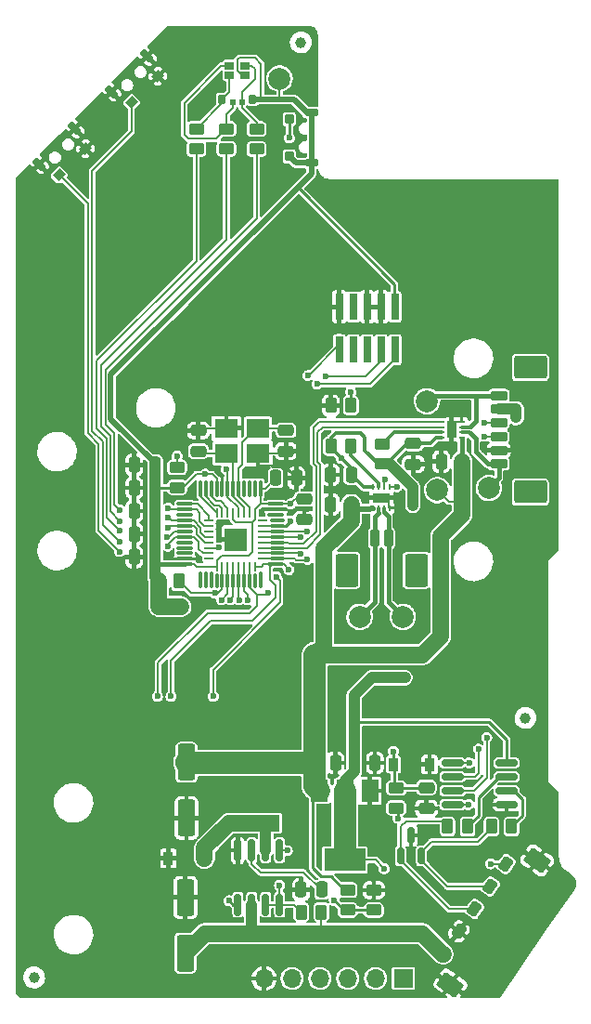
<source format=gbr>
G04 #@! TF.GenerationSoftware,KiCad,Pcbnew,(6.0.1-0)*
G04 #@! TF.CreationDate,2022-12-09T09:44:15-05:00*
G04 #@! TF.ProjectId,mobo,6d6f626f-2e6b-4696-9361-645f70636258,rev?*
G04 #@! TF.SameCoordinates,Original*
G04 #@! TF.FileFunction,Copper,L1,Top*
G04 #@! TF.FilePolarity,Positive*
%FSLAX46Y46*%
G04 Gerber Fmt 4.6, Leading zero omitted, Abs format (unit mm)*
G04 Created by KiCad (PCBNEW (6.0.1-0)) date 2022-12-09 09:44:15*
%MOMM*%
%LPD*%
G01*
G04 APERTURE LIST*
G04 Aperture macros list*
%AMRoundRect*
0 Rectangle with rounded corners*
0 $1 Rounding radius*
0 $2 $3 $4 $5 $6 $7 $8 $9 X,Y pos of 4 corners*
0 Add a 4 corners polygon primitive as box body*
4,1,4,$2,$3,$4,$5,$6,$7,$8,$9,$2,$3,0*
0 Add four circle primitives for the rounded corners*
1,1,$1+$1,$2,$3*
1,1,$1+$1,$4,$5*
1,1,$1+$1,$6,$7*
1,1,$1+$1,$8,$9*
0 Add four rect primitives between the rounded corners*
20,1,$1+$1,$2,$3,$4,$5,0*
20,1,$1+$1,$4,$5,$6,$7,0*
20,1,$1+$1,$6,$7,$8,$9,0*
20,1,$1+$1,$8,$9,$2,$3,0*%
G04 Aperture macros list end*
G04 #@! TA.AperFunction,SMDPad,CuDef*
%ADD10C,2.000000*%
G04 #@! TD*
G04 #@! TA.AperFunction,SMDPad,CuDef*
%ADD11RoundRect,0.250000X0.450000X-0.262500X0.450000X0.262500X-0.450000X0.262500X-0.450000X-0.262500X0*%
G04 #@! TD*
G04 #@! TA.AperFunction,SMDPad,CuDef*
%ADD12RoundRect,0.250000X-0.250000X-0.475000X0.250000X-0.475000X0.250000X0.475000X-0.250000X0.475000X0*%
G04 #@! TD*
G04 #@! TA.AperFunction,SMDPad,CuDef*
%ADD13RoundRect,0.100000X0.250000X0.300000X-0.250000X0.300000X-0.250000X-0.300000X0.250000X-0.300000X0*%
G04 #@! TD*
G04 #@! TA.AperFunction,SMDPad,CuDef*
%ADD14RoundRect,0.100000X0.150000X0.175000X-0.150000X0.175000X-0.150000X-0.175000X0.150000X-0.175000X0*%
G04 #@! TD*
G04 #@! TA.AperFunction,SMDPad,CuDef*
%ADD15R,0.500000X0.250000*%
G04 #@! TD*
G04 #@! TA.AperFunction,SMDPad,CuDef*
%ADD16R,0.900000X1.600000*%
G04 #@! TD*
G04 #@! TA.AperFunction,SMDPad,CuDef*
%ADD17RoundRect,0.250000X-0.450000X0.262500X-0.450000X-0.262500X0.450000X-0.262500X0.450000X0.262500X0*%
G04 #@! TD*
G04 #@! TA.AperFunction,SMDPad,CuDef*
%ADD18R,0.900000X1.200000*%
G04 #@! TD*
G04 #@! TA.AperFunction,SMDPad,CuDef*
%ADD19RoundRect,0.075000X-0.075000X0.662500X-0.075000X-0.662500X0.075000X-0.662500X0.075000X0.662500X0*%
G04 #@! TD*
G04 #@! TA.AperFunction,SMDPad,CuDef*
%ADD20RoundRect,0.075000X-0.662500X0.075000X-0.662500X-0.075000X0.662500X-0.075000X0.662500X0.075000X0*%
G04 #@! TD*
G04 #@! TA.AperFunction,SMDPad,CuDef*
%ADD21RoundRect,0.075000X-0.075000X0.575000X-0.075000X-0.575000X0.075000X-0.575000X0.075000X0.575000X0*%
G04 #@! TD*
G04 #@! TA.AperFunction,SMDPad,CuDef*
%ADD22RoundRect,0.075000X-0.575000X0.075000X-0.575000X-0.075000X0.575000X-0.075000X0.575000X0.075000X0*%
G04 #@! TD*
G04 #@! TA.AperFunction,SMDPad,CuDef*
%ADD23R,1.500000X2.000000*%
G04 #@! TD*
G04 #@! TA.AperFunction,SMDPad,CuDef*
%ADD24R,3.800000X2.000000*%
G04 #@! TD*
G04 #@! TA.AperFunction,SMDPad,CuDef*
%ADD25R,2.100000X1.800000*%
G04 #@! TD*
G04 #@! TA.AperFunction,SMDPad,CuDef*
%ADD26R,0.740000X2.400000*%
G04 #@! TD*
G04 #@! TA.AperFunction,SMDPad,CuDef*
%ADD27RoundRect,0.250000X0.550000X-1.412500X0.550000X1.412500X-0.550000X1.412500X-0.550000X-1.412500X0*%
G04 #@! TD*
G04 #@! TA.AperFunction,SMDPad,CuDef*
%ADD28RoundRect,0.250000X-0.550000X1.412500X-0.550000X-1.412500X0.550000X-1.412500X0.550000X1.412500X0*%
G04 #@! TD*
G04 #@! TA.AperFunction,SMDPad,CuDef*
%ADD29C,1.000000*%
G04 #@! TD*
G04 #@! TA.AperFunction,SMDPad,CuDef*
%ADD30RoundRect,0.150000X0.150000X-0.587500X0.150000X0.587500X-0.150000X0.587500X-0.150000X-0.587500X0*%
G04 #@! TD*
G04 #@! TA.AperFunction,SMDPad,CuDef*
%ADD31RoundRect,0.250000X0.475000X-0.250000X0.475000X0.250000X-0.475000X0.250000X-0.475000X-0.250000X0*%
G04 #@! TD*
G04 #@! TA.AperFunction,SMDPad,CuDef*
%ADD32RoundRect,0.100000X0.035355X0.459619X-0.459619X-0.035355X-0.035355X-0.459619X0.459619X0.035355X0*%
G04 #@! TD*
G04 #@! TA.AperFunction,SMDPad,CuDef*
%ADD33RoundRect,0.075000X0.212132X-0.530330X0.530330X-0.212132X-0.212132X0.530330X-0.530330X0.212132X0*%
G04 #@! TD*
G04 #@! TA.AperFunction,SMDPad,CuDef*
%ADD34RoundRect,0.250000X-0.262500X-0.450000X0.262500X-0.450000X0.262500X0.450000X-0.262500X0.450000X0*%
G04 #@! TD*
G04 #@! TA.AperFunction,SMDPad,CuDef*
%ADD35R,0.250000X0.500000*%
G04 #@! TD*
G04 #@! TA.AperFunction,SMDPad,CuDef*
%ADD36R,1.600000X0.900000*%
G04 #@! TD*
G04 #@! TA.AperFunction,ComponentPad*
%ADD37R,1.700000X1.700000*%
G04 #@! TD*
G04 #@! TA.AperFunction,ComponentPad*
%ADD38O,1.700000X1.700000*%
G04 #@! TD*
G04 #@! TA.AperFunction,SMDPad,CuDef*
%ADD39RoundRect,0.250000X0.262500X0.450000X-0.262500X0.450000X-0.262500X-0.450000X0.262500X-0.450000X0*%
G04 #@! TD*
G04 #@! TA.AperFunction,SMDPad,CuDef*
%ADD40RoundRect,0.200000X0.600000X-0.200000X0.600000X0.200000X-0.600000X0.200000X-0.600000X-0.200000X0*%
G04 #@! TD*
G04 #@! TA.AperFunction,SMDPad,CuDef*
%ADD41RoundRect,0.250001X1.249999X-0.799999X1.249999X0.799999X-1.249999X0.799999X-1.249999X-0.799999X0*%
G04 #@! TD*
G04 #@! TA.AperFunction,SMDPad,CuDef*
%ADD42RoundRect,0.100000X0.300000X-0.350000X0.300000X0.350000X-0.300000X0.350000X-0.300000X-0.350000X0*%
G04 #@! TD*
G04 #@! TA.AperFunction,SMDPad,CuDef*
%ADD43RoundRect,0.075000X-0.525000X0.225000X-0.525000X-0.225000X0.525000X-0.225000X0.525000X0.225000X0*%
G04 #@! TD*
G04 #@! TA.AperFunction,SMDPad,CuDef*
%ADD44RoundRect,0.200000X-0.200000X-0.600000X0.200000X-0.600000X0.200000X0.600000X-0.200000X0.600000X0*%
G04 #@! TD*
G04 #@! TA.AperFunction,SMDPad,CuDef*
%ADD45RoundRect,0.250001X-0.799999X-1.249999X0.799999X-1.249999X0.799999X1.249999X-0.799999X1.249999X0*%
G04 #@! TD*
G04 #@! TA.AperFunction,SMDPad,CuDef*
%ADD46RoundRect,0.150000X-0.825000X-0.150000X0.825000X-0.150000X0.825000X0.150000X-0.825000X0.150000X0*%
G04 #@! TD*
G04 #@! TA.AperFunction,SMDPad,CuDef*
%ADD47RoundRect,0.250000X0.250000X0.475000X-0.250000X0.475000X-0.250000X-0.475000X0.250000X-0.475000X0*%
G04 #@! TD*
G04 #@! TA.AperFunction,SMDPad,CuDef*
%ADD48R,2.400000X1.500000*%
G04 #@! TD*
G04 #@! TA.AperFunction,SMDPad,CuDef*
%ADD49RoundRect,0.062500X-0.062500X0.375000X-0.062500X-0.375000X0.062500X-0.375000X0.062500X0.375000X0*%
G04 #@! TD*
G04 #@! TA.AperFunction,SMDPad,CuDef*
%ADD50RoundRect,0.062500X-0.375000X0.062500X-0.375000X-0.062500X0.375000X-0.062500X0.375000X0.062500X0*%
G04 #@! TD*
G04 #@! TA.AperFunction,SMDPad,CuDef*
%ADD51R,2.000000X2.000000*%
G04 #@! TD*
G04 #@! TA.AperFunction,SMDPad,CuDef*
%ADD52RoundRect,0.250000X-0.475000X0.250000X-0.475000X-0.250000X0.475000X-0.250000X0.475000X0.250000X0*%
G04 #@! TD*
G04 #@! TA.AperFunction,SMDPad,CuDef*
%ADD53RoundRect,0.250000X-0.024643X-0.471055X0.434219X0.184267X0.024643X0.471055X-0.434219X-0.184267X0*%
G04 #@! TD*
G04 #@! TA.AperFunction,SMDPad,CuDef*
%ADD54RoundRect,0.150000X0.413570X-1.022049X1.101862X-0.039067X-0.413570X1.022049X-1.101862X0.039067X0*%
G04 #@! TD*
G04 #@! TA.AperFunction,SMDPad,CuDef*
%ADD55R,0.850000X0.650000*%
G04 #@! TD*
G04 #@! TA.AperFunction,SMDPad,CuDef*
%ADD56RoundRect,0.150000X-0.150000X0.825000X-0.150000X-0.825000X0.150000X-0.825000X0.150000X0.825000X0*%
G04 #@! TD*
G04 #@! TA.AperFunction,ViaPad*
%ADD57C,0.600000*%
G04 #@! TD*
G04 #@! TA.AperFunction,ViaPad*
%ADD58C,0.800000*%
G04 #@! TD*
G04 #@! TA.AperFunction,Conductor*
%ADD59C,0.200000*%
G04 #@! TD*
G04 #@! TA.AperFunction,Conductor*
%ADD60C,0.250000*%
G04 #@! TD*
G04 #@! TA.AperFunction,Conductor*
%ADD61C,0.500000*%
G04 #@! TD*
G04 #@! TA.AperFunction,Conductor*
%ADD62C,0.300000*%
G04 #@! TD*
G04 #@! TA.AperFunction,Conductor*
%ADD63C,1.000000*%
G04 #@! TD*
G04 #@! TA.AperFunction,Conductor*
%ADD64C,1.500000*%
G04 #@! TD*
G04 #@! TA.AperFunction,Conductor*
%ADD65C,2.000000*%
G04 #@! TD*
G04 #@! TA.AperFunction,Conductor*
%ADD66C,0.400000*%
G04 #@! TD*
G04 APERTURE END LIST*
D10*
X125700000Y-72300000D03*
D11*
X112800000Y-110762500D03*
X112800000Y-108937500D03*
D12*
X109800000Y-97350000D03*
X111700000Y-97350000D03*
X93350000Y-70200000D03*
X95250000Y-70200000D03*
D13*
X104150000Y-36900000D03*
D14*
X103150000Y-37175000D03*
X102350000Y-37175000D03*
D13*
X101350000Y-36900000D03*
D15*
X123250000Y-67750000D03*
X123250000Y-67250000D03*
X123250000Y-66750000D03*
X123250000Y-66250000D03*
X121350000Y-66250000D03*
X121350000Y-66750000D03*
X121350000Y-67250000D03*
X121350000Y-67750000D03*
D16*
X122300000Y-67000000D03*
D11*
X104500000Y-41412500D03*
X104500000Y-39587500D03*
D17*
X116000000Y-68287500D03*
X116000000Y-70112500D03*
D18*
X117000000Y-97500000D03*
X120300000Y-97500000D03*
D17*
X97250000Y-70437500D03*
X97250000Y-72262500D03*
D19*
X104863335Y-72350240D03*
X104363335Y-72350240D03*
X103863335Y-72350240D03*
X103363335Y-72350240D03*
X102863335Y-72350240D03*
X102363335Y-72350240D03*
X101863335Y-72350240D03*
X101363335Y-72350240D03*
X100863335Y-72350240D03*
X100363335Y-72350240D03*
X99863335Y-72350240D03*
X99363335Y-72350240D03*
D20*
X97950835Y-73762740D03*
X97950835Y-74262740D03*
X97950835Y-74762740D03*
X97950835Y-75262740D03*
X97950835Y-75762740D03*
X97950835Y-76262740D03*
X97950835Y-76762740D03*
X97950835Y-77262740D03*
X97950835Y-77762740D03*
X97950835Y-78262740D03*
X97950835Y-78762740D03*
X97950835Y-79262740D03*
D19*
X99363335Y-80675240D03*
X99863335Y-80675240D03*
X100363335Y-80675240D03*
D21*
X100863335Y-80762740D03*
X101363335Y-80762740D03*
X101863335Y-80762740D03*
X102363335Y-80762740D03*
X102863335Y-80762740D03*
X103363335Y-80762740D03*
X103863335Y-80762740D03*
X104363335Y-80762740D03*
D19*
X104863335Y-80675240D03*
D20*
X106275835Y-79262740D03*
D22*
X106365835Y-78762740D03*
X106365835Y-78262740D03*
X106365835Y-77762740D03*
X106365835Y-77262740D03*
X106365835Y-76762740D03*
X106365835Y-76262740D03*
X106365835Y-75762740D03*
X106365835Y-75262740D03*
D20*
X106275835Y-74762740D03*
X106275835Y-74262740D03*
X106275835Y-73762740D03*
D11*
X101750000Y-41412500D03*
X101750000Y-39587500D03*
X99000000Y-41412500D03*
X99000000Y-39587500D03*
D23*
X114850000Y-99900000D03*
D24*
X112550000Y-106200000D03*
D23*
X112550000Y-99900000D03*
X110250000Y-99900000D03*
D25*
X104637740Y-66861905D03*
X101737740Y-66861905D03*
X101737740Y-69161905D03*
X104637740Y-69161905D03*
D26*
X117140000Y-55800000D03*
X117140000Y-59700000D03*
X115870000Y-55800000D03*
X115870000Y-59700000D03*
X114600000Y-55800000D03*
X114600000Y-59700000D03*
X113330000Y-55800000D03*
X113330000Y-59700000D03*
X112060000Y-55800000D03*
X112060000Y-59700000D03*
D10*
X117850000Y-84050000D03*
D12*
X93350000Y-78600000D03*
X95250000Y-78600000D03*
D11*
X115200000Y-110775000D03*
X115200000Y-108950000D03*
D27*
X98000000Y-114687500D03*
X98000000Y-109612500D03*
D28*
X98100000Y-97312500D03*
X98100000Y-102387500D03*
D29*
X108550000Y-31700000D03*
D12*
X111250000Y-73800000D03*
X113150000Y-73800000D03*
D10*
X106600000Y-35000000D03*
D29*
X129050000Y-93250000D03*
D30*
X117650000Y-105837500D03*
X119550000Y-105837500D03*
X118600000Y-103962500D03*
D31*
X108850000Y-75200000D03*
X108850000Y-73300000D03*
D32*
X93087868Y-37192031D03*
X95492031Y-34787868D03*
D33*
X94502082Y-32949390D03*
X91249390Y-36202082D03*
D10*
X113900000Y-84050000D03*
D34*
X111287500Y-64800000D03*
X113112500Y-64800000D03*
D12*
X108550000Y-108900000D03*
X110450000Y-108900000D03*
D35*
X115150000Y-74150000D03*
X115650000Y-74150000D03*
X116150000Y-74150000D03*
X116650000Y-74150000D03*
X116650000Y-72250000D03*
X116150000Y-72250000D03*
X115650000Y-72250000D03*
X115150000Y-72250000D03*
D36*
X115900000Y-73200000D03*
D37*
X117900000Y-117000000D03*
D38*
X115360000Y-117000000D03*
X112820000Y-117000000D03*
X110280000Y-117000000D03*
X107740000Y-117000000D03*
X105200000Y-117000000D03*
D39*
X127762500Y-103150000D03*
X125937500Y-103150000D03*
D40*
X126600000Y-70125000D03*
X126600000Y-68875000D03*
X126600000Y-67625000D03*
X126600000Y-66375000D03*
X126600000Y-65125000D03*
X126600000Y-63875000D03*
D41*
X129500000Y-61325000D03*
X129500000Y-72675000D03*
D12*
X113400000Y-97350000D03*
X115300000Y-97350000D03*
X93350000Y-76500000D03*
X95250000Y-76500000D03*
D39*
X113112500Y-68500000D03*
X111287500Y-68500000D03*
D12*
X111250000Y-71100000D03*
X113150000Y-71100000D03*
D42*
X107500000Y-38700000D03*
X107500000Y-42100000D03*
D43*
X109500000Y-42700000D03*
X109500000Y-38100000D03*
D31*
X120000000Y-101500000D03*
X120000000Y-99600000D03*
D44*
X115275000Y-76900000D03*
X116525000Y-76900000D03*
D45*
X119075000Y-79800000D03*
X112725000Y-79800000D03*
D10*
X120050000Y-64400000D03*
D46*
X122375000Y-97345000D03*
X122375000Y-98615000D03*
X122375000Y-99885000D03*
X122375000Y-101155000D03*
X127325000Y-101155000D03*
X127325000Y-99885000D03*
X127325000Y-98615000D03*
X127325000Y-97345000D03*
D17*
X117250000Y-99637500D03*
X117250000Y-101462500D03*
D39*
X97412500Y-80800000D03*
X95587500Y-80800000D03*
D47*
X108150000Y-71400000D03*
X106250000Y-71400000D03*
D39*
X123762500Y-103150000D03*
X121937500Y-103150000D03*
D48*
X105400000Y-102850000D03*
X105400000Y-97350000D03*
D49*
X104363335Y-74575240D03*
X103863335Y-74575240D03*
X103363335Y-74575240D03*
X102863335Y-74575240D03*
X102363335Y-74575240D03*
X101863335Y-74575240D03*
X101363335Y-74575240D03*
X100863335Y-74575240D03*
D50*
X100175835Y-75262740D03*
X100175835Y-75762740D03*
X100175835Y-76262740D03*
X100175835Y-76762740D03*
X100175835Y-77262740D03*
X100175835Y-77762740D03*
X100175835Y-78262740D03*
X100175835Y-78762740D03*
D49*
X100863335Y-79450240D03*
X101363335Y-79450240D03*
X101863335Y-79450240D03*
X102363335Y-79450240D03*
X102863335Y-79450240D03*
X103363335Y-79450240D03*
X103863335Y-79450240D03*
X104363335Y-79450240D03*
D50*
X105050835Y-78762740D03*
X105050835Y-78262740D03*
X105050835Y-77762740D03*
X105050835Y-77262740D03*
X105050835Y-76762740D03*
X105050835Y-76262740D03*
X105050835Y-75762740D03*
X105050835Y-75262740D03*
D51*
X102613335Y-77012740D03*
D12*
X121350000Y-69900000D03*
X123250000Y-69900000D03*
D52*
X107187740Y-67061905D03*
X107187740Y-68961905D03*
D12*
X93350000Y-74400000D03*
X95250000Y-74400000D03*
D53*
X121522811Y-114762571D03*
X122956752Y-112714691D03*
X124390693Y-110666811D03*
X125824634Y-108618931D03*
X127258575Y-106571051D03*
D54*
X122194192Y-117552149D03*
X130109547Y-106247851D03*
D39*
X110412500Y-110950000D03*
X108587500Y-110950000D03*
D31*
X99187740Y-68961905D03*
X99187740Y-67061905D03*
D29*
X84200000Y-116900000D03*
D55*
X102025000Y-34675000D03*
X102025000Y-33825000D03*
X103475000Y-33825000D03*
X103475000Y-34675000D03*
D12*
X93350000Y-72300000D03*
X95250000Y-72300000D03*
D56*
X106605000Y-105325000D03*
X105335000Y-105325000D03*
X104065000Y-105325000D03*
X102795000Y-105325000D03*
X102795000Y-110275000D03*
X104065000Y-110275000D03*
X105335000Y-110275000D03*
X106605000Y-110275000D03*
D32*
X86487868Y-43792031D03*
X88892031Y-41387868D03*
D33*
X87902082Y-39549390D03*
X84649390Y-42802082D03*
D10*
X121000000Y-72500000D03*
D31*
X118800000Y-70150000D03*
X118800000Y-68250000D03*
D18*
X99750000Y-106050000D03*
X96450000Y-106050000D03*
D57*
X124800000Y-105400000D03*
X131300000Y-107850000D03*
X108600000Y-68200000D03*
X120200000Y-117250000D03*
X105600000Y-46000000D03*
X102100000Y-107300000D03*
X109150000Y-74250000D03*
X103100000Y-107300000D03*
X96600000Y-110900000D03*
X128200000Y-69400000D03*
X96600000Y-109150000D03*
X120750000Y-96050000D03*
X120850000Y-118400000D03*
X115650000Y-94850000D03*
X125300000Y-68800000D03*
X103200000Y-46100000D03*
X124200000Y-117250000D03*
X112550000Y-89900000D03*
X100950000Y-70750000D03*
X101750000Y-89200000D03*
X100400000Y-46100000D03*
X131850000Y-107050000D03*
X111550000Y-72450000D03*
X123050000Y-114200000D03*
X100700000Y-65100000D03*
X111500000Y-95900000D03*
X114850000Y-101550000D03*
X107700000Y-95000000D03*
X93350000Y-79900000D03*
X105500000Y-65100000D03*
X108400000Y-79600000D03*
X103100000Y-108200000D03*
X110950000Y-75200000D03*
X107200000Y-70700000D03*
X131550000Y-105400000D03*
X97550000Y-68150000D03*
X96600000Y-108300000D03*
X114700000Y-95400000D03*
X128900000Y-104850000D03*
X107700000Y-93850000D03*
D58*
X103163335Y-76462740D03*
D57*
X92000000Y-79100000D03*
X111800000Y-89300000D03*
D58*
X102063335Y-77562740D03*
D57*
X96600000Y-110050000D03*
X108200000Y-65700000D03*
X92300000Y-68800000D03*
X115800000Y-95800000D03*
X115250000Y-102350000D03*
X130350000Y-104600000D03*
X123800000Y-118400000D03*
X119850000Y-96050000D03*
X117400000Y-73200000D03*
X128800000Y-68850000D03*
X106500000Y-84050000D03*
X121550000Y-112650000D03*
D58*
X103163335Y-77562740D03*
D57*
X96400000Y-78550000D03*
X107400000Y-84300000D03*
X120700000Y-116500000D03*
X124400000Y-112600000D03*
X123900000Y-113500000D03*
X121900000Y-111750000D03*
X112250000Y-95100000D03*
X129850000Y-107850000D03*
X92300000Y-71200000D03*
X107400000Y-108900000D03*
X110550000Y-103100000D03*
X115500000Y-73200000D03*
X121400000Y-68500000D03*
X96700000Y-102000000D03*
X96700000Y-102800000D03*
X114050000Y-107900000D03*
X122700000Y-111400000D03*
X96450000Y-73300000D03*
X114450000Y-102350000D03*
X92300000Y-70200000D03*
X115600000Y-101550000D03*
X128300000Y-105600000D03*
X123650000Y-111650000D03*
X122300000Y-66600000D03*
X123650000Y-105400000D03*
X107600000Y-74500000D03*
X128700000Y-107050000D03*
X113250000Y-89300000D03*
X120200000Y-70900000D03*
X122300000Y-65600000D03*
X123200000Y-116500000D03*
X107200000Y-83400000D03*
X107450000Y-111500000D03*
X102100000Y-108200000D03*
X114100000Y-101550000D03*
X92300000Y-72300000D03*
X116300000Y-73200000D03*
X104995835Y-74537740D03*
X111500000Y-94300000D03*
X92300000Y-73350000D03*
D58*
X102063335Y-76462740D03*
D57*
X96700000Y-103600000D03*
X99000000Y-37900000D03*
X122300000Y-67400000D03*
X107700000Y-91550000D03*
X96600000Y-85100000D03*
X107700000Y-92700000D03*
X103412835Y-70900000D03*
X96700000Y-101200000D03*
X107600000Y-73750000D03*
X97600000Y-83100000D03*
X112550000Y-99900000D03*
X112550000Y-102950000D03*
X118050000Y-89600000D03*
X115000000Y-89600000D03*
X116150000Y-107000000D03*
X112550000Y-106200000D03*
X96600000Y-83100000D03*
X118750000Y-72250000D03*
X99800000Y-71050000D03*
X112550000Y-101350000D03*
X118750000Y-73900000D03*
X112550000Y-104500000D03*
X95600000Y-83100000D03*
X112250000Y-69600000D03*
X128200000Y-65900000D03*
X118749511Y-73100000D03*
X128200000Y-65100000D03*
X116600000Y-89650000D03*
X109200000Y-62050000D03*
X106300000Y-80400000D03*
X100550000Y-91300000D03*
X97250000Y-69400000D03*
X101738556Y-70600000D03*
X123900000Y-97350000D03*
X102100000Y-82500000D03*
X123850000Y-101150000D03*
X101300000Y-82500000D03*
X117000000Y-96300000D03*
X100700000Y-81900000D03*
X95450000Y-91300000D03*
X110050000Y-62850000D03*
X105550000Y-81900000D03*
X107450000Y-79750000D03*
X110800000Y-62100000D03*
X96700000Y-91300000D03*
X92000000Y-78100000D03*
X96400000Y-77600000D03*
X96300000Y-76750000D03*
X101100000Y-77750000D03*
X92000000Y-77200000D03*
X116200000Y-71500000D03*
X108499242Y-78312240D03*
X109150000Y-78800000D03*
X117300000Y-72200000D03*
X107500000Y-40400000D03*
X113100000Y-63550000D03*
X107600000Y-75300000D03*
X103700000Y-82500000D03*
X125500000Y-95050000D03*
X102000000Y-109900000D03*
X111600000Y-109900000D03*
X125300000Y-67600000D03*
X108550000Y-76812240D03*
X125300000Y-66400000D03*
X109150000Y-76264982D03*
X106600000Y-108500000D03*
X107300000Y-105350000D03*
X124750000Y-96100000D03*
X102900000Y-82500000D03*
X125850000Y-106550000D03*
X117400000Y-102400000D03*
X96450000Y-75900000D03*
X92000000Y-76200000D03*
X92000000Y-75300000D03*
X96450000Y-75000000D03*
X92000000Y-74300000D03*
X96450000Y-74150000D03*
D59*
X101350835Y-72337740D02*
X101363335Y-72350240D01*
X103412835Y-70900000D02*
X104000000Y-70900000D01*
X123250000Y-66250000D02*
X122650000Y-66250000D01*
X116600000Y-74100000D02*
X116600000Y-73500000D01*
X98500000Y-69800000D02*
X98100000Y-69400000D01*
X116600000Y-73500000D02*
X116300000Y-73200000D01*
X104750000Y-70250000D02*
X104700000Y-70200000D01*
X107650000Y-70250000D02*
X104750000Y-70250000D01*
X100950000Y-70750000D02*
X101363335Y-71163335D01*
X108162260Y-66604998D02*
X108162260Y-69737740D01*
X122650000Y-66250000D02*
X122300000Y-66600000D01*
X116650000Y-74150000D02*
X116600000Y-74100000D01*
X105270835Y-74262740D02*
X104995835Y-74537740D01*
X100850000Y-70750000D02*
X99900000Y-69800000D01*
X99187740Y-67061905D02*
X99387740Y-66861905D01*
X101363335Y-71163335D02*
X101363335Y-72350240D01*
X104700000Y-70200000D02*
X104700000Y-69224165D01*
X106987740Y-69161905D02*
X104637740Y-69161905D01*
X99900000Y-69800000D02*
X98500000Y-69800000D01*
X98100000Y-66400000D02*
X98800000Y-65700000D01*
D60*
X107200000Y-70700000D02*
X107450000Y-70700000D01*
D59*
X99387740Y-66861905D02*
X101737740Y-66861905D01*
D60*
X107450000Y-70700000D02*
X108150000Y-71400000D01*
D59*
X98800000Y-65700000D02*
X101700000Y-65700000D01*
X104700000Y-69224165D02*
X104637740Y-69161905D01*
X101700000Y-65700000D02*
X107257262Y-65700000D01*
X107257262Y-65700000D02*
X108162260Y-66604998D01*
X108162260Y-69737740D02*
X107650000Y-70250000D01*
X101737740Y-65737740D02*
X101700000Y-65700000D01*
X104000000Y-70900000D02*
X104700000Y-70200000D01*
X106275835Y-74262740D02*
X105270835Y-74262740D01*
X100950000Y-70750000D02*
X100850000Y-70750000D01*
X98100000Y-69400000D02*
X98100000Y-66400000D01*
X101737740Y-66861905D02*
X101737740Y-65737740D01*
X107187740Y-68961905D02*
X106987740Y-69161905D01*
X100863335Y-71474743D02*
X100863335Y-72350240D01*
D61*
X91200000Y-66000000D02*
X95250000Y-70050000D01*
D62*
X120850000Y-67750000D02*
X120350000Y-68250000D01*
D59*
X116150000Y-107000000D02*
X115350000Y-106200000D01*
D62*
X116387500Y-70112500D02*
X118250000Y-68250000D01*
X118250000Y-68250000D02*
X118800000Y-68250000D01*
D59*
X103175000Y-34675000D02*
X102750000Y-34250000D01*
X104900000Y-33650000D02*
X104900000Y-36900000D01*
X102950978Y-33100000D02*
X104350000Y-33100000D01*
X104363335Y-74262740D02*
X104363335Y-74575240D01*
X104863335Y-72350240D02*
X105299760Y-72350240D01*
X104100000Y-78150000D02*
X103750000Y-78500000D01*
D61*
X91200000Y-62000000D02*
X91200000Y-66000000D01*
D59*
X102363335Y-75201372D02*
X102363335Y-74575240D01*
D63*
X113400000Y-98150000D02*
X112550000Y-99000000D01*
D61*
X109534188Y-38134188D02*
X109500000Y-38100000D01*
D59*
X98812740Y-79262740D02*
X97950835Y-79262740D01*
D63*
X95250000Y-78600000D02*
X95250000Y-71150000D01*
X126625000Y-65100000D02*
X128200000Y-65100000D01*
D62*
X111287500Y-67712500D02*
X111287500Y-68500000D01*
D64*
X95587500Y-80800000D02*
X95587500Y-83087500D01*
D62*
X116000000Y-70112500D02*
X116387500Y-70112500D01*
D63*
X95250000Y-78600000D02*
X95250000Y-79450000D01*
D61*
X109500000Y-42700000D02*
X109534188Y-42665812D01*
D59*
X100438592Y-71050000D02*
X100863335Y-71474743D01*
X102750000Y-33300978D02*
X102950978Y-33100000D01*
D62*
X115150000Y-72250000D02*
X114300000Y-72250000D01*
X114000000Y-67300000D02*
X111700000Y-67300000D01*
X121350000Y-67750000D02*
X120850000Y-67750000D01*
D63*
X113400000Y-97350000D02*
X113400000Y-98150000D01*
D59*
X106275835Y-73762740D02*
X104863335Y-73762740D01*
X101300000Y-78500000D02*
X100863335Y-78936665D01*
D63*
X115000000Y-89600000D02*
X113400000Y-91200000D01*
D61*
X109534188Y-42665812D02*
X109534188Y-38134188D01*
D60*
X95250000Y-72300000D02*
X97212500Y-72300000D01*
D59*
X104100000Y-75700000D02*
X104100000Y-75450000D01*
X104100000Y-75450000D02*
X102611963Y-75450000D01*
D61*
X109500000Y-42700000D02*
X108100000Y-42700000D01*
D59*
X105299760Y-72350240D02*
X106250000Y-71400000D01*
D60*
X117090000Y-54600000D02*
X117090000Y-53750978D01*
D59*
X104863335Y-72350240D02*
X104863335Y-73762740D01*
X106850000Y-73750000D02*
X106837260Y-73762740D01*
D60*
X97212500Y-72300000D02*
X97250000Y-72262500D01*
D61*
X109500000Y-38100000D02*
X109100000Y-38100000D01*
D63*
X113400000Y-91200000D02*
X113400000Y-93650000D01*
D59*
X106600000Y-35000000D02*
X106600000Y-36800000D01*
D62*
X111700000Y-67300000D02*
X111287500Y-67712500D01*
D59*
X100863335Y-78936665D02*
X100863335Y-79450240D01*
D61*
X109500000Y-43700000D02*
X108225000Y-44975000D01*
D59*
X97787500Y-72262500D02*
X97250000Y-72262500D01*
D61*
X108225000Y-44975000D02*
X91200000Y-62000000D01*
D59*
X107600000Y-73750000D02*
X108050000Y-73300000D01*
X99000240Y-79450240D02*
X98812740Y-79262740D01*
D60*
X125750000Y-93650000D02*
X113400000Y-93650000D01*
D65*
X112550000Y-99900000D02*
X112550000Y-106200000D01*
D59*
X102611963Y-75450000D02*
X102363335Y-75201372D01*
D62*
X114400000Y-67700000D02*
X114000000Y-67300000D01*
D63*
X118050000Y-89600000D02*
X115000000Y-89600000D01*
X95587500Y-83087500D02*
X95600000Y-83100000D01*
D59*
X95437260Y-79262740D02*
X95250000Y-79450000D01*
X99000000Y-71050000D02*
X97787500Y-72262500D01*
X104350000Y-33100000D02*
X104900000Y-33650000D01*
D63*
X128200000Y-65100000D02*
X128200000Y-65900000D01*
X126600000Y-65125000D02*
X126625000Y-65100000D01*
D62*
X112250000Y-69600000D02*
X111287500Y-68637500D01*
D60*
X127325000Y-97345000D02*
X127325000Y-95225000D01*
D61*
X108100000Y-42700000D02*
X107500000Y-42100000D01*
D59*
X104363335Y-75186665D02*
X104100000Y-75450000D01*
X104900000Y-36900000D02*
X104150000Y-36900000D01*
D63*
X95250000Y-79450000D02*
X95250000Y-80462500D01*
D59*
X108050000Y-73300000D02*
X108850000Y-73300000D01*
D62*
X114400000Y-68900000D02*
X114400000Y-67700000D01*
D63*
X112550000Y-99000000D02*
X112550000Y-99900000D01*
D64*
X95600000Y-83100000D02*
X97600000Y-83100000D01*
D59*
X104363335Y-74575240D02*
X104363335Y-75186665D01*
D61*
X107900000Y-36900000D02*
X106500000Y-36900000D01*
D59*
X106837260Y-73762740D02*
X106275835Y-73762740D01*
X100863335Y-79450240D02*
X99000240Y-79450240D01*
D62*
X115612500Y-70112500D02*
X114400000Y-68900000D01*
X111287500Y-68637500D02*
X111287500Y-68500000D01*
D59*
X106600000Y-36800000D02*
X106500000Y-36900000D01*
D62*
X120350000Y-68250000D02*
X118800000Y-68250000D01*
D61*
X109500000Y-42700000D02*
X109500000Y-43700000D01*
D63*
X118750000Y-72250000D02*
X116612500Y-70112500D01*
D59*
X104863335Y-73762740D02*
X104363335Y-74262740D01*
D60*
X108314022Y-44975000D02*
X108225000Y-44975000D01*
X127325000Y-95225000D02*
X125750000Y-93650000D01*
D63*
X116612500Y-70112500D02*
X116000000Y-70112500D01*
D62*
X113150000Y-70500000D02*
X113150000Y-71100000D01*
D63*
X113400000Y-97350000D02*
X113400000Y-93650000D01*
D59*
X99800000Y-71050000D02*
X100438592Y-71050000D01*
X103475000Y-34675000D02*
X103175000Y-34675000D01*
D63*
X118750000Y-72250000D02*
X118750000Y-73900000D01*
D59*
X102750000Y-34250000D02*
X102750000Y-33300978D01*
X104100000Y-75700000D02*
X104100000Y-78150000D01*
X99800000Y-71050000D02*
X99000000Y-71050000D01*
D66*
X97950835Y-79262740D02*
X95437260Y-79262740D01*
D62*
X114300000Y-72250000D02*
X113150000Y-71100000D01*
X112250000Y-69600000D02*
X113150000Y-70500000D01*
D59*
X103750000Y-78500000D02*
X101300000Y-78500000D01*
D63*
X95250000Y-80462500D02*
X95587500Y-80800000D01*
D62*
X116000000Y-70112500D02*
X115612500Y-70112500D01*
D63*
X95250000Y-71150000D02*
X95250000Y-70200000D01*
X95250000Y-70200000D02*
X95250000Y-70050000D01*
D59*
X115350000Y-106200000D02*
X112550000Y-106200000D01*
D61*
X106500000Y-36900000D02*
X104150000Y-36900000D01*
D60*
X117090000Y-53750978D02*
X108314022Y-44975000D01*
D61*
X109100000Y-38100000D02*
X107900000Y-36900000D01*
D59*
X107600000Y-73750000D02*
X106850000Y-73750000D01*
X106300000Y-80400000D02*
X106650000Y-80750000D01*
X102863335Y-74575240D02*
X102863335Y-74112740D01*
X102863335Y-74112740D02*
X101863335Y-73112740D01*
X109250000Y-62050000D02*
X112010000Y-59290000D01*
X101863335Y-73112740D02*
X101863335Y-72350240D01*
X106650000Y-82750000D02*
X100550000Y-88850000D01*
X109200000Y-62050000D02*
X109250000Y-62050000D01*
X101738556Y-70600000D02*
X101863335Y-70724779D01*
X101863335Y-70724779D02*
X101863335Y-72350240D01*
X97250000Y-69400000D02*
X97250000Y-70437500D01*
X106650000Y-80750000D02*
X106650000Y-82750000D01*
X112010000Y-59290000D02*
X112010000Y-58500000D01*
X100550000Y-88850000D02*
X100550000Y-91300000D01*
D64*
X119650000Y-112900000D02*
X121512571Y-114762571D01*
X104065000Y-112900000D02*
X99787500Y-112900000D01*
X110000000Y-112900000D02*
X119650000Y-112900000D01*
X109100000Y-112900000D02*
X110000000Y-112900000D01*
X121512571Y-114762571D02*
X121522811Y-114762571D01*
X99787500Y-112900000D02*
X98000000Y-114687500D01*
D59*
X110412500Y-112487500D02*
X110000000Y-112900000D01*
D64*
X109100000Y-112900000D02*
X104065000Y-112900000D01*
D63*
X104065000Y-112900000D02*
X104065000Y-110275000D01*
D59*
X110412500Y-110950000D02*
X110412500Y-112487500D01*
X102863335Y-70536665D02*
X102863335Y-72350240D01*
X103863335Y-74575240D02*
X103863335Y-74062740D01*
X104637740Y-66861905D02*
X104488718Y-66861905D01*
X103200000Y-68150623D02*
X103200000Y-70200000D01*
X103863335Y-74062740D02*
X102863335Y-73062740D01*
X102863335Y-73062740D02*
X102863335Y-72350240D01*
X104488718Y-66861905D02*
X103200000Y-68150623D01*
X103200000Y-70200000D02*
X102863335Y-70536665D01*
X106987740Y-66861905D02*
X104637740Y-66861905D01*
X103150000Y-37175000D02*
X103150000Y-36249022D01*
X103150000Y-36249022D02*
X104400000Y-34999022D01*
X104400000Y-34999022D02*
X104400000Y-34150000D01*
X103150000Y-37175000D02*
X103150000Y-37650000D01*
X104400000Y-34150000D02*
X104075000Y-33825000D01*
X103150000Y-37650000D02*
X104500000Y-39000000D01*
X104500000Y-39000000D02*
X104500000Y-39587500D01*
X104075000Y-33825000D02*
X103475000Y-33825000D01*
X101750000Y-38250000D02*
X102350000Y-37650000D01*
X102350000Y-37650000D02*
X102350000Y-37175000D01*
X97900000Y-37200000D02*
X97900000Y-40100000D01*
X101750000Y-39587500D02*
X101750000Y-38250000D01*
X102025000Y-33825000D02*
X101275000Y-33825000D01*
X100837500Y-40500000D02*
X101750000Y-39587500D01*
X97900000Y-40100000D02*
X98300000Y-40500000D01*
X101275000Y-33825000D02*
X97900000Y-37200000D01*
X98300000Y-40500000D02*
X100837500Y-40500000D01*
X102363335Y-79450240D02*
X102363335Y-80675240D01*
X123895000Y-97345000D02*
X122375000Y-97345000D01*
X102363335Y-82236665D02*
X102363335Y-80762740D01*
X123900000Y-97350000D02*
X123895000Y-97345000D01*
X102100000Y-82500000D02*
X102363335Y-82236665D01*
X123800000Y-101150000D02*
X123795000Y-101155000D01*
X101863335Y-79450240D02*
X101863335Y-80675240D01*
X101863335Y-81936665D02*
X101863335Y-80762740D01*
X101300000Y-82500000D02*
X101863335Y-81936665D01*
X123850000Y-101150000D02*
X123800000Y-101150000D01*
X123795000Y-101155000D02*
X122375000Y-101155000D01*
X101363335Y-79450240D02*
X101363335Y-80675240D01*
X101363335Y-81536665D02*
X101000000Y-81900000D01*
D60*
X119962500Y-99637500D02*
X120000000Y-99600000D01*
X117250000Y-99637500D02*
X119962500Y-99637500D01*
X117050000Y-99437500D02*
X117050000Y-97550000D01*
X117000000Y-96300000D02*
X117000000Y-97500000D01*
X117250000Y-99637500D02*
X117050000Y-99437500D01*
D59*
X101363335Y-80762740D02*
X101363335Y-81536665D01*
D60*
X117050000Y-97550000D02*
X117000000Y-97500000D01*
D59*
X100700000Y-81900000D02*
X98512500Y-81900000D01*
X98512500Y-81900000D02*
X97412500Y-80800000D01*
X101000000Y-81900000D02*
X100700000Y-81900000D01*
X117650000Y-105837500D02*
X117650000Y-103150000D01*
X121437500Y-102650000D02*
X121937500Y-103150000D01*
X122066811Y-110666811D02*
X117650000Y-106250000D01*
X124390693Y-110666811D02*
X122066811Y-110666811D01*
X117650000Y-103150000D02*
X118150000Y-102650000D01*
X118150000Y-102650000D02*
X121437500Y-102650000D01*
X117650000Y-106250000D02*
X117650000Y-105837500D01*
X121918931Y-108618931D02*
X119550000Y-106250000D01*
X124700000Y-104550000D02*
X125937500Y-103312500D01*
X119550000Y-105450000D02*
X120450000Y-104550000D01*
X120450000Y-104550000D02*
X124700000Y-104550000D01*
X125937500Y-103312500D02*
X125937500Y-103150000D01*
X119550000Y-105837500D02*
X119550000Y-105450000D01*
X119550000Y-106250000D02*
X119550000Y-105837500D01*
X125824634Y-108618931D02*
X121918931Y-108618931D01*
X104500000Y-83050000D02*
X104500000Y-82400000D01*
X105450000Y-82000000D02*
X104500000Y-82000000D01*
X104500000Y-82000000D02*
X104500000Y-82400000D01*
X95500000Y-91250000D02*
X95500000Y-88250000D01*
X103863335Y-81371679D02*
X103863335Y-80762740D01*
X110050000Y-62850000D02*
X114850000Y-62850000D01*
X95450000Y-91300000D02*
X95500000Y-91250000D01*
X100050000Y-83700000D02*
X103850000Y-83700000D01*
X104500000Y-82400000D02*
X104500000Y-82008344D01*
X117140000Y-60560000D02*
X117140000Y-59700000D01*
X103863335Y-79450240D02*
X103863335Y-80675240D01*
X95500000Y-88250000D02*
X100050000Y-83700000D01*
X103850000Y-83700000D02*
X104500000Y-83050000D01*
X114850000Y-62850000D02*
X117140000Y-60560000D01*
X105550000Y-81900000D02*
X105450000Y-82000000D01*
X104500000Y-82008344D02*
X103863335Y-81371679D01*
X115870000Y-60680000D02*
X115870000Y-59700000D01*
X105700000Y-80650000D02*
X105700000Y-79450000D01*
X106275835Y-79262740D02*
X105170835Y-79262740D01*
X106200000Y-81150000D02*
X105700000Y-80650000D01*
X110800000Y-62100000D02*
X114450000Y-62100000D01*
X114450000Y-62100000D02*
X115870000Y-60680000D01*
X96700000Y-91300000D02*
X96700000Y-88050000D01*
X105887260Y-79262740D02*
X106275835Y-79262740D01*
X106200000Y-82300000D02*
X106200000Y-81150000D01*
X106962740Y-79262740D02*
X106275835Y-79262740D01*
X96700000Y-88050000D02*
X100350000Y-84400000D01*
X104100000Y-84400000D02*
X106200000Y-82300000D01*
X104983335Y-79450240D02*
X104363335Y-79450240D01*
X107450000Y-79750000D02*
X106962740Y-79262740D01*
X105170835Y-79262740D02*
X104983335Y-79450240D01*
X105700000Y-79450000D02*
X105887260Y-79262740D01*
X100350000Y-84400000D02*
X104100000Y-84400000D01*
X103363335Y-74575240D02*
X103363335Y-74062740D01*
X102363335Y-69787500D02*
X101737740Y-69161905D01*
X103363335Y-74062740D02*
X102363335Y-73062740D01*
X99187740Y-68961905D02*
X99387740Y-69161905D01*
X102363335Y-72350240D02*
X102363335Y-69787500D01*
X99387740Y-69161905D02*
X101737740Y-69161905D01*
X102363335Y-73062740D02*
X102363335Y-72350240D01*
X104065000Y-106565000D02*
X104850000Y-107350000D01*
X108800000Y-107350000D02*
X110350000Y-108900000D01*
X104065000Y-105325000D02*
X104065000Y-106565000D01*
X104850000Y-107350000D02*
X108800000Y-107350000D01*
X110350000Y-108900000D02*
X110450000Y-108900000D01*
D64*
X105335000Y-102915000D02*
X105400000Y-102850000D01*
X99750000Y-105100000D02*
X102000000Y-102850000D01*
D63*
X105335000Y-105325000D02*
X105335000Y-102915000D01*
D64*
X102000000Y-102850000D02*
X105400000Y-102850000D01*
X99750000Y-106050000D02*
X99750000Y-105100000D01*
D59*
X99200000Y-77850000D02*
X99200000Y-77200000D01*
X100175835Y-78262740D02*
X99612740Y-78262740D01*
X96400000Y-77450000D02*
X97087260Y-76762740D01*
X99200000Y-77200000D02*
X98762740Y-76762740D01*
X96400000Y-77600000D02*
X96400000Y-77450000D01*
X99612740Y-78262740D02*
X99200000Y-77850000D01*
X97087260Y-76762740D02*
X97950835Y-76762740D01*
X98762740Y-76762740D02*
X97950835Y-76762740D01*
X89100000Y-67294296D02*
X89100000Y-46404163D01*
X90100000Y-76200000D02*
X90100000Y-68294296D01*
X90100000Y-68294296D02*
X89100000Y-67294296D01*
X89100000Y-46404163D02*
X86487868Y-43792031D01*
X92000000Y-78100000D02*
X90100000Y-76200000D01*
X93087868Y-39812132D02*
X93087868Y-37192031D01*
X101100000Y-77750000D02*
X101087260Y-77762740D01*
X96500000Y-76750000D02*
X96987260Y-76262740D01*
X89500000Y-43400000D02*
X93087868Y-39812132D01*
X92000000Y-77200000D02*
X90450480Y-75650480D01*
X101087260Y-77762740D02*
X100175835Y-77762740D01*
X90450480Y-68050480D02*
X89500000Y-67100000D01*
X96987260Y-76262740D02*
X97950835Y-76262740D01*
X96300000Y-76750000D02*
X96500000Y-76750000D01*
X90450480Y-75650480D02*
X90450480Y-68050480D01*
X89500000Y-67100000D02*
X89500000Y-43400000D01*
D65*
X109850000Y-87500000D02*
X109800000Y-87550000D01*
D66*
X123250000Y-69900000D02*
X123250000Y-67774511D01*
D60*
X110400000Y-107700000D02*
X109600000Y-106900000D01*
D65*
X109800000Y-99450000D02*
X110250000Y-99900000D01*
D60*
X112800000Y-108937500D02*
X112537500Y-108937500D01*
D64*
X121300000Y-76700000D02*
X123250000Y-74750000D01*
X121050000Y-86100000D02*
X119650000Y-87500000D01*
D61*
X114950000Y-74150000D02*
X114900000Y-74200000D01*
D64*
X123250000Y-69900000D02*
X123250000Y-73550000D01*
X113150000Y-73800000D02*
X113150000Y-75300000D01*
D66*
X115150000Y-74150000D02*
X114950000Y-74150000D01*
D60*
X109600000Y-100550000D02*
X110250000Y-99900000D01*
D64*
X121300000Y-85850000D02*
X121300000Y-76700000D01*
D65*
X105400000Y-97350000D02*
X98137500Y-97350000D01*
D61*
X114900000Y-74200000D02*
X113550000Y-74200000D01*
X113550000Y-74200000D02*
X113150000Y-73800000D01*
D64*
X110650000Y-86700000D02*
X109800000Y-87550000D01*
D60*
X112537500Y-108937500D02*
X111300000Y-107700000D01*
D64*
X121050000Y-86100000D02*
X121300000Y-85850000D01*
D65*
X109800000Y-97350000D02*
X109800000Y-99450000D01*
D59*
X121000000Y-72500000D02*
X122050000Y-73550000D01*
D65*
X109800000Y-97350000D02*
X105400000Y-97350000D01*
D64*
X113150000Y-75300000D02*
X110650000Y-77800000D01*
D59*
X122050000Y-73550000D02*
X123250000Y-73550000D01*
D60*
X109600000Y-106900000D02*
X109600000Y-100550000D01*
D64*
X119650000Y-87500000D02*
X109850000Y-87500000D01*
D65*
X98137500Y-97350000D02*
X98100000Y-97312500D01*
D64*
X110650000Y-77800000D02*
X110650000Y-86700000D01*
D60*
X111300000Y-107700000D02*
X110400000Y-107700000D01*
D64*
X123250000Y-74750000D02*
X123250000Y-73550000D01*
D65*
X109800000Y-87550000D02*
X109800000Y-97350000D01*
D59*
X108499242Y-78312240D02*
X108449742Y-78262740D01*
X106275835Y-78262740D02*
X105050835Y-78262740D01*
X116200000Y-71500000D02*
X116150000Y-71550000D01*
X116150000Y-71550000D02*
X116150000Y-72250000D01*
X108449742Y-78262740D02*
X106365835Y-78262740D01*
X108012740Y-78762740D02*
X106365835Y-78762740D01*
X106275835Y-78762740D02*
X105050835Y-78762740D01*
X117250000Y-72250000D02*
X116650000Y-72250000D01*
X108111751Y-78861751D02*
X108012740Y-78762740D01*
X117300000Y-72200000D02*
X117250000Y-72250000D01*
X109150000Y-78800000D02*
X109088249Y-78861751D01*
X109088249Y-78861751D02*
X108111751Y-78861751D01*
X109950000Y-76250000D02*
X109950000Y-70321423D01*
X106275835Y-77262740D02*
X105050835Y-77262740D01*
X109700969Y-70072391D02*
X109700969Y-66799031D01*
X107494296Y-77400000D02*
X108800000Y-77400000D01*
X106365835Y-77262740D02*
X107357036Y-77262740D01*
X109950000Y-70321423D02*
X109700969Y-70072391D01*
X108800000Y-77400000D02*
X109950000Y-76250000D01*
X109700969Y-66799031D02*
X110250000Y-66250000D01*
X110250000Y-66250000D02*
X121350000Y-66250000D01*
X107357036Y-77262740D02*
X107494296Y-77400000D01*
X110300000Y-76550000D02*
X110300000Y-70177127D01*
X110550000Y-66750000D02*
X121350000Y-66750000D01*
X110300000Y-70177127D02*
X110050489Y-69927616D01*
X106275835Y-77762740D02*
X105050835Y-77762740D01*
X106365835Y-77762740D02*
X109087260Y-77762740D01*
X110050489Y-67249511D02*
X110550000Y-66750000D01*
X110050489Y-69927616D02*
X110050489Y-67249511D01*
X109087260Y-77762740D02*
X110300000Y-76550000D01*
X106275835Y-75762740D02*
X105050835Y-75762740D01*
D60*
X113100000Y-63550000D02*
X113112500Y-63562500D01*
X107600000Y-75300000D02*
X107137260Y-75762740D01*
X107137260Y-75762740D02*
X106365835Y-75762740D01*
X107500000Y-40400000D02*
X107500000Y-38700000D01*
X113112500Y-63562500D02*
X113112500Y-64800000D01*
D59*
X103700000Y-82500000D02*
X103700000Y-82000000D01*
X125500000Y-95050000D02*
X125500000Y-98700000D01*
X103363335Y-79450240D02*
X103363335Y-80675240D01*
X124315000Y-99885000D02*
X122375000Y-99885000D01*
X103700000Y-82000000D02*
X103363335Y-81663335D01*
X103363335Y-81663335D02*
X103363335Y-80762740D01*
X125500000Y-98700000D02*
X124315000Y-99885000D01*
D60*
X115200000Y-110775000D02*
X113725000Y-110775000D01*
X112462500Y-110762500D02*
X112800000Y-110762500D01*
X113750000Y-110750000D02*
X113725000Y-110775000D01*
X102000000Y-109900000D02*
X102375000Y-110275000D01*
X112812500Y-110775000D02*
X112800000Y-110762500D01*
X113725000Y-110775000D02*
X112812500Y-110775000D01*
X111600000Y-109900000D02*
X112462500Y-110762500D01*
X102375000Y-110275000D02*
X102795000Y-110275000D01*
D59*
X125325000Y-67625000D02*
X126600000Y-67625000D01*
X125300000Y-67600000D02*
X125325000Y-67625000D01*
X106275835Y-76762740D02*
X105050835Y-76762740D01*
X108500500Y-76762740D02*
X106365835Y-76762740D01*
X108550000Y-76812240D02*
X108500500Y-76762740D01*
X125300000Y-66400000D02*
X126575000Y-66400000D01*
X109147758Y-76262740D02*
X106365835Y-76262740D01*
X106275835Y-76262740D02*
X105050835Y-76262740D01*
X109150000Y-76264982D02*
X109147758Y-76262740D01*
X126575000Y-66400000D02*
X126600000Y-66375000D01*
X101350000Y-37237500D02*
X101350000Y-36900000D01*
X102025000Y-34675000D02*
X102025000Y-36225000D01*
X102025000Y-36225000D02*
X101350000Y-36900000D01*
X99000000Y-39587500D02*
X101350000Y-37237500D01*
X106630000Y-105350000D02*
X106605000Y-105325000D01*
X107912500Y-110275000D02*
X108587500Y-110950000D01*
X106600000Y-108500000D02*
X106605000Y-108505000D01*
X107300000Y-105350000D02*
X106630000Y-105350000D01*
X106605000Y-108505000D02*
X106605000Y-110275000D01*
X106605000Y-110275000D02*
X107912500Y-110275000D01*
X105335000Y-110275000D02*
X106605000Y-110275000D01*
X102863335Y-79450240D02*
X102863335Y-80675240D01*
X102863335Y-82463335D02*
X102863335Y-80762740D01*
X124750000Y-98300000D02*
X124435000Y-98615000D01*
X124750000Y-96100000D02*
X124750000Y-98300000D01*
X124435000Y-98615000D02*
X122375000Y-98615000D01*
X102900000Y-82500000D02*
X102863335Y-82463335D01*
D62*
X123950000Y-67250000D02*
X123250000Y-67250000D01*
D66*
X126600000Y-70125000D02*
X126600000Y-71400000D01*
X126600000Y-71400000D02*
X125700000Y-72300000D01*
X124500000Y-67800000D02*
X124500000Y-69000000D01*
D62*
X124000000Y-67300000D02*
X123950000Y-67250000D01*
D66*
X125625000Y-70125000D02*
X126600000Y-70125000D01*
X124500000Y-69000000D02*
X125625000Y-70125000D01*
X124000000Y-67300000D02*
X124500000Y-67800000D01*
X126600000Y-63875000D02*
X120575000Y-63875000D01*
X124500000Y-63875000D02*
X126600000Y-63875000D01*
D62*
X123950000Y-66750000D02*
X123250000Y-66750000D01*
D66*
X120575000Y-63875000D02*
X120050000Y-64400000D01*
X124000000Y-66700000D02*
X124500000Y-66200000D01*
X124500000Y-66200000D02*
X124500000Y-63875000D01*
D62*
X124000000Y-66700000D02*
X123950000Y-66750000D01*
D66*
X115600000Y-74600000D02*
X115275000Y-74925000D01*
X115275000Y-76900000D02*
X115275000Y-82675000D01*
D62*
X115650000Y-74550000D02*
X115650000Y-74150000D01*
D66*
X115275000Y-74925000D02*
X115275000Y-76900000D01*
D62*
X115600000Y-74600000D02*
X115650000Y-74550000D01*
D66*
X115275000Y-82675000D02*
X113900000Y-84050000D01*
D62*
X116150000Y-74550000D02*
X116150000Y-74150000D01*
D66*
X116525000Y-76900000D02*
X116525000Y-82725000D01*
X116200000Y-74600000D02*
X116525000Y-74925000D01*
X116525000Y-74925000D02*
X116525000Y-76900000D01*
D62*
X116200000Y-74600000D02*
X116150000Y-74550000D01*
D66*
X116525000Y-82725000D02*
X117850000Y-84050000D01*
D62*
X121350000Y-67250000D02*
X117037500Y-67250000D01*
X117037500Y-67250000D02*
X116000000Y-68287500D01*
X113112500Y-69312500D02*
X115650000Y-71850000D01*
X113112500Y-68500000D02*
X113112500Y-69312500D01*
X115650000Y-71850000D02*
X115650000Y-72250000D01*
D60*
X117400000Y-101612500D02*
X117250000Y-101462500D01*
X117400000Y-102400000D02*
X117400000Y-101612500D01*
D59*
X125871051Y-106571051D02*
X127258575Y-106571051D01*
X125850000Y-106550000D02*
X125871051Y-106571051D01*
X99050001Y-76509964D02*
X99050000Y-76479981D01*
X99000000Y-51600000D02*
X99000000Y-41412500D01*
X99050000Y-76479981D02*
X99050000Y-76050000D01*
X99488815Y-76954482D02*
X99488815Y-76948778D01*
X98762740Y-75762740D02*
X97950835Y-75762740D01*
X90800000Y-67800000D02*
X89900000Y-66900000D01*
X99488815Y-76948778D02*
X99050001Y-76509964D01*
X89900000Y-60700000D02*
X99000000Y-51600000D01*
X99797073Y-77262740D02*
X99488815Y-76954482D01*
X100175835Y-77262740D02*
X99797073Y-77262740D01*
X99050000Y-76050000D02*
X98762740Y-75762740D01*
X89900000Y-66900000D02*
X89900000Y-60700000D01*
X92000000Y-76200000D02*
X90800000Y-75000000D01*
X96587260Y-75762740D02*
X97950835Y-75762740D01*
X96450000Y-75900000D02*
X96587260Y-75762740D01*
X90800000Y-75000000D02*
X90800000Y-67800000D01*
X91150480Y-74450480D02*
X91150480Y-67550480D01*
X90300000Y-61100000D02*
X101750000Y-49650000D01*
X90300000Y-66700000D02*
X90300000Y-61100000D01*
X96450000Y-75000000D02*
X96712740Y-75262740D01*
X98759888Y-75262740D02*
X99399520Y-75902372D01*
X97950835Y-75262740D02*
X98759888Y-75262740D01*
X99399520Y-76365187D02*
X99797073Y-76762740D01*
X101750000Y-49650000D02*
X101750000Y-41412500D01*
X92000000Y-75300000D02*
X91150480Y-74450480D01*
X99797073Y-76762740D02*
X100175835Y-76762740D01*
X99399520Y-75902372D02*
X99399520Y-76365187D01*
X91150480Y-67550480D02*
X90300000Y-66700000D01*
X96712740Y-75262740D02*
X97950835Y-75262740D01*
X99300000Y-74550000D02*
X99300000Y-75308556D01*
X99754184Y-75762740D02*
X100175835Y-75762740D01*
X99300000Y-75308556D02*
X99754184Y-75762740D01*
X97950835Y-74262740D02*
X99012740Y-74262740D01*
X96450000Y-74150000D02*
X96562740Y-74262740D01*
X91500000Y-73800000D02*
X91500000Y-67300000D01*
X99012740Y-74262740D02*
X99300000Y-74550000D01*
X92000000Y-74300000D02*
X91500000Y-73800000D01*
X104500000Y-47700000D02*
X104500000Y-41412500D01*
X90700000Y-61500000D02*
X104500000Y-47700000D01*
X91500000Y-67300000D02*
X90700000Y-66500000D01*
X96562740Y-74262740D02*
X97950835Y-74262740D01*
X90700000Y-66500000D02*
X90700000Y-61500000D01*
X100363335Y-73062740D02*
X100363335Y-72350240D01*
X100813335Y-73512740D02*
X100363335Y-73062740D01*
X101863335Y-74162740D02*
X101213335Y-73512740D01*
X101213335Y-73512740D02*
X100813335Y-73512740D01*
X101863335Y-74575240D02*
X101863335Y-74162740D01*
X99863335Y-73062740D02*
X99863335Y-72350240D01*
X100663335Y-73862740D02*
X99863335Y-73062740D01*
X101363335Y-74162740D02*
X101063335Y-73862740D01*
X101363335Y-74575240D02*
X101363335Y-74162740D01*
X101063335Y-73862740D02*
X100663335Y-73862740D01*
X100863335Y-74575240D02*
X100863335Y-74562740D01*
X100863335Y-74562740D02*
X99363335Y-73062740D01*
X99363335Y-73062740D02*
X99363335Y-72350240D01*
X100175835Y-74825835D02*
X100175835Y-75262740D01*
X99112740Y-73762740D02*
X100175835Y-74825835D01*
X97950835Y-73762740D02*
X99112740Y-73762740D01*
D60*
X128750000Y-102162500D02*
X128750000Y-100650000D01*
X128750000Y-100650000D02*
X127985000Y-99885000D01*
X127762500Y-103150000D02*
X128750000Y-102162500D01*
X127985000Y-99885000D02*
X127325000Y-99885000D01*
X124750000Y-102162500D02*
X124750000Y-100500000D01*
X126635000Y-98615000D02*
X127325000Y-98615000D01*
X124750000Y-100500000D02*
X126635000Y-98615000D01*
X123762500Y-103150000D02*
X124750000Y-102162500D01*
G04 #@! TA.AperFunction,Conductor*
G36*
X109288227Y-30202518D02*
G01*
X109299642Y-30205143D01*
X109310516Y-30202682D01*
X109321665Y-30202702D01*
X109321663Y-30203716D01*
X109331524Y-30203105D01*
X109387538Y-30208622D01*
X109446370Y-30214416D01*
X109465400Y-30218202D01*
X109500985Y-30228996D01*
X109596817Y-30258066D01*
X109614745Y-30265492D01*
X109665229Y-30292476D01*
X109735856Y-30330227D01*
X109751991Y-30341008D01*
X109858152Y-30428131D01*
X109871869Y-30441848D01*
X109881454Y-30453527D01*
X109958992Y-30548009D01*
X109969772Y-30564143D01*
X110003923Y-30628033D01*
X110034507Y-30685252D01*
X110041934Y-30703183D01*
X110081798Y-30834598D01*
X110085584Y-30853631D01*
X110086388Y-30861798D01*
X110094763Y-30946838D01*
X110094616Y-30967642D01*
X110094131Y-30971941D01*
X110092880Y-30977396D01*
X110092883Y-30982994D01*
X110092883Y-30982997D01*
X110096745Y-37500441D01*
X110077872Y-37558643D01*
X110028393Y-37594636D01*
X109997745Y-37599500D01*
X109587176Y-37599501D01*
X109277612Y-37599501D01*
X109219421Y-37580594D01*
X109207608Y-37570505D01*
X108241619Y-36604516D01*
X108233877Y-36595803D01*
X108216453Y-36573701D01*
X108211872Y-36567890D01*
X108163251Y-36534286D01*
X108160728Y-36532483D01*
X108119139Y-36501764D01*
X108119137Y-36501763D01*
X108113184Y-36497366D01*
X108106368Y-36494973D01*
X108100431Y-36490869D01*
X108093372Y-36488636D01*
X108093371Y-36488636D01*
X108051266Y-36475320D01*
X108044071Y-36473044D01*
X108041186Y-36472082D01*
X107985369Y-36452481D01*
X107979327Y-36452244D01*
X107976653Y-36451723D01*
X107971270Y-36450020D01*
X107964663Y-36449500D01*
X107911459Y-36449500D01*
X107907572Y-36449424D01*
X107857397Y-36447452D01*
X107857394Y-36447452D01*
X107850006Y-36447162D01*
X107843228Y-36448959D01*
X107833403Y-36449500D01*
X106999500Y-36449500D01*
X106941309Y-36430593D01*
X106905345Y-36381093D01*
X106900500Y-36350500D01*
X106900500Y-36236807D01*
X106919407Y-36178616D01*
X106967677Y-36143061D01*
X107090379Y-36101410D01*
X107103331Y-36094157D01*
X107213400Y-36032515D01*
X107282884Y-35993602D01*
X107452518Y-35852518D01*
X107593602Y-35682884D01*
X107636363Y-35606529D01*
X107699192Y-35494340D01*
X107699193Y-35494338D01*
X107701410Y-35490379D01*
X107712584Y-35457462D01*
X107770871Y-35285754D01*
X107770872Y-35285751D01*
X107772331Y-35281452D01*
X107777319Y-35247051D01*
X107803571Y-35065997D01*
X107803571Y-35065991D01*
X107803991Y-35063098D01*
X107804895Y-35028590D01*
X107805567Y-35002914D01*
X107805567Y-35002909D01*
X107805643Y-35000000D01*
X107803756Y-34979458D01*
X107789404Y-34823280D01*
X107785454Y-34780289D01*
X107756135Y-34676331D01*
X107726799Y-34572311D01*
X107726798Y-34572310D01*
X107725565Y-34567936D01*
X107723557Y-34563864D01*
X107723555Y-34563859D01*
X107629988Y-34374125D01*
X107627980Y-34370053D01*
X107495967Y-34193267D01*
X107438761Y-34140386D01*
X107337279Y-34046577D01*
X107337278Y-34046576D01*
X107333949Y-34043499D01*
X107306046Y-34025893D01*
X107151187Y-33928185D01*
X107147350Y-33925764D01*
X106942421Y-33844006D01*
X106726024Y-33800962D01*
X106617347Y-33799539D01*
X106509946Y-33798133D01*
X106509941Y-33798133D01*
X106505406Y-33798074D01*
X106500933Y-33798843D01*
X106500928Y-33798843D01*
X106292435Y-33834668D01*
X106292429Y-33834670D01*
X106287957Y-33835438D01*
X106242638Y-33852157D01*
X106085220Y-33910231D01*
X106085217Y-33910232D01*
X106080957Y-33911804D01*
X106077054Y-33914126D01*
X106077052Y-33914127D01*
X106057492Y-33925764D01*
X105891341Y-34024614D01*
X105887926Y-34027609D01*
X105887923Y-34027611D01*
X105780764Y-34121587D01*
X105725457Y-34170090D01*
X105722649Y-34173652D01*
X105604157Y-34323960D01*
X105588863Y-34343360D01*
X105586749Y-34347378D01*
X105506873Y-34499197D01*
X105486131Y-34538620D01*
X105474505Y-34576063D01*
X105429711Y-34720324D01*
X105420703Y-34749333D01*
X105420169Y-34753843D01*
X105420169Y-34753844D01*
X105397814Y-34942721D01*
X105381993Y-34977039D01*
X105398288Y-35022115D01*
X105406313Y-35144552D01*
X105409200Y-35188604D01*
X105410316Y-35192997D01*
X105410316Y-35192999D01*
X105443502Y-35323668D01*
X105463511Y-35402452D01*
X105555883Y-35602821D01*
X105683222Y-35783002D01*
X105841264Y-35936961D01*
X106024717Y-36059540D01*
X106227436Y-36146635D01*
X106231245Y-36147497D01*
X106280593Y-36183351D01*
X106299500Y-36241541D01*
X106299500Y-36350500D01*
X106280593Y-36408691D01*
X106231093Y-36444655D01*
X106200500Y-36449500D01*
X105299500Y-36449500D01*
X105241309Y-36430593D01*
X105205345Y-36381093D01*
X105200500Y-36350500D01*
X105200500Y-35028590D01*
X105215692Y-34981833D01*
X105213123Y-34979458D01*
X105200500Y-34931085D01*
X105200500Y-33703507D01*
X105200803Y-33699383D01*
X105202425Y-33694658D01*
X105200570Y-33645250D01*
X105200500Y-33641536D01*
X105200500Y-33622052D01*
X105199675Y-33617620D01*
X105199337Y-33612415D01*
X105198568Y-33591926D01*
X105198225Y-33582791D01*
X105193683Y-33572219D01*
X105187317Y-33551266D01*
X105186883Y-33548934D01*
X105186882Y-33548932D01*
X105185209Y-33539947D01*
X105171229Y-33517268D01*
X105164549Y-33504407D01*
X105156796Y-33486361D01*
X105154036Y-33479937D01*
X105150022Y-33475051D01*
X105145658Y-33470687D01*
X105131387Y-33452632D01*
X105131264Y-33452433D01*
X105126468Y-33444652D01*
X105103231Y-33426982D01*
X105093161Y-33418190D01*
X104600320Y-32925349D01*
X104597620Y-32922220D01*
X104595425Y-32917731D01*
X104559178Y-32884107D01*
X104556502Y-32881531D01*
X104542723Y-32867752D01*
X104539013Y-32865207D01*
X104535100Y-32861771D01*
X104520055Y-32847815D01*
X104513354Y-32841599D01*
X104502664Y-32837334D01*
X104483348Y-32827020D01*
X104481393Y-32825679D01*
X104481390Y-32825678D01*
X104473854Y-32820508D01*
X104447941Y-32814359D01*
X104434116Y-32809986D01*
X104415868Y-32802706D01*
X104415866Y-32802706D01*
X104409378Y-32800117D01*
X104403085Y-32799500D01*
X104396916Y-32799500D01*
X104374057Y-32796825D01*
X104373827Y-32796770D01*
X104373825Y-32796770D01*
X104364934Y-32794660D01*
X104337174Y-32798438D01*
X104336013Y-32798596D01*
X104322663Y-32799500D01*
X103004486Y-32799500D01*
X103000361Y-32799197D01*
X102995636Y-32797575D01*
X102946217Y-32799430D01*
X102942504Y-32799500D01*
X102923030Y-32799500D01*
X102918600Y-32800325D01*
X102913407Y-32800661D01*
X102897376Y-32801263D01*
X102892903Y-32801431D01*
X102883770Y-32801774D01*
X102875376Y-32805380D01*
X102875373Y-32805381D01*
X102873195Y-32806317D01*
X102852244Y-32812683D01*
X102840925Y-32814791D01*
X102833142Y-32819588D01*
X102833143Y-32819588D01*
X102818250Y-32828768D01*
X102805382Y-32835452D01*
X102787336Y-32843205D01*
X102787335Y-32843206D01*
X102780915Y-32845964D01*
X102776029Y-32849978D01*
X102771665Y-32854342D01*
X102753610Y-32868613D01*
X102745630Y-32873532D01*
X102727960Y-32896769D01*
X102719168Y-32906839D01*
X102575349Y-33050658D01*
X102572220Y-33053358D01*
X102567731Y-33055553D01*
X102561513Y-33062256D01*
X102534107Y-33091800D01*
X102531531Y-33094476D01*
X102517752Y-33108255D01*
X102515207Y-33111965D01*
X102511771Y-33115878D01*
X102491599Y-33137624D01*
X102488212Y-33146112D01*
X102488212Y-33146113D01*
X102487334Y-33148314D01*
X102477020Y-33167630D01*
X102475679Y-33169585D01*
X102475678Y-33169588D01*
X102470508Y-33177124D01*
X102468398Y-33186016D01*
X102464359Y-33203036D01*
X102459986Y-33216862D01*
X102451878Y-33237185D01*
X102412754Y-33284227D01*
X102359926Y-33299500D01*
X101580252Y-33299500D01*
X101554005Y-33304721D01*
X101531334Y-33309230D01*
X101531332Y-33309231D01*
X101521769Y-33311133D01*
X101455448Y-33355448D01*
X101411133Y-33421769D01*
X101406872Y-33443191D01*
X101376976Y-33496575D01*
X101321411Y-33522191D01*
X101313496Y-33522806D01*
X101270239Y-33524430D01*
X101266526Y-33524500D01*
X101247052Y-33524500D01*
X101242622Y-33525325D01*
X101237429Y-33525661D01*
X101221398Y-33526263D01*
X101216925Y-33526431D01*
X101207792Y-33526774D01*
X101199398Y-33530380D01*
X101199395Y-33530381D01*
X101197217Y-33531317D01*
X101176266Y-33537683D01*
X101164947Y-33539791D01*
X101157164Y-33544588D01*
X101157165Y-33544588D01*
X101142272Y-33553768D01*
X101129404Y-33560452D01*
X101111353Y-33568207D01*
X101111351Y-33568208D01*
X101104937Y-33570964D01*
X101100051Y-33574977D01*
X101095685Y-33579343D01*
X101077629Y-33593615D01*
X101077432Y-33593736D01*
X101077431Y-33593737D01*
X101069652Y-33598532D01*
X101064120Y-33605807D01*
X101064119Y-33605808D01*
X101051993Y-33621755D01*
X101043193Y-33631835D01*
X97725349Y-36949680D01*
X97722220Y-36952380D01*
X97717731Y-36954575D01*
X97711513Y-36961278D01*
X97684107Y-36990822D01*
X97681531Y-36993498D01*
X97667752Y-37007277D01*
X97665207Y-37010987D01*
X97661771Y-37014900D01*
X97641599Y-37036646D01*
X97638212Y-37045134D01*
X97638212Y-37045135D01*
X97637334Y-37047336D01*
X97627020Y-37066652D01*
X97625679Y-37068607D01*
X97625678Y-37068610D01*
X97620508Y-37076146D01*
X97614743Y-37100441D01*
X97614359Y-37102058D01*
X97609986Y-37115884D01*
X97602706Y-37134132D01*
X97600117Y-37140622D01*
X97599500Y-37146915D01*
X97599500Y-37153084D01*
X97596825Y-37175943D01*
X97594660Y-37185066D01*
X97597134Y-37203245D01*
X97598596Y-37213987D01*
X97599500Y-37227337D01*
X97599500Y-40046492D01*
X97599197Y-40050617D01*
X97597575Y-40055342D01*
X97598627Y-40083360D01*
X97599430Y-40104761D01*
X97599500Y-40108474D01*
X97599500Y-40127948D01*
X97600325Y-40132378D01*
X97600661Y-40137571D01*
X97601774Y-40167208D01*
X97605380Y-40175602D01*
X97605381Y-40175605D01*
X97606317Y-40177783D01*
X97612683Y-40198734D01*
X97614791Y-40210053D01*
X97619588Y-40217835D01*
X97628768Y-40232728D01*
X97635451Y-40245595D01*
X97645964Y-40270063D01*
X97649978Y-40274949D01*
X97654342Y-40279313D01*
X97668613Y-40297368D01*
X97673532Y-40305348D01*
X97680807Y-40310880D01*
X97680808Y-40310881D01*
X97696764Y-40323014D01*
X97706844Y-40331815D01*
X98049681Y-40674653D01*
X98052381Y-40677781D01*
X98054575Y-40682269D01*
X98061277Y-40688486D01*
X98090809Y-40715881D01*
X98093485Y-40718457D01*
X98107276Y-40732248D01*
X98110987Y-40734793D01*
X98114906Y-40738234D01*
X98136646Y-40758401D01*
X98144905Y-40761696D01*
X98183895Y-40808658D01*
X98187844Y-40869716D01*
X98171544Y-40904081D01*
X98147366Y-40936816D01*
X98102481Y-41064631D01*
X98099500Y-41096166D01*
X98099500Y-41728834D01*
X98102481Y-41760369D01*
X98147366Y-41888184D01*
X98151761Y-41894135D01*
X98151762Y-41894136D01*
X98199665Y-41958991D01*
X98227850Y-41997150D01*
X98233807Y-42001550D01*
X98317541Y-42063397D01*
X98336816Y-42077634D01*
X98464631Y-42122519D01*
X98470638Y-42123087D01*
X98470639Y-42123087D01*
X98493855Y-42125282D01*
X98493865Y-42125282D01*
X98496166Y-42125500D01*
X98600500Y-42125500D01*
X98658691Y-42144407D01*
X98694655Y-42193907D01*
X98699500Y-42224500D01*
X98699500Y-51434521D01*
X98680593Y-51492712D01*
X98670504Y-51504525D01*
X89969504Y-60205525D01*
X89914987Y-60233302D01*
X89854555Y-60223731D01*
X89811290Y-60180466D01*
X89800500Y-60135521D01*
X89800500Y-43565479D01*
X89819407Y-43507288D01*
X89829496Y-43495475D01*
X93262519Y-40062452D01*
X93265648Y-40059752D01*
X93270137Y-40057557D01*
X93303761Y-40021310D01*
X93306337Y-40018634D01*
X93320116Y-40004855D01*
X93322661Y-40001145D01*
X93326097Y-39997232D01*
X93340055Y-39982185D01*
X93346269Y-39975486D01*
X93349656Y-39966998D01*
X93350535Y-39964795D01*
X93360846Y-39945484D01*
X93362190Y-39943525D01*
X93362191Y-39943522D01*
X93367361Y-39935986D01*
X93373512Y-39910066D01*
X93377882Y-39896247D01*
X93387751Y-39871510D01*
X93388368Y-39865217D01*
X93388368Y-39859047D01*
X93391043Y-39836188D01*
X93391098Y-39835958D01*
X93393208Y-39827066D01*
X93389272Y-39798144D01*
X93388368Y-39784795D01*
X93388368Y-37781774D01*
X93407275Y-37723583D01*
X93417364Y-37711770D01*
X93791542Y-37337592D01*
X93801873Y-37324471D01*
X93803270Y-37322696D01*
X93807864Y-37316861D01*
X93811549Y-37307288D01*
X93844789Y-37220918D01*
X93848073Y-37212386D01*
X93847975Y-37100441D01*
X93807585Y-36996036D01*
X93791542Y-36975760D01*
X93304139Y-36488357D01*
X93283408Y-36472035D01*
X93276476Y-36469367D01*
X93276474Y-36469366D01*
X93224658Y-36449424D01*
X93178933Y-36431826D01*
X93169792Y-36431834D01*
X93112386Y-36431884D01*
X93066989Y-36431924D01*
X92962584Y-36472314D01*
X92942307Y-36488357D01*
X92384194Y-37046470D01*
X92367872Y-37067201D01*
X92365204Y-37074133D01*
X92365203Y-37074135D01*
X92347602Y-37119868D01*
X92327663Y-37171676D01*
X92327761Y-37283621D01*
X92368151Y-37388026D01*
X92384194Y-37408302D01*
X92758372Y-37782480D01*
X92786149Y-37836997D01*
X92787368Y-37852484D01*
X92787368Y-39646652D01*
X92768461Y-39704843D01*
X92758372Y-39716656D01*
X89325349Y-43149680D01*
X89322220Y-43152380D01*
X89317731Y-43154575D01*
X89311513Y-43161278D01*
X89284107Y-43190822D01*
X89281531Y-43193498D01*
X89267752Y-43207277D01*
X89265207Y-43210987D01*
X89261771Y-43214900D01*
X89241599Y-43236646D01*
X89238212Y-43245134D01*
X89238212Y-43245135D01*
X89237334Y-43247336D01*
X89227020Y-43266652D01*
X89225679Y-43268607D01*
X89225678Y-43268610D01*
X89220508Y-43276146D01*
X89216929Y-43291229D01*
X89214359Y-43302058D01*
X89209986Y-43315884D01*
X89202706Y-43334132D01*
X89200117Y-43340622D01*
X89199500Y-43346915D01*
X89199500Y-43353084D01*
X89196825Y-43375943D01*
X89194660Y-43385066D01*
X89198596Y-43413987D01*
X89199500Y-43427337D01*
X89199500Y-45839684D01*
X89180593Y-45897875D01*
X89131093Y-45933839D01*
X89069907Y-45933839D01*
X89030496Y-45909688D01*
X87194771Y-44073963D01*
X87166994Y-44019446D01*
X87176565Y-43959014D01*
X87190408Y-43938726D01*
X87191542Y-43937592D01*
X87207864Y-43916861D01*
X87210535Y-43909923D01*
X87237030Y-43841079D01*
X87248073Y-43812386D01*
X87247975Y-43700441D01*
X87207585Y-43596036D01*
X87191542Y-43575760D01*
X86704139Y-43088357D01*
X86683408Y-43072035D01*
X86676476Y-43069367D01*
X86676474Y-43069366D01*
X86630741Y-43051765D01*
X86578933Y-43031826D01*
X86569792Y-43031834D01*
X86512386Y-43031884D01*
X86466989Y-43031924D01*
X86362584Y-43072314D01*
X86342307Y-43088357D01*
X85784194Y-43646470D01*
X85767872Y-43667201D01*
X85765204Y-43674133D01*
X85765203Y-43674135D01*
X85747602Y-43719868D01*
X85727663Y-43771676D01*
X85727761Y-43883621D01*
X85768151Y-43988026D01*
X85784194Y-44008302D01*
X86271597Y-44495705D01*
X86292328Y-44512027D01*
X86299260Y-44514695D01*
X86299262Y-44514696D01*
X86344995Y-44532297D01*
X86396803Y-44552236D01*
X86405944Y-44552228D01*
X86463350Y-44552178D01*
X86508747Y-44552138D01*
X86613152Y-44511748D01*
X86633429Y-44495705D01*
X86634265Y-44494869D01*
X86690011Y-44470427D01*
X86749786Y-44483488D01*
X86769804Y-44498938D01*
X88770504Y-46499638D01*
X88798281Y-46554155D01*
X88799500Y-46569642D01*
X88799500Y-67240788D01*
X88799197Y-67244913D01*
X88797575Y-67249638D01*
X88798148Y-67264900D01*
X88799430Y-67299057D01*
X88799500Y-67302770D01*
X88799500Y-67322244D01*
X88800325Y-67326674D01*
X88800661Y-67331867D01*
X88801774Y-67361504D01*
X88805380Y-67369898D01*
X88805381Y-67369901D01*
X88806317Y-67372079D01*
X88812683Y-67393030D01*
X88814791Y-67404349D01*
X88823872Y-67419081D01*
X88828768Y-67427024D01*
X88835451Y-67439891D01*
X88845964Y-67464359D01*
X88849978Y-67469245D01*
X88854342Y-67473609D01*
X88868613Y-67491664D01*
X88873532Y-67499644D01*
X88896769Y-67517314D01*
X88906839Y-67526106D01*
X89770504Y-68389771D01*
X89798281Y-68444288D01*
X89799500Y-68459775D01*
X89799500Y-76146492D01*
X89799197Y-76150617D01*
X89797575Y-76155342D01*
X89798590Y-76182390D01*
X89799430Y-76204761D01*
X89799500Y-76208474D01*
X89799500Y-76227948D01*
X89800325Y-76232378D01*
X89800661Y-76237571D01*
X89801774Y-76267208D01*
X89805380Y-76275602D01*
X89805381Y-76275605D01*
X89806317Y-76277783D01*
X89812683Y-76298734D01*
X89814791Y-76310053D01*
X89819588Y-76317835D01*
X89828768Y-76332728D01*
X89835451Y-76345595D01*
X89845964Y-76370063D01*
X89849978Y-76374949D01*
X89854342Y-76379313D01*
X89868613Y-76397368D01*
X89873532Y-76405348D01*
X89896769Y-76423018D01*
X89906839Y-76431810D01*
X91468869Y-77993840D01*
X91496646Y-78048357D01*
X91496687Y-78079072D01*
X91495476Y-78086851D01*
X91494391Y-78093823D01*
X91512980Y-78235979D01*
X91515821Y-78242435D01*
X91515821Y-78242436D01*
X91567557Y-78360014D01*
X91570720Y-78367203D01*
X91614229Y-78418963D01*
X91658431Y-78471549D01*
X91658434Y-78471551D01*
X91662970Y-78476948D01*
X91668841Y-78480856D01*
X91668842Y-78480857D01*
X91693705Y-78497407D01*
X91782313Y-78556390D01*
X91873676Y-78584933D01*
X91912425Y-78597039D01*
X91912426Y-78597039D01*
X91919157Y-78599142D01*
X91990828Y-78600456D01*
X92055445Y-78601641D01*
X92055447Y-78601641D01*
X92062499Y-78601770D01*
X92069302Y-78599915D01*
X92069304Y-78599915D01*
X92144503Y-78579413D01*
X92200817Y-78564060D01*
X92322991Y-78489045D01*
X92330084Y-78481209D01*
X92405283Y-78398130D01*
X92458351Y-78367676D01*
X92519184Y-78374231D01*
X92536872Y-78384473D01*
X92558243Y-78400000D01*
X93134320Y-78400000D01*
X93147005Y-78395878D01*
X93150000Y-78391757D01*
X93150000Y-78384320D01*
X93550000Y-78384320D01*
X93554122Y-78397005D01*
X93558243Y-78400000D01*
X94134320Y-78400000D01*
X94147005Y-78395878D01*
X94150000Y-78391757D01*
X94150000Y-78085257D01*
X94149641Y-78079301D01*
X94139910Y-77998887D01*
X94136805Y-77986660D01*
X94086158Y-77858740D01*
X94079592Y-77847087D01*
X93996648Y-77737814D01*
X93987186Y-77728352D01*
X93877912Y-77645408D01*
X93861660Y-77636250D01*
X93820245Y-77591211D01*
X93813213Y-77530431D01*
X93843250Y-77477126D01*
X93861660Y-77463750D01*
X93877912Y-77454592D01*
X93987186Y-77371648D01*
X93996648Y-77362186D01*
X94079592Y-77252913D01*
X94086158Y-77241260D01*
X94136805Y-77113340D01*
X94139910Y-77101113D01*
X94149641Y-77020699D01*
X94150000Y-77014743D01*
X94150000Y-76715680D01*
X94145878Y-76702995D01*
X94141757Y-76700000D01*
X93565680Y-76700000D01*
X93552995Y-76704122D01*
X93550000Y-76708243D01*
X93550000Y-77509321D01*
X93551009Y-77512427D01*
X93551008Y-77559478D01*
X93553626Y-77559893D01*
X93550000Y-77582789D01*
X93550000Y-78384320D01*
X93150000Y-78384320D01*
X93150000Y-77590679D01*
X93148991Y-77587573D01*
X93148992Y-77540522D01*
X93146374Y-77540107D01*
X93150000Y-77517211D01*
X93150000Y-76284320D01*
X93550000Y-76284320D01*
X93554122Y-76297005D01*
X93558243Y-76300000D01*
X94134320Y-76300000D01*
X94147005Y-76295878D01*
X94150000Y-76291757D01*
X94150000Y-75985257D01*
X94149641Y-75979301D01*
X94139910Y-75898887D01*
X94136805Y-75886660D01*
X94086158Y-75758740D01*
X94079592Y-75747087D01*
X93996648Y-75637814D01*
X93987186Y-75628352D01*
X93877912Y-75545408D01*
X93861660Y-75536250D01*
X93820245Y-75491211D01*
X93813213Y-75430431D01*
X93843250Y-75377126D01*
X93861660Y-75363750D01*
X93877912Y-75354592D01*
X93987186Y-75271648D01*
X93996648Y-75262186D01*
X94079592Y-75152913D01*
X94086158Y-75141260D01*
X94136805Y-75013340D01*
X94139910Y-75001113D01*
X94149641Y-74920699D01*
X94150000Y-74914743D01*
X94150000Y-74615680D01*
X94145878Y-74602995D01*
X94141757Y-74600000D01*
X93565680Y-74600000D01*
X93552995Y-74604122D01*
X93550000Y-74608243D01*
X93550000Y-75409321D01*
X93551009Y-75412427D01*
X93551008Y-75459478D01*
X93553626Y-75459893D01*
X93550000Y-75482789D01*
X93550000Y-76284320D01*
X93150000Y-76284320D01*
X93150000Y-75490679D01*
X93148991Y-75487573D01*
X93148992Y-75440522D01*
X93146374Y-75440107D01*
X93150000Y-75417211D01*
X93150000Y-74184320D01*
X93550000Y-74184320D01*
X93554122Y-74197005D01*
X93558243Y-74200000D01*
X94134320Y-74200000D01*
X94147005Y-74195878D01*
X94150000Y-74191757D01*
X94150000Y-73885257D01*
X94149641Y-73879301D01*
X94139910Y-73798887D01*
X94136805Y-73786660D01*
X94086158Y-73658740D01*
X94079592Y-73647087D01*
X93996648Y-73537814D01*
X93987186Y-73528352D01*
X93877912Y-73445408D01*
X93861660Y-73436250D01*
X93820245Y-73391211D01*
X93813213Y-73330431D01*
X93843250Y-73277126D01*
X93861660Y-73263750D01*
X93877912Y-73254592D01*
X93987186Y-73171648D01*
X93996648Y-73162186D01*
X94079592Y-73052913D01*
X94086158Y-73041260D01*
X94136805Y-72913340D01*
X94139910Y-72901113D01*
X94149641Y-72820699D01*
X94150000Y-72814743D01*
X94150000Y-72515680D01*
X94145878Y-72502995D01*
X94141757Y-72500000D01*
X93565680Y-72500000D01*
X93552995Y-72504122D01*
X93550000Y-72508243D01*
X93550000Y-73309321D01*
X93551009Y-73312427D01*
X93551008Y-73359478D01*
X93553626Y-73359893D01*
X93550000Y-73382789D01*
X93550000Y-74184320D01*
X93150000Y-74184320D01*
X93150000Y-73390679D01*
X93148991Y-73387573D01*
X93148992Y-73340522D01*
X93146374Y-73340107D01*
X93150000Y-73317211D01*
X93150000Y-72515680D01*
X93145878Y-72502995D01*
X93141757Y-72500000D01*
X92565680Y-72500000D01*
X92552995Y-72504122D01*
X92550000Y-72508243D01*
X92550000Y-72814743D01*
X92550359Y-72820699D01*
X92560090Y-72901113D01*
X92563195Y-72913340D01*
X92613842Y-73041260D01*
X92620408Y-73052913D01*
X92703352Y-73162186D01*
X92712814Y-73171648D01*
X92822088Y-73254592D01*
X92838340Y-73263750D01*
X92879755Y-73308789D01*
X92886787Y-73369569D01*
X92856750Y-73422874D01*
X92838340Y-73436250D01*
X92822088Y-73445408D01*
X92712814Y-73528352D01*
X92703352Y-73537814D01*
X92620408Y-73647087D01*
X92613842Y-73658740D01*
X92563195Y-73786660D01*
X92560090Y-73798887D01*
X92550359Y-73879301D01*
X92550000Y-73885257D01*
X92550000Y-73904941D01*
X92531093Y-73963132D01*
X92481593Y-73999096D01*
X92420407Y-73999096D01*
X92376003Y-73969566D01*
X92332400Y-73918963D01*
X92212095Y-73840985D01*
X92074739Y-73799907D01*
X92003032Y-73799469D01*
X91964610Y-73799234D01*
X91906536Y-73779972D01*
X91895211Y-73770240D01*
X91829496Y-73704525D01*
X91801719Y-73650008D01*
X91800500Y-73634521D01*
X91800500Y-72084320D01*
X92550000Y-72084320D01*
X92554122Y-72097005D01*
X92558243Y-72100000D01*
X93134320Y-72100000D01*
X93147005Y-72095878D01*
X93150000Y-72091757D01*
X93150000Y-72084320D01*
X93550000Y-72084320D01*
X93554122Y-72097005D01*
X93558243Y-72100000D01*
X94134320Y-72100000D01*
X94147005Y-72095878D01*
X94150000Y-72091757D01*
X94150000Y-71785257D01*
X94149641Y-71779301D01*
X94139910Y-71698887D01*
X94136805Y-71686660D01*
X94086158Y-71558740D01*
X94079592Y-71547087D01*
X93996648Y-71437814D01*
X93987186Y-71428352D01*
X93877912Y-71345408D01*
X93861660Y-71336250D01*
X93820245Y-71291211D01*
X93813213Y-71230431D01*
X93843250Y-71177126D01*
X93861660Y-71163750D01*
X93877912Y-71154592D01*
X93987186Y-71071648D01*
X93996648Y-71062186D01*
X94079592Y-70952913D01*
X94086158Y-70941260D01*
X94136805Y-70813340D01*
X94139910Y-70801113D01*
X94149641Y-70720699D01*
X94150000Y-70714743D01*
X94150000Y-70415680D01*
X94145878Y-70402995D01*
X94141757Y-70400000D01*
X93565680Y-70400000D01*
X93552995Y-70404122D01*
X93550000Y-70408243D01*
X93550000Y-71209321D01*
X93551009Y-71212427D01*
X93551008Y-71259478D01*
X93553626Y-71259893D01*
X93550000Y-71282789D01*
X93550000Y-72084320D01*
X93150000Y-72084320D01*
X93150000Y-71290679D01*
X93148991Y-71287573D01*
X93148992Y-71240522D01*
X93146374Y-71240107D01*
X93150000Y-71217211D01*
X93150000Y-70415680D01*
X93145878Y-70402995D01*
X93141757Y-70400000D01*
X92565680Y-70400000D01*
X92552995Y-70404122D01*
X92550000Y-70408243D01*
X92550000Y-70714743D01*
X92550359Y-70720699D01*
X92560090Y-70801113D01*
X92563195Y-70813340D01*
X92613842Y-70941260D01*
X92620408Y-70952913D01*
X92703352Y-71062186D01*
X92712814Y-71071648D01*
X92822088Y-71154592D01*
X92838340Y-71163750D01*
X92879755Y-71208789D01*
X92886787Y-71269569D01*
X92856750Y-71322874D01*
X92838340Y-71336250D01*
X92822088Y-71345408D01*
X92712814Y-71428352D01*
X92703352Y-71437814D01*
X92620408Y-71547087D01*
X92613842Y-71558740D01*
X92563195Y-71686660D01*
X92560090Y-71698887D01*
X92550359Y-71779301D01*
X92550000Y-71785257D01*
X92550000Y-72084320D01*
X91800500Y-72084320D01*
X91800500Y-69984320D01*
X92550000Y-69984320D01*
X92554122Y-69997005D01*
X92558243Y-70000000D01*
X93134320Y-70000000D01*
X93147005Y-69995878D01*
X93150000Y-69991757D01*
X93150000Y-69190680D01*
X93145878Y-69177995D01*
X93141757Y-69175000D01*
X93060257Y-69175000D01*
X93054301Y-69175359D01*
X92973887Y-69185090D01*
X92961660Y-69188195D01*
X92833740Y-69238842D01*
X92822087Y-69245408D01*
X92712814Y-69328352D01*
X92703352Y-69337814D01*
X92620408Y-69447087D01*
X92613842Y-69458740D01*
X92563195Y-69586660D01*
X92560090Y-69598887D01*
X92550359Y-69679301D01*
X92550000Y-69685257D01*
X92550000Y-69984320D01*
X91800500Y-69984320D01*
X91800500Y-67476611D01*
X91819407Y-67418420D01*
X91868907Y-67382456D01*
X91930093Y-67382456D01*
X91969504Y-67406607D01*
X93581427Y-69018530D01*
X93609204Y-69073047D01*
X93599633Y-69133479D01*
X93556368Y-69176744D01*
X93554014Y-69177719D01*
X93550000Y-69183243D01*
X93550000Y-69984320D01*
X93554122Y-69997005D01*
X93558243Y-70000000D01*
X94134320Y-70000000D01*
X94147005Y-69995878D01*
X94150000Y-69991757D01*
X94150000Y-69826111D01*
X94168907Y-69767920D01*
X94218407Y-69731956D01*
X94279593Y-69731956D01*
X94319004Y-69756107D01*
X94520504Y-69957607D01*
X94548281Y-70012124D01*
X94549500Y-70027611D01*
X94549500Y-80434771D01*
X94549271Y-80441505D01*
X94545322Y-80499430D01*
X94546347Y-80505301D01*
X94546347Y-80505306D01*
X94556298Y-80562320D01*
X94557055Y-80567447D01*
X94564007Y-80624896D01*
X94564724Y-80630820D01*
X94566833Y-80636401D01*
X94567978Y-80639432D01*
X94572892Y-80657395D01*
X94574473Y-80666454D01*
X94581645Y-80682792D01*
X94600130Y-80724904D01*
X94602088Y-80729702D01*
X94618785Y-80773888D01*
X94624655Y-80789423D01*
X94626137Y-80791579D01*
X94637000Y-80835806D01*
X94637000Y-83135759D01*
X94637253Y-83138247D01*
X94637253Y-83138252D01*
X94648290Y-83246904D01*
X94651612Y-83279610D01*
X94693975Y-83414791D01*
X94706370Y-83454343D01*
X94709356Y-83463873D01*
X94802972Y-83632761D01*
X94806237Y-83636571D01*
X94806241Y-83636576D01*
X94830422Y-83664788D01*
X94839395Y-83677047D01*
X94843045Y-83682934D01*
X94846492Y-83686579D01*
X94872672Y-83714264D01*
X94875909Y-83717858D01*
X94928636Y-83779375D01*
X94932594Y-83782445D01*
X94932596Y-83782447D01*
X94943662Y-83791030D01*
X94954916Y-83801235D01*
X94972276Y-83819593D01*
X94972282Y-83819598D01*
X94975721Y-83823235D01*
X94979818Y-83826104D01*
X94979823Y-83826108D01*
X95070943Y-83889910D01*
X95074835Y-83892779D01*
X95080883Y-83897470D01*
X95081213Y-83897726D01*
X95081158Y-83897797D01*
X95083364Y-83900427D01*
X95084219Y-83899206D01*
X95133898Y-83933991D01*
X95311115Y-84010680D01*
X95431779Y-84035888D01*
X95496408Y-84049390D01*
X95496410Y-84049390D01*
X95500133Y-84050168D01*
X95506468Y-84050500D01*
X97648259Y-84050500D01*
X97650747Y-84050247D01*
X97650752Y-84050247D01*
X97787123Y-84036395D01*
X97787127Y-84036394D01*
X97792110Y-84035888D01*
X97940665Y-83989334D01*
X97971590Y-83979643D01*
X97971591Y-83979643D01*
X97976373Y-83978144D01*
X98145261Y-83884528D01*
X98208542Y-83830289D01*
X98288065Y-83762130D01*
X98288067Y-83762128D01*
X98291875Y-83758864D01*
X98325099Y-83716032D01*
X98407156Y-83610246D01*
X98407159Y-83610241D01*
X98410227Y-83606286D01*
X98495481Y-83433026D01*
X98544155Y-83246163D01*
X98545522Y-83220090D01*
X98547978Y-83173222D01*
X98554261Y-83053329D01*
X98525386Y-82862401D01*
X98458710Y-82681179D01*
X98426347Y-82628982D01*
X98359599Y-82521330D01*
X98359598Y-82521329D01*
X98356955Y-82517066D01*
X98224279Y-82376765D01*
X98220174Y-82373891D01*
X98220171Y-82373888D01*
X98070208Y-82268884D01*
X98066102Y-82266009D01*
X98061506Y-82264020D01*
X98061504Y-82264019D01*
X97925905Y-82205340D01*
X97888885Y-82189320D01*
X97754062Y-82161154D01*
X97703592Y-82150610D01*
X97703590Y-82150610D01*
X97699867Y-82149832D01*
X97693532Y-82149500D01*
X96637000Y-82149500D01*
X96578809Y-82130593D01*
X96542845Y-82081093D01*
X96538000Y-82050500D01*
X96538000Y-81447696D01*
X96556907Y-81389505D01*
X96606407Y-81353541D01*
X96667593Y-81353541D01*
X96717093Y-81389505D01*
X96730408Y-81414894D01*
X96747366Y-81463184D01*
X96751761Y-81469135D01*
X96751762Y-81469136D01*
X96772726Y-81497519D01*
X96827850Y-81572150D01*
X96833807Y-81576550D01*
X96859821Y-81595764D01*
X96936816Y-81652634D01*
X97064631Y-81697519D01*
X97070638Y-81698087D01*
X97070639Y-81698087D01*
X97093855Y-81700282D01*
X97093865Y-81700282D01*
X97096166Y-81700500D01*
X97728834Y-81700500D01*
X97731135Y-81700282D01*
X97731145Y-81700282D01*
X97754361Y-81698087D01*
X97754362Y-81698087D01*
X97760369Y-81697519D01*
X97766062Y-81695520D01*
X97766070Y-81695518D01*
X97793881Y-81685752D01*
X97855049Y-81684311D01*
X97896685Y-81709156D01*
X98262180Y-82074651D01*
X98264880Y-82077780D01*
X98267075Y-82082269D01*
X98273778Y-82088487D01*
X98303322Y-82115893D01*
X98305998Y-82118469D01*
X98319777Y-82132248D01*
X98323487Y-82134793D01*
X98327400Y-82138229D01*
X98349146Y-82158401D01*
X98357634Y-82161788D01*
X98357635Y-82161788D01*
X98359836Y-82162666D01*
X98379152Y-82172980D01*
X98381107Y-82174321D01*
X98381110Y-82174322D01*
X98388646Y-82179492D01*
X98414558Y-82185641D01*
X98428384Y-82190014D01*
X98446632Y-82197294D01*
X98446634Y-82197294D01*
X98453122Y-82199883D01*
X98459415Y-82200500D01*
X98465584Y-82200500D01*
X98488443Y-82203175D01*
X98488673Y-82203230D01*
X98488675Y-82203230D01*
X98497566Y-82205340D01*
X98526488Y-82201404D01*
X98539837Y-82200500D01*
X100252597Y-82200500D01*
X100310788Y-82219407D01*
X100328380Y-82235798D01*
X100358431Y-82271549D01*
X100358434Y-82271551D01*
X100362970Y-82276948D01*
X100482313Y-82356390D01*
X100559192Y-82380408D01*
X100612425Y-82397039D01*
X100612426Y-82397039D01*
X100619157Y-82399142D01*
X100675998Y-82400184D01*
X100698129Y-82400590D01*
X100755963Y-82420561D01*
X100791014Y-82470712D01*
X100794314Y-82493833D01*
X100794391Y-82493823D01*
X100812980Y-82635979D01*
X100870720Y-82767203D01*
X100898850Y-82800668D01*
X100958431Y-82871549D01*
X100958434Y-82871551D01*
X100962970Y-82876948D01*
X100968841Y-82880856D01*
X100968842Y-82880857D01*
X100988596Y-82894006D01*
X101082313Y-82956390D01*
X101176787Y-82985905D01*
X101212425Y-82997039D01*
X101212426Y-82997039D01*
X101219157Y-82999142D01*
X101290828Y-83000456D01*
X101355445Y-83001641D01*
X101355447Y-83001641D01*
X101362499Y-83001770D01*
X101369302Y-82999915D01*
X101369304Y-82999915D01*
X101464057Y-82974082D01*
X101500817Y-82964060D01*
X101622991Y-82889045D01*
X101627726Y-82883814D01*
X101633151Y-82879310D01*
X101634360Y-82880766D01*
X101679366Y-82854940D01*
X101740199Y-82861497D01*
X101761719Y-82875460D01*
X101762970Y-82876948D01*
X101882313Y-82956390D01*
X101976787Y-82985905D01*
X102012425Y-82997039D01*
X102012426Y-82997039D01*
X102019157Y-82999142D01*
X102090828Y-83000456D01*
X102155445Y-83001641D01*
X102155447Y-83001641D01*
X102162499Y-83001770D01*
X102169302Y-82999915D01*
X102169304Y-82999915D01*
X102264057Y-82974082D01*
X102300817Y-82964060D01*
X102422991Y-82889045D01*
X102427726Y-82883814D01*
X102433151Y-82879310D01*
X102434360Y-82880766D01*
X102479366Y-82854940D01*
X102540199Y-82861497D01*
X102561719Y-82875460D01*
X102562970Y-82876948D01*
X102682313Y-82956390D01*
X102776787Y-82985905D01*
X102812425Y-82997039D01*
X102812426Y-82997039D01*
X102819157Y-82999142D01*
X102890828Y-83000456D01*
X102955445Y-83001641D01*
X102955447Y-83001641D01*
X102962499Y-83001770D01*
X102969302Y-82999915D01*
X102969304Y-82999915D01*
X103064057Y-82974082D01*
X103100817Y-82964060D01*
X103222991Y-82889045D01*
X103227726Y-82883814D01*
X103233151Y-82879310D01*
X103234360Y-82880766D01*
X103279366Y-82854940D01*
X103340199Y-82861497D01*
X103361719Y-82875460D01*
X103362970Y-82876948D01*
X103482313Y-82956390D01*
X103576787Y-82985905D01*
X103612425Y-82997039D01*
X103612426Y-82997039D01*
X103619157Y-82999142D01*
X103690828Y-83000456D01*
X103755445Y-83001641D01*
X103755447Y-83001641D01*
X103762499Y-83001770D01*
X103769302Y-82999915D01*
X103769304Y-82999915D01*
X103857887Y-82975764D01*
X103898880Y-82964588D01*
X103959993Y-82967523D01*
X104007711Y-83005821D01*
X104023805Y-83064851D01*
X104002128Y-83122068D01*
X103994923Y-83130106D01*
X103754525Y-83370504D01*
X103700008Y-83398281D01*
X103684521Y-83399500D01*
X100103513Y-83399500D01*
X100099384Y-83399197D01*
X100094658Y-83397574D01*
X100059686Y-83398887D01*
X100045223Y-83399430D01*
X100041509Y-83399500D01*
X100022052Y-83399500D01*
X100017622Y-83400325D01*
X100012436Y-83400661D01*
X99991925Y-83401431D01*
X99991924Y-83401431D01*
X99982792Y-83401774D01*
X99974398Y-83405380D01*
X99974395Y-83405381D01*
X99972217Y-83406317D01*
X99951266Y-83412683D01*
X99939947Y-83414791D01*
X99924804Y-83424125D01*
X99917272Y-83428768D01*
X99904404Y-83435452D01*
X99886353Y-83443207D01*
X99886351Y-83443208D01*
X99879937Y-83445964D01*
X99875051Y-83449977D01*
X99870685Y-83454343D01*
X99852629Y-83468615D01*
X99852432Y-83468736D01*
X99852431Y-83468737D01*
X99844652Y-83473532D01*
X99839120Y-83480807D01*
X99839119Y-83480808D01*
X99826993Y-83496755D01*
X99818193Y-83506835D01*
X95325349Y-87999680D01*
X95322220Y-88002380D01*
X95317731Y-88004575D01*
X95311513Y-88011278D01*
X95284107Y-88040822D01*
X95281531Y-88043498D01*
X95267752Y-88057277D01*
X95265207Y-88060987D01*
X95261771Y-88064900D01*
X95241599Y-88086646D01*
X95238212Y-88095134D01*
X95238212Y-88095135D01*
X95237334Y-88097336D01*
X95227020Y-88116652D01*
X95225679Y-88118607D01*
X95225678Y-88118610D01*
X95220508Y-88126146D01*
X95218398Y-88135038D01*
X95214359Y-88152058D01*
X95209986Y-88165884D01*
X95202706Y-88184132D01*
X95200117Y-88190622D01*
X95199500Y-88196915D01*
X95199500Y-88203084D01*
X95196825Y-88225943D01*
X95194660Y-88235066D01*
X95195954Y-88244572D01*
X95198596Y-88263987D01*
X95199500Y-88277337D01*
X95199500Y-90811613D01*
X95180593Y-90869804D01*
X95153328Y-90895340D01*
X95122280Y-90914930D01*
X95117613Y-90920214D01*
X95117611Y-90920216D01*
X95032044Y-91017103D01*
X95032042Y-91017105D01*
X95027377Y-91022388D01*
X94966447Y-91152163D01*
X94944391Y-91293823D01*
X94945306Y-91300820D01*
X94945306Y-91300821D01*
X94946814Y-91312354D01*
X94962980Y-91435979D01*
X94965821Y-91442435D01*
X94965821Y-91442436D01*
X94973586Y-91460082D01*
X95020720Y-91567203D01*
X95033792Y-91582754D01*
X95108431Y-91671549D01*
X95108434Y-91671551D01*
X95112970Y-91676948D01*
X95118841Y-91680856D01*
X95118842Y-91680857D01*
X95131143Y-91689045D01*
X95232313Y-91756390D01*
X95332920Y-91787821D01*
X95362425Y-91797039D01*
X95362426Y-91797039D01*
X95369157Y-91799142D01*
X95440828Y-91800456D01*
X95505445Y-91801641D01*
X95505447Y-91801641D01*
X95512499Y-91801770D01*
X95519302Y-91799915D01*
X95519304Y-91799915D01*
X95594503Y-91779413D01*
X95650817Y-91764060D01*
X95772991Y-91689045D01*
X95780403Y-91680857D01*
X95864468Y-91587982D01*
X95869200Y-91582754D01*
X95931710Y-91453733D01*
X95935875Y-91428982D01*
X95954862Y-91316124D01*
X95954862Y-91316120D01*
X95955496Y-91312354D01*
X95955647Y-91300000D01*
X95935323Y-91158082D01*
X95875984Y-91027572D01*
X95824501Y-90967823D01*
X95800840Y-90911398D01*
X95800500Y-90903200D01*
X95800500Y-88415479D01*
X95819407Y-88357288D01*
X95829496Y-88345475D01*
X96228103Y-87946868D01*
X96282620Y-87919091D01*
X96343052Y-87928662D01*
X96386317Y-87971927D01*
X96396989Y-88021709D01*
X96396771Y-88026171D01*
X96394660Y-88035066D01*
X96395893Y-88044123D01*
X96398596Y-88063987D01*
X96399500Y-88077337D01*
X96399500Y-90847333D01*
X96380593Y-90905524D01*
X96372061Y-90914737D01*
X96372280Y-90914930D01*
X96282044Y-91017103D01*
X96282042Y-91017105D01*
X96277377Y-91022388D01*
X96216447Y-91152163D01*
X96194391Y-91293823D01*
X96195306Y-91300820D01*
X96195306Y-91300821D01*
X96196814Y-91312354D01*
X96212980Y-91435979D01*
X96215821Y-91442435D01*
X96215821Y-91442436D01*
X96223586Y-91460082D01*
X96270720Y-91567203D01*
X96283792Y-91582754D01*
X96358431Y-91671549D01*
X96358434Y-91671551D01*
X96362970Y-91676948D01*
X96368841Y-91680856D01*
X96368842Y-91680857D01*
X96381143Y-91689045D01*
X96482313Y-91756390D01*
X96582920Y-91787821D01*
X96612425Y-91797039D01*
X96612426Y-91797039D01*
X96619157Y-91799142D01*
X96690828Y-91800456D01*
X96755445Y-91801641D01*
X96755447Y-91801641D01*
X96762499Y-91801770D01*
X96769302Y-91799915D01*
X96769304Y-91799915D01*
X96844503Y-91779413D01*
X96900817Y-91764060D01*
X97022991Y-91689045D01*
X97030403Y-91680857D01*
X97114468Y-91587982D01*
X97119200Y-91582754D01*
X97181710Y-91453733D01*
X97185875Y-91428982D01*
X97204862Y-91316124D01*
X97204862Y-91316120D01*
X97205496Y-91312354D01*
X97205647Y-91300000D01*
X97185323Y-91158082D01*
X97125984Y-91027572D01*
X97050500Y-90939969D01*
X97037007Y-90924309D01*
X97037005Y-90924307D01*
X97032400Y-90918963D01*
X97032512Y-90918866D01*
X97002998Y-90869549D01*
X97000500Y-90847449D01*
X97000500Y-88215479D01*
X97019407Y-88157288D01*
X97029496Y-88145475D01*
X100445475Y-84729496D01*
X100499992Y-84701719D01*
X100515479Y-84700500D01*
X104035520Y-84700500D01*
X104093711Y-84719407D01*
X104129675Y-84768907D01*
X104129675Y-84830093D01*
X104105524Y-84869504D01*
X100375349Y-88599680D01*
X100372220Y-88602380D01*
X100367731Y-88604575D01*
X100361513Y-88611278D01*
X100334107Y-88640822D01*
X100331531Y-88643498D01*
X100317752Y-88657277D01*
X100315207Y-88660987D01*
X100311771Y-88664900D01*
X100291599Y-88686646D01*
X100288212Y-88695134D01*
X100288212Y-88695135D01*
X100287334Y-88697336D01*
X100277020Y-88716652D01*
X100275679Y-88718607D01*
X100275678Y-88718610D01*
X100270508Y-88726146D01*
X100268398Y-88735038D01*
X100264359Y-88752058D01*
X100259986Y-88765884D01*
X100252706Y-88784132D01*
X100250117Y-88790622D01*
X100249500Y-88796915D01*
X100249500Y-88803084D01*
X100246825Y-88825943D01*
X100244660Y-88835066D01*
X100248596Y-88863987D01*
X100249500Y-88877337D01*
X100249500Y-90847333D01*
X100230593Y-90905524D01*
X100222061Y-90914737D01*
X100222280Y-90914930D01*
X100132044Y-91017103D01*
X100132042Y-91017105D01*
X100127377Y-91022388D01*
X100066447Y-91152163D01*
X100044391Y-91293823D01*
X100045306Y-91300820D01*
X100045306Y-91300821D01*
X100046814Y-91312354D01*
X100062980Y-91435979D01*
X100065821Y-91442435D01*
X100065821Y-91442436D01*
X100073586Y-91460082D01*
X100120720Y-91567203D01*
X100133792Y-91582754D01*
X100208431Y-91671549D01*
X100208434Y-91671551D01*
X100212970Y-91676948D01*
X100218841Y-91680856D01*
X100218842Y-91680857D01*
X100231143Y-91689045D01*
X100332313Y-91756390D01*
X100432920Y-91787821D01*
X100462425Y-91797039D01*
X100462426Y-91797039D01*
X100469157Y-91799142D01*
X100540828Y-91800456D01*
X100605445Y-91801641D01*
X100605447Y-91801641D01*
X100612499Y-91801770D01*
X100619302Y-91799915D01*
X100619304Y-91799915D01*
X100694503Y-91779413D01*
X100750817Y-91764060D01*
X100872991Y-91689045D01*
X100880403Y-91680857D01*
X100964468Y-91587982D01*
X100969200Y-91582754D01*
X101031710Y-91453733D01*
X101035875Y-91428982D01*
X101054862Y-91316124D01*
X101054862Y-91316120D01*
X101055496Y-91312354D01*
X101055647Y-91300000D01*
X101035323Y-91158082D01*
X100975984Y-91027572D01*
X100900500Y-90939969D01*
X100887007Y-90924309D01*
X100887005Y-90924307D01*
X100882400Y-90918963D01*
X100882512Y-90918866D01*
X100852998Y-90869549D01*
X100850500Y-90847449D01*
X100850500Y-89015479D01*
X100869407Y-88957288D01*
X100879496Y-88945475D01*
X106824651Y-83000320D01*
X106827780Y-82997620D01*
X106832269Y-82995425D01*
X106860875Y-82964588D01*
X106865893Y-82959178D01*
X106868469Y-82956502D01*
X106882248Y-82942723D01*
X106884793Y-82939013D01*
X106888229Y-82935100D01*
X106902187Y-82920053D01*
X106908401Y-82913354D01*
X106911788Y-82904866D01*
X106912667Y-82902663D01*
X106922978Y-82883352D01*
X106924322Y-82881393D01*
X106924323Y-82881390D01*
X106929493Y-82873854D01*
X106932426Y-82861497D01*
X106935644Y-82847934D01*
X106940014Y-82834115D01*
X106949883Y-82809378D01*
X106950500Y-82803085D01*
X106950500Y-82796915D01*
X106953175Y-82774056D01*
X106953230Y-82773826D01*
X106955340Y-82764934D01*
X106951404Y-82736012D01*
X106950500Y-82722663D01*
X106950500Y-80803513D01*
X106950803Y-80799384D01*
X106952426Y-80794658D01*
X106950570Y-80745223D01*
X106950500Y-80741509D01*
X106950500Y-80722052D01*
X106949675Y-80717622D01*
X106949339Y-80712436D01*
X106948569Y-80691925D01*
X106948569Y-80691924D01*
X106948226Y-80682792D01*
X106944620Y-80674398D01*
X106944619Y-80674395D01*
X106943683Y-80672217D01*
X106937317Y-80651266D01*
X106935209Y-80639947D01*
X106921232Y-80617271D01*
X106914548Y-80604404D01*
X106906793Y-80586353D01*
X106906792Y-80586351D01*
X106904036Y-80579937D01*
X106900023Y-80575051D01*
X106895657Y-80570685D01*
X106881385Y-80552629D01*
X106881264Y-80552432D01*
X106881263Y-80552431D01*
X106876468Y-80544652D01*
X106853243Y-80526992D01*
X106843164Y-80518192D01*
X106831771Y-80506799D01*
X106803994Y-80452282D01*
X106804147Y-80420373D01*
X106805496Y-80412354D01*
X106805647Y-80400000D01*
X106785323Y-80258082D01*
X106732879Y-80142737D01*
X106728905Y-80133996D01*
X106728904Y-80133995D01*
X106725984Y-80127572D01*
X106648788Y-80037982D01*
X106637005Y-80024307D01*
X106637004Y-80024306D01*
X106632400Y-80018963D01*
X106512095Y-79940985D01*
X106374739Y-79899907D01*
X106291497Y-79899398D01*
X106238427Y-79899074D01*
X106238426Y-79899074D01*
X106231376Y-79899031D01*
X106224599Y-79900968D01*
X106224598Y-79900968D01*
X106126705Y-79928946D01*
X106065559Y-79926757D01*
X106017377Y-79889045D01*
X106000500Y-79833757D01*
X106000500Y-79712240D01*
X106019407Y-79654049D01*
X106068907Y-79618085D01*
X106099500Y-79613240D01*
X106628243Y-79613239D01*
X106847260Y-79613239D01*
X106905451Y-79632146D01*
X106917264Y-79642235D01*
X106918869Y-79643840D01*
X106946646Y-79698357D01*
X106946687Y-79729072D01*
X106945627Y-79735881D01*
X106944391Y-79743823D01*
X106962980Y-79885979D01*
X106965821Y-79892435D01*
X106965821Y-79892436D01*
X107013266Y-80000262D01*
X107020720Y-80017203D01*
X107038187Y-80037982D01*
X107108431Y-80121549D01*
X107108434Y-80121551D01*
X107112970Y-80126948D01*
X107118841Y-80130856D01*
X107118842Y-80130857D01*
X107150544Y-80151960D01*
X107232313Y-80206390D01*
X107332920Y-80237821D01*
X107362425Y-80247039D01*
X107362426Y-80247039D01*
X107369157Y-80249142D01*
X107440828Y-80250456D01*
X107505445Y-80251641D01*
X107505447Y-80251641D01*
X107512499Y-80251770D01*
X107519302Y-80249915D01*
X107519304Y-80249915D01*
X107594503Y-80229413D01*
X107650817Y-80214060D01*
X107772991Y-80139045D01*
X107780403Y-80130857D01*
X107864468Y-80037982D01*
X107869200Y-80032754D01*
X107931710Y-79903733D01*
X107933361Y-79893923D01*
X107954862Y-79766124D01*
X107954862Y-79766120D01*
X107955496Y-79762354D01*
X107955647Y-79750000D01*
X107935323Y-79608082D01*
X107899184Y-79528597D01*
X107878905Y-79483996D01*
X107878904Y-79483995D01*
X107875984Y-79477572D01*
X107782400Y-79368963D01*
X107662095Y-79290985D01*
X107548754Y-79257089D01*
X107498421Y-79222302D01*
X107478147Y-79164573D01*
X107495679Y-79105952D01*
X107544317Y-79068832D01*
X107577120Y-79063240D01*
X107847261Y-79063240D01*
X107905452Y-79082147D01*
X107912231Y-79087937D01*
X107912295Y-79087860D01*
X107915809Y-79090780D01*
X107919028Y-79093999D01*
X107922738Y-79096544D01*
X107926651Y-79099980D01*
X107948397Y-79120152D01*
X107956883Y-79123538D01*
X107956885Y-79123539D01*
X107959088Y-79124418D01*
X107978399Y-79134729D01*
X107980358Y-79136073D01*
X107980361Y-79136074D01*
X107987897Y-79141244D01*
X107996789Y-79143354D01*
X107996791Y-79143355D01*
X108013817Y-79147395D01*
X108027636Y-79151765D01*
X108052373Y-79161634D01*
X108058666Y-79162251D01*
X108064836Y-79162251D01*
X108087692Y-79164926D01*
X108096817Y-79167091D01*
X108125739Y-79163155D01*
X108139088Y-79162251D01*
X108760954Y-79162251D01*
X108815812Y-79178840D01*
X108823890Y-79184217D01*
X108932313Y-79256390D01*
X109031736Y-79287451D01*
X109062425Y-79297039D01*
X109062426Y-79297039D01*
X109069157Y-79299142D01*
X109140828Y-79300456D01*
X109205445Y-79301641D01*
X109205447Y-79301641D01*
X109212499Y-79301770D01*
X109219302Y-79299915D01*
X109219304Y-79299915D01*
X109294503Y-79279413D01*
X109350817Y-79264060D01*
X109472991Y-79189045D01*
X109493979Y-79165858D01*
X109527102Y-79129264D01*
X109580170Y-79098810D01*
X109641003Y-79105365D01*
X109686366Y-79146425D01*
X109699500Y-79195700D01*
X109699500Y-86220873D01*
X109680593Y-86279064D01*
X109631093Y-86315028D01*
X109612140Y-86319186D01*
X109603843Y-86320168D01*
X109603831Y-86320171D01*
X109599333Y-86320703D01*
X109388621Y-86386131D01*
X109384613Y-86388240D01*
X109384610Y-86388241D01*
X109214532Y-86477724D01*
X109193360Y-86488863D01*
X109189798Y-86491671D01*
X109189795Y-86491673D01*
X109140148Y-86530812D01*
X109051694Y-86600543D01*
X108982118Y-86670119D01*
X108977390Y-86674546D01*
X108925457Y-86720090D01*
X108867634Y-86793438D01*
X108866087Y-86795349D01*
X108806398Y-86867117D01*
X108802467Y-86874137D01*
X108793841Y-86887045D01*
X108788863Y-86893360D01*
X108786750Y-86897377D01*
X108786745Y-86897384D01*
X108745416Y-86975936D01*
X108744180Y-86978213D01*
X108700810Y-87055655D01*
X108700806Y-87055664D01*
X108698590Y-87059621D01*
X108697131Y-87063920D01*
X108696006Y-87067234D01*
X108689874Y-87081507D01*
X108686131Y-87088620D01*
X108684785Y-87092954D01*
X108684784Y-87092957D01*
X108658457Y-87177745D01*
X108657662Y-87180191D01*
X108627669Y-87268548D01*
X108627017Y-87273044D01*
X108626515Y-87276504D01*
X108623088Y-87291653D01*
X108620703Y-87299333D01*
X108620170Y-87303838D01*
X108620169Y-87303842D01*
X108609733Y-87392017D01*
X108609394Y-87394587D01*
X108596009Y-87486902D01*
X108596187Y-87491434D01*
X108596187Y-87491435D01*
X108599424Y-87573821D01*
X108599500Y-87577708D01*
X108599500Y-96050500D01*
X108580593Y-96108691D01*
X108531093Y-96144655D01*
X108500500Y-96149500D01*
X99199500Y-96149500D01*
X99141309Y-96130593D01*
X99105345Y-96081093D01*
X99100500Y-96050500D01*
X99100500Y-95846166D01*
X99100125Y-95842191D01*
X99098087Y-95820639D01*
X99098087Y-95820638D01*
X99097519Y-95814631D01*
X99052634Y-95686816D01*
X99015463Y-95636490D01*
X98976550Y-95583807D01*
X98972150Y-95577850D01*
X98870208Y-95502554D01*
X98869136Y-95501762D01*
X98869135Y-95501761D01*
X98863184Y-95497366D01*
X98735369Y-95452481D01*
X98729362Y-95451913D01*
X98729361Y-95451913D01*
X98706145Y-95449718D01*
X98706135Y-95449718D01*
X98703834Y-95449500D01*
X97496166Y-95449500D01*
X97493865Y-95449718D01*
X97493855Y-95449718D01*
X97470639Y-95451913D01*
X97470638Y-95451913D01*
X97464631Y-95452481D01*
X97336816Y-95497366D01*
X97330865Y-95501761D01*
X97330864Y-95501762D01*
X97329792Y-95502554D01*
X97227850Y-95577850D01*
X97223450Y-95583807D01*
X97184538Y-95636490D01*
X97147366Y-95686816D01*
X97102481Y-95814631D01*
X97101913Y-95820638D01*
X97101913Y-95820639D01*
X97099876Y-95842191D01*
X97099500Y-95846166D01*
X97099500Y-96616510D01*
X97081347Y-96673648D01*
X97058856Y-96705472D01*
X97055883Y-96709678D01*
X96963510Y-96910048D01*
X96962394Y-96914441D01*
X96962394Y-96914442D01*
X96915142Y-97100501D01*
X96909200Y-97123896D01*
X96908904Y-97128418D01*
X96908903Y-97128422D01*
X96908029Y-97141757D01*
X96894770Y-97344060D01*
X96920704Y-97563167D01*
X96942311Y-97632754D01*
X96973691Y-97733814D01*
X96986131Y-97773879D01*
X97047404Y-97890339D01*
X97088114Y-97967717D01*
X97099500Y-98013813D01*
X97099500Y-98778834D01*
X97099718Y-98781135D01*
X97099718Y-98781145D01*
X97101332Y-98798218D01*
X97102481Y-98810369D01*
X97147366Y-98938184D01*
X97151761Y-98944135D01*
X97151762Y-98944136D01*
X97184057Y-98987859D01*
X97227850Y-99047150D01*
X97233807Y-99051550D01*
X97314794Y-99111368D01*
X97336816Y-99127634D01*
X97464631Y-99172519D01*
X97470638Y-99173087D01*
X97470639Y-99173087D01*
X97493855Y-99175282D01*
X97493865Y-99175282D01*
X97496166Y-99175500D01*
X98703834Y-99175500D01*
X98706135Y-99175282D01*
X98706145Y-99175282D01*
X98729361Y-99173087D01*
X98729362Y-99173087D01*
X98735369Y-99172519D01*
X98863184Y-99127634D01*
X98885207Y-99111368D01*
X98966193Y-99051550D01*
X98972150Y-99047150D01*
X99015943Y-98987859D01*
X99048238Y-98944136D01*
X99048239Y-98944135D01*
X99052634Y-98938184D01*
X99097519Y-98810369D01*
X99098668Y-98798218D01*
X99100282Y-98781145D01*
X99100282Y-98781135D01*
X99100500Y-98778834D01*
X99100500Y-98649500D01*
X99119407Y-98591309D01*
X99168907Y-98555345D01*
X99199500Y-98550500D01*
X108500500Y-98550500D01*
X108558691Y-98569407D01*
X108594655Y-98618907D01*
X108599500Y-98649500D01*
X108599500Y-99406153D01*
X108599288Y-99412627D01*
X108594770Y-99481560D01*
X108595303Y-99486063D01*
X108595303Y-99486065D01*
X108605736Y-99574212D01*
X108606007Y-99576789D01*
X108614546Y-99669711D01*
X108615777Y-99674077D01*
X108615778Y-99674080D01*
X108616727Y-99677443D01*
X108619760Y-99692691D01*
X108620169Y-99696152D01*
X108620171Y-99696160D01*
X108620704Y-99700667D01*
X108648384Y-99789812D01*
X108649094Y-99792211D01*
X108674435Y-99882064D01*
X108676441Y-99886131D01*
X108677991Y-99889275D01*
X108683746Y-99903702D01*
X108684781Y-99907036D01*
X108684787Y-99907051D01*
X108686131Y-99911379D01*
X108688242Y-99915390D01*
X108688243Y-99915394D01*
X108729567Y-99993938D01*
X108730743Y-99996247D01*
X108768006Y-100071808D01*
X108772020Y-100079947D01*
X108774734Y-100083582D01*
X108774738Y-100083588D01*
X108776833Y-100086394D01*
X108785116Y-100099520D01*
X108788863Y-100106641D01*
X108844631Y-100177382D01*
X108846645Y-100179937D01*
X108848197Y-100181961D01*
X108904033Y-100256733D01*
X108907366Y-100259814D01*
X108967890Y-100315762D01*
X108970692Y-100318456D01*
X109121071Y-100468834D01*
X109245503Y-100593266D01*
X109273281Y-100647783D01*
X109274500Y-100663270D01*
X109274500Y-106881466D01*
X109274123Y-106890095D01*
X109270736Y-106928807D01*
X109272978Y-106937174D01*
X109280796Y-106966349D01*
X109282666Y-106974784D01*
X109287817Y-107003998D01*
X109289412Y-107013045D01*
X109293742Y-107020544D01*
X109295738Y-107026029D01*
X109298204Y-107031316D01*
X109300446Y-107039684D01*
X109317724Y-107064359D01*
X109322732Y-107071511D01*
X109327371Y-107078792D01*
X109346806Y-107112455D01*
X109358656Y-107122398D01*
X109376571Y-107137431D01*
X109382939Y-107143265D01*
X110079237Y-107839563D01*
X110107014Y-107894080D01*
X110097443Y-107954512D01*
X110054178Y-107997777D01*
X110042039Y-108002973D01*
X109993691Y-108019952D01*
X109993689Y-108019952D01*
X109986816Y-108022366D01*
X109986414Y-108021221D01*
X109933468Y-108030457D01*
X109877421Y-108002450D01*
X109050320Y-107175349D01*
X109047620Y-107172220D01*
X109045425Y-107167731D01*
X109009178Y-107134107D01*
X109006502Y-107131531D01*
X108992723Y-107117752D01*
X108989013Y-107115207D01*
X108985100Y-107111771D01*
X108970055Y-107097815D01*
X108963354Y-107091599D01*
X108952664Y-107087334D01*
X108933348Y-107077020D01*
X108931393Y-107075679D01*
X108931390Y-107075678D01*
X108923854Y-107070508D01*
X108897941Y-107064359D01*
X108884116Y-107059986D01*
X108865868Y-107052706D01*
X108865866Y-107052706D01*
X108859378Y-107050117D01*
X108853085Y-107049500D01*
X108846916Y-107049500D01*
X108824057Y-107046825D01*
X108823827Y-107046770D01*
X108823825Y-107046770D01*
X108814934Y-107044660D01*
X108786013Y-107048596D01*
X108772663Y-107049500D01*
X105015480Y-107049500D01*
X104957289Y-107030593D01*
X104945476Y-107020504D01*
X104462847Y-106537875D01*
X104435070Y-106483358D01*
X104444641Y-106422926D01*
X104462786Y-106397930D01*
X104504293Y-106356350D01*
X104555536Y-106251518D01*
X104556645Y-106243916D01*
X104556646Y-106243913D01*
X104564983Y-106186763D01*
X104564983Y-106186761D01*
X104565500Y-106183218D01*
X104565500Y-105761007D01*
X104584407Y-105702816D01*
X104633907Y-105666852D01*
X104695093Y-105666852D01*
X104746088Y-105704933D01*
X104796287Y-105777972D01*
X104805688Y-105791651D01*
X104809828Y-105795340D01*
X104834061Y-105851340D01*
X104834500Y-105860656D01*
X104834500Y-106183218D01*
X104835028Y-106186801D01*
X104835028Y-106186808D01*
X104843435Y-106243913D01*
X104844642Y-106252112D01*
X104848032Y-106259017D01*
X104848033Y-106259019D01*
X104860554Y-106284521D01*
X104896068Y-106356855D01*
X104978650Y-106439293D01*
X105083482Y-106490536D01*
X105091084Y-106491645D01*
X105091087Y-106491646D01*
X105148237Y-106499983D01*
X105148239Y-106499983D01*
X105151782Y-106500500D01*
X105518218Y-106500500D01*
X105521801Y-106499972D01*
X105521808Y-106499972D01*
X105579499Y-106491479D01*
X105579501Y-106491478D01*
X105587112Y-106490358D01*
X105601370Y-106483358D01*
X105676172Y-106446632D01*
X105691855Y-106438932D01*
X105774293Y-106356350D01*
X105825536Y-106251518D01*
X105826645Y-106243916D01*
X105826646Y-106243913D01*
X105834983Y-106186763D01*
X105834983Y-106186761D01*
X105835500Y-106183218D01*
X105835500Y-105860639D01*
X105854407Y-105802448D01*
X105856964Y-105799290D01*
X105859396Y-105797169D01*
X105884496Y-105761456D01*
X105924503Y-105704531D01*
X105973432Y-105667794D01*
X106034610Y-105666832D01*
X106084669Y-105702014D01*
X106104500Y-105761456D01*
X106104500Y-106183218D01*
X106105028Y-106186801D01*
X106105028Y-106186808D01*
X106113435Y-106243913D01*
X106114642Y-106252112D01*
X106118032Y-106259017D01*
X106118033Y-106259019D01*
X106130554Y-106284521D01*
X106166068Y-106356855D01*
X106248650Y-106439293D01*
X106353482Y-106490536D01*
X106361084Y-106491645D01*
X106361087Y-106491646D01*
X106418237Y-106499983D01*
X106418239Y-106499983D01*
X106421782Y-106500500D01*
X106788218Y-106500500D01*
X106791801Y-106499972D01*
X106791808Y-106499972D01*
X106849499Y-106491479D01*
X106849501Y-106491478D01*
X106857112Y-106490358D01*
X106871370Y-106483358D01*
X106946172Y-106446632D01*
X106961855Y-106438932D01*
X107044293Y-106356350D01*
X107095536Y-106251518D01*
X107096645Y-106243916D01*
X107096646Y-106243913D01*
X107104983Y-106186763D01*
X107104983Y-106186761D01*
X107105500Y-106183218D01*
X107105500Y-105946045D01*
X107124407Y-105887854D01*
X107173907Y-105851890D01*
X107217275Y-105848554D01*
X107219157Y-105849142D01*
X107284882Y-105850347D01*
X107355445Y-105851641D01*
X107355447Y-105851641D01*
X107362499Y-105851770D01*
X107369302Y-105849915D01*
X107369304Y-105849915D01*
X107488852Y-105817322D01*
X107500817Y-105814060D01*
X107622991Y-105739045D01*
X107653868Y-105704933D01*
X107714468Y-105637982D01*
X107719200Y-105632754D01*
X107781710Y-105503733D01*
X107783397Y-105493710D01*
X107804862Y-105366124D01*
X107804862Y-105366120D01*
X107805496Y-105362354D01*
X107805647Y-105350000D01*
X107785323Y-105208082D01*
X107725984Y-105077572D01*
X107632400Y-104968963D01*
X107512095Y-104890985D01*
X107374739Y-104849907D01*
X107291497Y-104849398D01*
X107238427Y-104849074D01*
X107238426Y-104849074D01*
X107231376Y-104849031D01*
X107224598Y-104850968D01*
X107217934Y-104851881D01*
X107157716Y-104841045D01*
X107115368Y-104796884D01*
X107105500Y-104753797D01*
X107105500Y-104466782D01*
X107102840Y-104448709D01*
X107096479Y-104405501D01*
X107096478Y-104405499D01*
X107095358Y-104397888D01*
X107080103Y-104366816D01*
X107047538Y-104300490D01*
X107043932Y-104293145D01*
X107033319Y-104282550D01*
X106967140Y-104216487D01*
X106961350Y-104210707D01*
X106856518Y-104159464D01*
X106848916Y-104158355D01*
X106848913Y-104158354D01*
X106791763Y-104150017D01*
X106791761Y-104150017D01*
X106788218Y-104149500D01*
X106421782Y-104149500D01*
X106418199Y-104150028D01*
X106418192Y-104150028D01*
X106360501Y-104158521D01*
X106360499Y-104158522D01*
X106352888Y-104159642D01*
X106248145Y-104211068D01*
X106204563Y-104254726D01*
X106150072Y-104282550D01*
X106089632Y-104273031D01*
X106046330Y-104229804D01*
X106035500Y-104184782D01*
X106035500Y-103899500D01*
X106054407Y-103841309D01*
X106103907Y-103805345D01*
X106134500Y-103800500D01*
X106619748Y-103800500D01*
X106645995Y-103795279D01*
X106668666Y-103790770D01*
X106668668Y-103790769D01*
X106678231Y-103788867D01*
X106744552Y-103744552D01*
X106788867Y-103678231D01*
X106800500Y-103619748D01*
X106800500Y-102080252D01*
X106793916Y-102047150D01*
X106790770Y-102031334D01*
X106790769Y-102031332D01*
X106788867Y-102021769D01*
X106744552Y-101955448D01*
X106678231Y-101911133D01*
X106668668Y-101909231D01*
X106668666Y-101909230D01*
X106645995Y-101904721D01*
X106619748Y-101899500D01*
X105415036Y-101899500D01*
X105412272Y-101899461D01*
X105335042Y-101897304D01*
X105330028Y-101897164D01*
X105325090Y-101898035D01*
X105323724Y-101898135D01*
X105308119Y-101899500D01*
X102015056Y-101899500D01*
X102012292Y-101899461D01*
X101935040Y-101897303D01*
X101930028Y-101897163D01*
X101925097Y-101898032D01*
X101925090Y-101898033D01*
X101872832Y-101907248D01*
X101865646Y-101908245D01*
X101812877Y-101913605D01*
X101812873Y-101913606D01*
X101807890Y-101914112D01*
X101803113Y-101915609D01*
X101803108Y-101915610D01*
X101780521Y-101922689D01*
X101768107Y-101925715D01*
X101744808Y-101929823D01*
X101744806Y-101929824D01*
X101739864Y-101930695D01*
X101685872Y-101952072D01*
X101679052Y-101954487D01*
X101623627Y-101971856D01*
X101619241Y-101974287D01*
X101619237Y-101974289D01*
X101598537Y-101985763D01*
X101586985Y-101991224D01*
X101564992Y-101999931D01*
X101564990Y-101999932D01*
X101560325Y-102001779D01*
X101511739Y-102033574D01*
X101505541Y-102037312D01*
X101459126Y-102063040D01*
X101459124Y-102063041D01*
X101454739Y-102065472D01*
X101450257Y-102069314D01*
X101432959Y-102084140D01*
X101422748Y-102091807D01*
X101398747Y-102107513D01*
X101395920Y-102110058D01*
X101395915Y-102110062D01*
X101395281Y-102110633D01*
X101394032Y-102111758D01*
X101356504Y-102149286D01*
X101350927Y-102154450D01*
X101319635Y-102181271D01*
X101308125Y-102191136D01*
X101305048Y-102195103D01*
X101289369Y-102215316D01*
X101281148Y-102224642D01*
X99216816Y-104288974D01*
X99163550Y-104316114D01*
X99163745Y-104325426D01*
X99138974Y-104366816D01*
X99088529Y-104417261D01*
X99086547Y-104419188D01*
X99026765Y-104475721D01*
X99023891Y-104479826D01*
X99023888Y-104479829D01*
X98993462Y-104523283D01*
X98989088Y-104529068D01*
X98952385Y-104574070D01*
X98950065Y-104578507D01*
X98950062Y-104578512D01*
X98939095Y-104599490D01*
X98932457Y-104610406D01*
X98918889Y-104629783D01*
X98918884Y-104629792D01*
X98916009Y-104633898D01*
X98892951Y-104687183D01*
X98889827Y-104693732D01*
X98862923Y-104745194D01*
X98861540Y-104750015D01*
X98861539Y-104750019D01*
X98855017Y-104772765D01*
X98850709Y-104784796D01*
X98841310Y-104806514D01*
X98841307Y-104806523D01*
X98839320Y-104811115D01*
X98835289Y-104830412D01*
X98827447Y-104867947D01*
X98825704Y-104874990D01*
X98818389Y-104900500D01*
X98809697Y-104930813D01*
X98809313Y-104935805D01*
X98809312Y-104935810D01*
X98807496Y-104959413D01*
X98805696Y-104972061D01*
X98801582Y-104991757D01*
X98799832Y-105000133D01*
X98799500Y-105006468D01*
X98799500Y-105059538D01*
X98799208Y-105067133D01*
X98794883Y-105123342D01*
X98795511Y-105128312D01*
X98795511Y-105128316D01*
X98798719Y-105153707D01*
X98799500Y-105166115D01*
X98799500Y-106098259D01*
X98799753Y-106100747D01*
X98799753Y-106100752D01*
X98812808Y-106229269D01*
X98814112Y-106242110D01*
X98871856Y-106426373D01*
X98965472Y-106595261D01*
X99014879Y-106652905D01*
X99084383Y-106733996D01*
X99091136Y-106741875D01*
X99117812Y-106762567D01*
X99150074Y-106787592D01*
X99151835Y-106789144D01*
X99155448Y-106794552D01*
X99170331Y-106804496D01*
X99178507Y-106809959D01*
X99184179Y-106814046D01*
X99188249Y-106817203D01*
X99239753Y-106857155D01*
X99239756Y-106857157D01*
X99243714Y-106860227D01*
X99416974Y-106945481D01*
X99497088Y-106966349D01*
X99598979Y-106992890D01*
X99598983Y-106992891D01*
X99603837Y-106994155D01*
X99608849Y-106994418D01*
X99608851Y-106994418D01*
X99676778Y-106997978D01*
X99796671Y-107004261D01*
X99801630Y-107003511D01*
X99801631Y-107003511D01*
X99842710Y-106997298D01*
X99987599Y-106975386D01*
X100168821Y-106908710D01*
X100173079Y-106906070D01*
X100173081Y-106906069D01*
X100328670Y-106809599D01*
X100328671Y-106809598D01*
X100332934Y-106806955D01*
X100473235Y-106674279D01*
X100476109Y-106670174D01*
X100476112Y-106670171D01*
X100581116Y-106520208D01*
X100583991Y-106516102D01*
X100589709Y-106502890D01*
X100658691Y-106343481D01*
X100660680Y-106338885D01*
X100689393Y-106201443D01*
X102195001Y-106201443D01*
X102195220Y-106206086D01*
X102197411Y-106229269D01*
X102199976Y-106240965D01*
X102240362Y-106355966D01*
X102247209Y-106368899D01*
X102318808Y-106465835D01*
X102329165Y-106476192D01*
X102426101Y-106547791D01*
X102439034Y-106554638D01*
X102554031Y-106595022D01*
X102565734Y-106597590D01*
X102582004Y-106599128D01*
X102592005Y-106595878D01*
X102595000Y-106591757D01*
X102595000Y-105540680D01*
X102590878Y-105527995D01*
X102586757Y-105525000D01*
X102210681Y-105525000D01*
X102197996Y-105529122D01*
X102195001Y-105533243D01*
X102195001Y-106201443D01*
X100689393Y-106201443D01*
X100695062Y-106174307D01*
X100699390Y-106153592D01*
X100699390Y-106153590D01*
X100700168Y-106149867D01*
X100700500Y-106143532D01*
X100700500Y-105534718D01*
X100719407Y-105476527D01*
X100729496Y-105464714D01*
X101084890Y-105109320D01*
X102195000Y-105109320D01*
X102199122Y-105122005D01*
X102203243Y-105125000D01*
X102579320Y-105125000D01*
X102592005Y-105120878D01*
X102595000Y-105116757D01*
X102595000Y-104065681D01*
X102590878Y-104052996D01*
X102587271Y-104050375D01*
X102565731Y-104052411D01*
X102554035Y-104054976D01*
X102439034Y-104095362D01*
X102426101Y-104102209D01*
X102329165Y-104173808D01*
X102318808Y-104184165D01*
X102247209Y-104281101D01*
X102240362Y-104294034D01*
X102199978Y-104409031D01*
X102197410Y-104420734D01*
X102195218Y-104443918D01*
X102195000Y-104448554D01*
X102195000Y-105109320D01*
X101084890Y-105109320D01*
X102364714Y-103829496D01*
X102419231Y-103801719D01*
X102434718Y-103800500D01*
X104535500Y-103800500D01*
X104593691Y-103819407D01*
X104629655Y-103868907D01*
X104634500Y-103899500D01*
X104634500Y-104184773D01*
X104615593Y-104242964D01*
X104566093Y-104278928D01*
X104504907Y-104278928D01*
X104465560Y-104254840D01*
X104421350Y-104210707D01*
X104316518Y-104159464D01*
X104308916Y-104158355D01*
X104308913Y-104158354D01*
X104251763Y-104150017D01*
X104251761Y-104150017D01*
X104248218Y-104149500D01*
X103881782Y-104149500D01*
X103878199Y-104150028D01*
X103878192Y-104150028D01*
X103820501Y-104158521D01*
X103820499Y-104158522D01*
X103812888Y-104159642D01*
X103708145Y-104211068D01*
X103625707Y-104293650D01*
X103574464Y-104398482D01*
X103574118Y-104400854D01*
X103540389Y-104448709D01*
X103482476Y-104468451D01*
X103424020Y-104450382D01*
X103387645Y-104402263D01*
X103349638Y-104294033D01*
X103342791Y-104281101D01*
X103271192Y-104184165D01*
X103260835Y-104173808D01*
X103163899Y-104102209D01*
X103150966Y-104095362D01*
X103035969Y-104054978D01*
X103024266Y-104052410D01*
X103007996Y-104050872D01*
X102997995Y-104054122D01*
X102995000Y-104058243D01*
X102995000Y-106584319D01*
X102999122Y-106597004D01*
X103002729Y-106599625D01*
X103024269Y-106597589D01*
X103035965Y-106595024D01*
X103150966Y-106554638D01*
X103163899Y-106547791D01*
X103260835Y-106476192D01*
X103271192Y-106465835D01*
X103342791Y-106368899D01*
X103349638Y-106355966D01*
X103387644Y-106247741D01*
X103424764Y-106199102D01*
X103483384Y-106181570D01*
X103541113Y-106201843D01*
X103574212Y-106249192D01*
X103574642Y-106252112D01*
X103578032Y-106259016D01*
X103578032Y-106259017D01*
X103590554Y-106284521D01*
X103626068Y-106356855D01*
X103708650Y-106439293D01*
X103716001Y-106442886D01*
X103721253Y-106446632D01*
X103757648Y-106495816D01*
X103762694Y-106523516D01*
X103762936Y-106529962D01*
X103764222Y-106564206D01*
X103764430Y-106569760D01*
X103764500Y-106573474D01*
X103764500Y-106592948D01*
X103765325Y-106597378D01*
X103765661Y-106602571D01*
X103766774Y-106632208D01*
X103770380Y-106640602D01*
X103770381Y-106640605D01*
X103771317Y-106642783D01*
X103777683Y-106663734D01*
X103779791Y-106675053D01*
X103784588Y-106682835D01*
X103793768Y-106697728D01*
X103800452Y-106710596D01*
X103807746Y-106727572D01*
X103810964Y-106735063D01*
X103814978Y-106739949D01*
X103819342Y-106744313D01*
X103833613Y-106762368D01*
X103838532Y-106770348D01*
X103861769Y-106788018D01*
X103871839Y-106796810D01*
X104599680Y-107524651D01*
X104602380Y-107527780D01*
X104604575Y-107532269D01*
X104611278Y-107538487D01*
X104640822Y-107565893D01*
X104643498Y-107568469D01*
X104657277Y-107582248D01*
X104660987Y-107584793D01*
X104664900Y-107588229D01*
X104677232Y-107599668D01*
X104686646Y-107608401D01*
X104695132Y-107611787D01*
X104695134Y-107611788D01*
X104697337Y-107612667D01*
X104716648Y-107622978D01*
X104718607Y-107624322D01*
X104718610Y-107624323D01*
X104726146Y-107629493D01*
X104735038Y-107631603D01*
X104735040Y-107631604D01*
X104752066Y-107635644D01*
X104765885Y-107640014D01*
X104790622Y-107649883D01*
X104796915Y-107650500D01*
X104803085Y-107650500D01*
X104825941Y-107653175D01*
X104835066Y-107655340D01*
X104863988Y-107651404D01*
X104877337Y-107650500D01*
X108634521Y-107650500D01*
X108692712Y-107669407D01*
X108704525Y-107679496D01*
X108756813Y-107731784D01*
X108784590Y-107786301D01*
X108775019Y-107846733D01*
X108766902Y-107859978D01*
X108750000Y-107883242D01*
X108750000Y-108684320D01*
X108754122Y-108697005D01*
X108758243Y-108700000D01*
X109334320Y-108700000D01*
X109347005Y-108695878D01*
X109350000Y-108691757D01*
X109350000Y-108563979D01*
X109368907Y-108505788D01*
X109418407Y-108469824D01*
X109479593Y-108469824D01*
X109519004Y-108493975D01*
X109720504Y-108695475D01*
X109748281Y-108749992D01*
X109749500Y-108765479D01*
X109749500Y-109428834D01*
X109749718Y-109431135D01*
X109749718Y-109431145D01*
X109750763Y-109442193D01*
X109752481Y-109460369D01*
X109797366Y-109588184D01*
X109801761Y-109594135D01*
X109801762Y-109594136D01*
X109845176Y-109652913D01*
X109877850Y-109697150D01*
X109883807Y-109701550D01*
X109978712Y-109771648D01*
X109986816Y-109777634D01*
X110114631Y-109822519D01*
X110120638Y-109823087D01*
X110120639Y-109823087D01*
X110143855Y-109825282D01*
X110143865Y-109825282D01*
X110146166Y-109825500D01*
X110753834Y-109825500D01*
X110756135Y-109825282D01*
X110756145Y-109825282D01*
X110779361Y-109823087D01*
X110779362Y-109823087D01*
X110785369Y-109822519D01*
X110913184Y-109777634D01*
X110919136Y-109773238D01*
X110944696Y-109754359D01*
X111002737Y-109734995D01*
X111061074Y-109753445D01*
X111097425Y-109802661D01*
X111101336Y-109849219D01*
X111094391Y-109893823D01*
X111112980Y-110035979D01*
X111115820Y-110042434D01*
X111116854Y-110046137D01*
X111114292Y-110107269D01*
X111076286Y-110155219D01*
X111017354Y-110171672D01*
X110962683Y-110152392D01*
X110894136Y-110101762D01*
X110894135Y-110101761D01*
X110888184Y-110097366D01*
X110760369Y-110052481D01*
X110754362Y-110051913D01*
X110754361Y-110051913D01*
X110731145Y-110049718D01*
X110731135Y-110049718D01*
X110728834Y-110049500D01*
X110096166Y-110049500D01*
X110093865Y-110049718D01*
X110093855Y-110049718D01*
X110070639Y-110051913D01*
X110070638Y-110051913D01*
X110064631Y-110052481D01*
X109936816Y-110097366D01*
X109930865Y-110101761D01*
X109930864Y-110101762D01*
X109871090Y-110145912D01*
X109827850Y-110177850D01*
X109823450Y-110183807D01*
X109753977Y-110277866D01*
X109747366Y-110286816D01*
X109702481Y-110414631D01*
X109701913Y-110420638D01*
X109701913Y-110420639D01*
X109700062Y-110440225D01*
X109699500Y-110446166D01*
X109699500Y-111453834D01*
X109699718Y-111456135D01*
X109699718Y-111456145D01*
X109701077Y-111470519D01*
X109702481Y-111485369D01*
X109747366Y-111613184D01*
X109751761Y-111619135D01*
X109751762Y-111619136D01*
X109809009Y-111696641D01*
X109827850Y-111722150D01*
X109833807Y-111726550D01*
X109893807Y-111770867D01*
X109929381Y-111820648D01*
X109928900Y-111881832D01*
X109892549Y-111931047D01*
X109834989Y-111949500D01*
X109165011Y-111949500D01*
X109106820Y-111930593D01*
X109070856Y-111881093D01*
X109070856Y-111819907D01*
X109106193Y-111770867D01*
X109166193Y-111726550D01*
X109172150Y-111722150D01*
X109190991Y-111696641D01*
X109248238Y-111619136D01*
X109248239Y-111619135D01*
X109252634Y-111613184D01*
X109297519Y-111485369D01*
X109298923Y-111470519D01*
X109300282Y-111456145D01*
X109300282Y-111456135D01*
X109300500Y-111453834D01*
X109300500Y-110446166D01*
X109299939Y-110440225D01*
X109298087Y-110420639D01*
X109298087Y-110420638D01*
X109297519Y-110414631D01*
X109252634Y-110286816D01*
X109246024Y-110277866D01*
X109176550Y-110183807D01*
X109172150Y-110177850D01*
X109128910Y-110145912D01*
X109069136Y-110101762D01*
X109069135Y-110101761D01*
X109063184Y-110097366D01*
X108998811Y-110074760D01*
X108950172Y-110037639D01*
X108932641Y-109979019D01*
X108952915Y-109921290D01*
X108995170Y-109889304D01*
X109066260Y-109861158D01*
X109077913Y-109854592D01*
X109187186Y-109771648D01*
X109196648Y-109762186D01*
X109279592Y-109652913D01*
X109286158Y-109641260D01*
X109336805Y-109513340D01*
X109339910Y-109501113D01*
X109349641Y-109420699D01*
X109350000Y-109414743D01*
X109350000Y-109115680D01*
X109345878Y-109102995D01*
X109341757Y-109100000D01*
X107765680Y-109100000D01*
X107752995Y-109104122D01*
X107750000Y-109108243D01*
X107750000Y-109414743D01*
X107750359Y-109420699D01*
X107760090Y-109501113D01*
X107763195Y-109513340D01*
X107813842Y-109641260D01*
X107820408Y-109652913D01*
X107903352Y-109762186D01*
X107912814Y-109771648D01*
X107945634Y-109796560D01*
X107980553Y-109846802D01*
X107979271Y-109907974D01*
X107942278Y-109956710D01*
X107899176Y-109973505D01*
X107898561Y-109973589D01*
X107885163Y-109974500D01*
X107204500Y-109974500D01*
X107146309Y-109955593D01*
X107110345Y-109906093D01*
X107105500Y-109875500D01*
X107105500Y-109416782D01*
X107104971Y-109413184D01*
X107096479Y-109355501D01*
X107096478Y-109355499D01*
X107095358Y-109347888D01*
X107074854Y-109306125D01*
X107051323Y-109258199D01*
X107043932Y-109243145D01*
X106961350Y-109160707D01*
X106953999Y-109157114D01*
X106947336Y-109152361D01*
X106949476Y-109149360D01*
X106917088Y-109118083D01*
X106905500Y-109071605D01*
X106905500Y-108946520D01*
X106924407Y-108888329D01*
X106931102Y-108880084D01*
X107014468Y-108787982D01*
X107019200Y-108782754D01*
X107066891Y-108684320D01*
X107750000Y-108684320D01*
X107754122Y-108697005D01*
X107758243Y-108700000D01*
X108334320Y-108700000D01*
X108347005Y-108695878D01*
X108350000Y-108691757D01*
X108350000Y-107890680D01*
X108345878Y-107877995D01*
X108341757Y-107875000D01*
X108260257Y-107875000D01*
X108254301Y-107875359D01*
X108173887Y-107885090D01*
X108161660Y-107888195D01*
X108033740Y-107938842D01*
X108022087Y-107945408D01*
X107912814Y-108028352D01*
X107903352Y-108037814D01*
X107820408Y-108147087D01*
X107813842Y-108158740D01*
X107763195Y-108286660D01*
X107760090Y-108298887D01*
X107750359Y-108379301D01*
X107750000Y-108385257D01*
X107750000Y-108684320D01*
X107066891Y-108684320D01*
X107081710Y-108653733D01*
X107083718Y-108641801D01*
X107104862Y-108516124D01*
X107104862Y-108516120D01*
X107105496Y-108512354D01*
X107105647Y-108500000D01*
X107085323Y-108358082D01*
X107048101Y-108276215D01*
X107028905Y-108233996D01*
X107028904Y-108233995D01*
X107025984Y-108227572D01*
X106939388Y-108127073D01*
X106937005Y-108124307D01*
X106937004Y-108124306D01*
X106932400Y-108118963D01*
X106812095Y-108040985D01*
X106674739Y-107999907D01*
X106591497Y-107999398D01*
X106538427Y-107999074D01*
X106538426Y-107999074D01*
X106531376Y-107999031D01*
X106524599Y-108000968D01*
X106524598Y-108000968D01*
X106400309Y-108036490D01*
X106400307Y-108036491D01*
X106393529Y-108038428D01*
X106272280Y-108114930D01*
X106267613Y-108120214D01*
X106267611Y-108120216D01*
X106182044Y-108217103D01*
X106182042Y-108217105D01*
X106177377Y-108222388D01*
X106174381Y-108228770D01*
X106174380Y-108228771D01*
X106155063Y-108269915D01*
X106116447Y-108352163D01*
X106115362Y-108359132D01*
X106115361Y-108359135D01*
X106111294Y-108385257D01*
X106094391Y-108493823D01*
X106095306Y-108500820D01*
X106095306Y-108500821D01*
X106110741Y-108618855D01*
X106112980Y-108635979D01*
X106115821Y-108642435D01*
X106115821Y-108642436D01*
X106161833Y-108747005D01*
X106170720Y-108767203D01*
X106262970Y-108876948D01*
X106268841Y-108880856D01*
X106271487Y-108883222D01*
X106302264Y-108936104D01*
X106304500Y-108957024D01*
X106304500Y-109071717D01*
X106285593Y-109129908D01*
X106260775Y-109150786D01*
X106262144Y-109152698D01*
X106255490Y-109157462D01*
X106248145Y-109161068D01*
X106165707Y-109243650D01*
X106114464Y-109348482D01*
X106113355Y-109356084D01*
X106113354Y-109356087D01*
X106105196Y-109412010D01*
X106104500Y-109416782D01*
X106104500Y-109875500D01*
X106085593Y-109933691D01*
X106036093Y-109969655D01*
X106005500Y-109974500D01*
X105934500Y-109974500D01*
X105876309Y-109955593D01*
X105840345Y-109906093D01*
X105835500Y-109875500D01*
X105835500Y-109416782D01*
X105834971Y-109413184D01*
X105826479Y-109355501D01*
X105826478Y-109355499D01*
X105825358Y-109347888D01*
X105804854Y-109306125D01*
X105781323Y-109258199D01*
X105773932Y-109243145D01*
X105691350Y-109160707D01*
X105586518Y-109109464D01*
X105578916Y-109108355D01*
X105578913Y-109108354D01*
X105521763Y-109100017D01*
X105521761Y-109100017D01*
X105518218Y-109099500D01*
X105151782Y-109099500D01*
X105148199Y-109100028D01*
X105148192Y-109100028D01*
X105090501Y-109108521D01*
X105090499Y-109108522D01*
X105082888Y-109109642D01*
X105075982Y-109113033D01*
X105075981Y-109113033D01*
X105060125Y-109120818D01*
X104978145Y-109161068D01*
X104895707Y-109243650D01*
X104844464Y-109348482D01*
X104843355Y-109356084D01*
X104843354Y-109356087D01*
X104835196Y-109412010D01*
X104834500Y-109416782D01*
X104834500Y-109838993D01*
X104815593Y-109897184D01*
X104766093Y-109933148D01*
X104704907Y-109933148D01*
X104653912Y-109895067D01*
X104597696Y-109813272D01*
X104597694Y-109813269D01*
X104594312Y-109808349D01*
X104590172Y-109804660D01*
X104565939Y-109748660D01*
X104565500Y-109739344D01*
X104565500Y-109416782D01*
X104564971Y-109413184D01*
X104556479Y-109355501D01*
X104556478Y-109355499D01*
X104555358Y-109347888D01*
X104534854Y-109306125D01*
X104511323Y-109258199D01*
X104503932Y-109243145D01*
X104421350Y-109160707D01*
X104316518Y-109109464D01*
X104308916Y-109108355D01*
X104308913Y-109108354D01*
X104251763Y-109100017D01*
X104251761Y-109100017D01*
X104248218Y-109099500D01*
X103881782Y-109099500D01*
X103878199Y-109100028D01*
X103878192Y-109100028D01*
X103820501Y-109108521D01*
X103820499Y-109108522D01*
X103812888Y-109109642D01*
X103805982Y-109113033D01*
X103805981Y-109113033D01*
X103790125Y-109120818D01*
X103708145Y-109161068D01*
X103625707Y-109243650D01*
X103574464Y-109348482D01*
X103573355Y-109356084D01*
X103573354Y-109356087D01*
X103565196Y-109412010D01*
X103564500Y-109416782D01*
X103564500Y-109739361D01*
X103545593Y-109797552D01*
X103543036Y-109800710D01*
X103540604Y-109802831D01*
X103537173Y-109807713D01*
X103537172Y-109807714D01*
X103475497Y-109895469D01*
X103426568Y-109932206D01*
X103365390Y-109933168D01*
X103315331Y-109897986D01*
X103295500Y-109838544D01*
X103295500Y-109416782D01*
X103294971Y-109413184D01*
X103286479Y-109355501D01*
X103286478Y-109355499D01*
X103285358Y-109347888D01*
X103264854Y-109306125D01*
X103241323Y-109258199D01*
X103233932Y-109243145D01*
X103151350Y-109160707D01*
X103046518Y-109109464D01*
X103038916Y-109108355D01*
X103038913Y-109108354D01*
X102981763Y-109100017D01*
X102981761Y-109100017D01*
X102978218Y-109099500D01*
X102611782Y-109099500D01*
X102608199Y-109100028D01*
X102608192Y-109100028D01*
X102550501Y-109108521D01*
X102550499Y-109108522D01*
X102542888Y-109109642D01*
X102535982Y-109113033D01*
X102535981Y-109113033D01*
X102520125Y-109120818D01*
X102438145Y-109161068D01*
X102355707Y-109243650D01*
X102304464Y-109348482D01*
X102303355Y-109356087D01*
X102301087Y-109363424D01*
X102298128Y-109362509D01*
X102277106Y-109405046D01*
X102222934Y-109433489D01*
X102177885Y-109430754D01*
X102081500Y-109401929D01*
X102074739Y-109399907D01*
X101991497Y-109399398D01*
X101938427Y-109399074D01*
X101938426Y-109399074D01*
X101931376Y-109399031D01*
X101924599Y-109400968D01*
X101924598Y-109400968D01*
X101800309Y-109436490D01*
X101800307Y-109436491D01*
X101793529Y-109438428D01*
X101787565Y-109442191D01*
X101687166Y-109505538D01*
X101672280Y-109514930D01*
X101667613Y-109520214D01*
X101667611Y-109520216D01*
X101582044Y-109617103D01*
X101582042Y-109617105D01*
X101577377Y-109622388D01*
X101574381Y-109628770D01*
X101574380Y-109628771D01*
X101566517Y-109645519D01*
X101516447Y-109752163D01*
X101515362Y-109759132D01*
X101515361Y-109759135D01*
X101505029Y-109825500D01*
X101494391Y-109893823D01*
X101495306Y-109900820D01*
X101495306Y-109900821D01*
X101502468Y-109955593D01*
X101512980Y-110035979D01*
X101515821Y-110042435D01*
X101515821Y-110042436D01*
X101561352Y-110145912D01*
X101570720Y-110167203D01*
X101616845Y-110222076D01*
X101658431Y-110271549D01*
X101658434Y-110271551D01*
X101662970Y-110276948D01*
X101782313Y-110356390D01*
X101868455Y-110383302D01*
X101912425Y-110397039D01*
X101912426Y-110397039D01*
X101919157Y-110399142D01*
X101962520Y-110399937D01*
X102001109Y-110400645D01*
X102058944Y-110420616D01*
X102069298Y-110429624D01*
X102131731Y-110492057D01*
X102137565Y-110498424D01*
X102162545Y-110528194D01*
X102181013Y-110538856D01*
X102196205Y-110547627D01*
X102203489Y-110552268D01*
X102235316Y-110574554D01*
X102239233Y-110575604D01*
X102282088Y-110615567D01*
X102294500Y-110663562D01*
X102294500Y-111133218D01*
X102295028Y-111136801D01*
X102295028Y-111136808D01*
X102299598Y-111167848D01*
X102304642Y-111202112D01*
X102356068Y-111306855D01*
X102361859Y-111312636D01*
X102370310Y-111321072D01*
X102438650Y-111389293D01*
X102543482Y-111440536D01*
X102551084Y-111441645D01*
X102551087Y-111441646D01*
X102608237Y-111449983D01*
X102608239Y-111449983D01*
X102611782Y-111450500D01*
X102978218Y-111450500D01*
X102981801Y-111449972D01*
X102981808Y-111449972D01*
X103039499Y-111441479D01*
X103039501Y-111441478D01*
X103047112Y-111440358D01*
X103151855Y-111388932D01*
X103195437Y-111345274D01*
X103249928Y-111317450D01*
X103310368Y-111326969D01*
X103353670Y-111370196D01*
X103364500Y-111415218D01*
X103364500Y-111850500D01*
X103345593Y-111908691D01*
X103296093Y-111944655D01*
X103265500Y-111949500D01*
X99802536Y-111949500D01*
X99799772Y-111949461D01*
X99722542Y-111947304D01*
X99717528Y-111947164D01*
X99660343Y-111957247D01*
X99653157Y-111958244D01*
X99600377Y-111963605D01*
X99600373Y-111963606D01*
X99595390Y-111964112D01*
X99590613Y-111965609D01*
X99590608Y-111965610D01*
X99568021Y-111972689D01*
X99555608Y-111975715D01*
X99553395Y-111976105D01*
X99532306Y-111979823D01*
X99532302Y-111979824D01*
X99527363Y-111980695D01*
X99476813Y-112000709D01*
X99473378Y-112002069D01*
X99466541Y-112004490D01*
X99411127Y-112021856D01*
X99406742Y-112024287D01*
X99406741Y-112024287D01*
X99386034Y-112035764D01*
X99374488Y-112041222D01*
X99347825Y-112051779D01*
X99299239Y-112083574D01*
X99293041Y-112087312D01*
X99246626Y-112113040D01*
X99246624Y-112113041D01*
X99242239Y-112115472D01*
X99238431Y-112118736D01*
X99220459Y-112134140D01*
X99210248Y-112141807D01*
X99186247Y-112157513D01*
X99183420Y-112160058D01*
X99183415Y-112160062D01*
X99182938Y-112160492D01*
X99181532Y-112161758D01*
X99144004Y-112199286D01*
X99138427Y-112204450D01*
X99120607Y-112219724D01*
X99095625Y-112241136D01*
X99092548Y-112245103D01*
X99076869Y-112265316D01*
X99068648Y-112274642D01*
X98547786Y-112795504D01*
X98493269Y-112823281D01*
X98477782Y-112824500D01*
X97396166Y-112824500D01*
X97393865Y-112824718D01*
X97393855Y-112824718D01*
X97370639Y-112826913D01*
X97370638Y-112826913D01*
X97364631Y-112827481D01*
X97236816Y-112872366D01*
X97127850Y-112952850D01*
X97123450Y-112958807D01*
X97090831Y-113002970D01*
X97047366Y-113061816D01*
X97002481Y-113189631D01*
X97001913Y-113195638D01*
X97001913Y-113195639D01*
X96999959Y-113216315D01*
X96999500Y-113221166D01*
X96999500Y-116153834D01*
X97002481Y-116185369D01*
X97047366Y-116313184D01*
X97051761Y-116319135D01*
X97051762Y-116319136D01*
X97114171Y-116403630D01*
X97127850Y-116422150D01*
X97236816Y-116502634D01*
X97364631Y-116547519D01*
X97370638Y-116548087D01*
X97370639Y-116548087D01*
X97393855Y-116550282D01*
X97393865Y-116550282D01*
X97396166Y-116550500D01*
X98603834Y-116550500D01*
X98606135Y-116550282D01*
X98606145Y-116550282D01*
X98629361Y-116548087D01*
X98629362Y-116548087D01*
X98635369Y-116547519D01*
X98763184Y-116502634D01*
X98872150Y-116422150D01*
X98885829Y-116403630D01*
X98948238Y-116319136D01*
X98948239Y-116319135D01*
X98952634Y-116313184D01*
X98997519Y-116185369D01*
X99000500Y-116153834D01*
X99000500Y-115072218D01*
X99019407Y-115014027D01*
X99029496Y-115002214D01*
X100152214Y-113879496D01*
X100206731Y-113851719D01*
X100222218Y-113850500D01*
X119215282Y-113850500D01*
X119273473Y-113869407D01*
X119285286Y-113879496D01*
X120829832Y-115424042D01*
X120831759Y-115426024D01*
X120888292Y-115485806D01*
X120892396Y-115488680D01*
X120892400Y-115488683D01*
X120935858Y-115519112D01*
X120941633Y-115523479D01*
X120986640Y-115560186D01*
X120991088Y-115562511D01*
X120991089Y-115562512D01*
X121012058Y-115573474D01*
X121022974Y-115580111D01*
X121046469Y-115596562D01*
X121051066Y-115598551D01*
X121051069Y-115598553D01*
X121080989Y-115611500D01*
X121099758Y-115619622D01*
X121106295Y-115622740D01*
X121157765Y-115649648D01*
X121162586Y-115651031D01*
X121162590Y-115651032D01*
X121185336Y-115657554D01*
X121197367Y-115661862D01*
X121219085Y-115671261D01*
X121219094Y-115671264D01*
X121223686Y-115673251D01*
X121228585Y-115674275D01*
X121228590Y-115674276D01*
X121280518Y-115685124D01*
X121287561Y-115686867D01*
X121322763Y-115696961D01*
X121343384Y-115702874D01*
X121348376Y-115703258D01*
X121348381Y-115703259D01*
X121371984Y-115705075D01*
X121384632Y-115706875D01*
X121408975Y-115711960D01*
X121412704Y-115712739D01*
X121419039Y-115713071D01*
X121472109Y-115713071D01*
X121479704Y-115713363D01*
X121535913Y-115717688D01*
X121540883Y-115717060D01*
X121540888Y-115717060D01*
X121576965Y-115712502D01*
X121579368Y-115712228D01*
X121639323Y-115706138D01*
X121714921Y-115698459D01*
X121899184Y-115640715D01*
X122068072Y-115547099D01*
X122214686Y-115421435D01*
X122235358Y-115394784D01*
X122329967Y-115272817D01*
X122329970Y-115272812D01*
X122333038Y-115268857D01*
X122418292Y-115095597D01*
X122466966Y-114908734D01*
X122477072Y-114715900D01*
X122475682Y-114706705D01*
X122459929Y-114602548D01*
X122448197Y-114524972D01*
X122381521Y-114343750D01*
X122348084Y-114289821D01*
X122282410Y-114183901D01*
X122282409Y-114183900D01*
X122279766Y-114179637D01*
X122147090Y-114039336D01*
X122142986Y-114036462D01*
X122142982Y-114036459D01*
X122109011Y-114012673D01*
X122095791Y-114001581D01*
X121701723Y-113607513D01*
X122580779Y-113607513D01*
X122582437Y-113612329D01*
X122649200Y-113659077D01*
X122654281Y-113662197D01*
X122725734Y-113700349D01*
X122737532Y-113704819D01*
X122871368Y-113736704D01*
X122884680Y-113738009D01*
X123021770Y-113732741D01*
X123034940Y-113730419D01*
X123165566Y-113688481D01*
X123177624Y-113682704D01*
X123292485Y-113606967D01*
X123302044Y-113598729D01*
X123356135Y-113538443D01*
X123359848Y-113533767D01*
X123488364Y-113350227D01*
X123492264Y-113337471D01*
X123490606Y-113332655D01*
X123018711Y-113002231D01*
X123005955Y-112998331D01*
X123001139Y-112999989D01*
X122584679Y-113594757D01*
X122580779Y-113607513D01*
X121701723Y-113607513D01*
X120945740Y-112851530D01*
X121970270Y-112851530D01*
X121975538Y-112988618D01*
X121977860Y-113001787D01*
X122019799Y-113132412D01*
X122025579Y-113144476D01*
X122101313Y-113259333D01*
X122109548Y-113268890D01*
X122169836Y-113322983D01*
X122174512Y-113326696D01*
X122235180Y-113369176D01*
X122247936Y-113373076D01*
X122252752Y-113371418D01*
X122669212Y-112776650D01*
X122673112Y-112763894D01*
X122671454Y-112759078D01*
X122537793Y-112665488D01*
X123240392Y-112665488D01*
X123242050Y-112670304D01*
X123713945Y-113000728D01*
X123726701Y-113004628D01*
X123731517Y-113002970D01*
X123864305Y-112813328D01*
X123867418Y-112808258D01*
X123905574Y-112736798D01*
X123910044Y-112725002D01*
X123941928Y-112591166D01*
X123943234Y-112577852D01*
X123937966Y-112440764D01*
X123935644Y-112427595D01*
X123893705Y-112296970D01*
X123887925Y-112284906D01*
X123812191Y-112170049D01*
X123803956Y-112160492D01*
X123743668Y-112106399D01*
X123738992Y-112102686D01*
X123678324Y-112060206D01*
X123665568Y-112056306D01*
X123660752Y-112057964D01*
X123244292Y-112652732D01*
X123240392Y-112665488D01*
X122537793Y-112665488D01*
X122199559Y-112428654D01*
X122186803Y-112424754D01*
X122181987Y-112426412D01*
X122049199Y-112616054D01*
X122046086Y-112621124D01*
X122007930Y-112692584D01*
X122003460Y-112704380D01*
X121971576Y-112838216D01*
X121970270Y-112851530D01*
X120945740Y-112851530D01*
X120332739Y-112238529D01*
X120330812Y-112236547D01*
X120277724Y-112180408D01*
X120274279Y-112176765D01*
X120270174Y-112173891D01*
X120270171Y-112173888D01*
X120226717Y-112143462D01*
X120220930Y-112139086D01*
X120179812Y-112105551D01*
X120175930Y-112102385D01*
X120171493Y-112100065D01*
X120171488Y-112100062D01*
X120155897Y-112091911D01*
X122421240Y-112091911D01*
X122422898Y-112096727D01*
X122894793Y-112427151D01*
X122907549Y-112431051D01*
X122912365Y-112429393D01*
X123328825Y-111834625D01*
X123332725Y-111821869D01*
X123331067Y-111817053D01*
X123264304Y-111770305D01*
X123259223Y-111767185D01*
X123187770Y-111729033D01*
X123175972Y-111724563D01*
X123042136Y-111692678D01*
X123028824Y-111691373D01*
X122891734Y-111696641D01*
X122878564Y-111698963D01*
X122747938Y-111740901D01*
X122735880Y-111746678D01*
X122621019Y-111822415D01*
X122611460Y-111830653D01*
X122557369Y-111890939D01*
X122553656Y-111895615D01*
X122425140Y-112079155D01*
X122421240Y-112091911D01*
X120155897Y-112091911D01*
X120150510Y-112089095D01*
X120139594Y-112082457D01*
X120120217Y-112068889D01*
X120120208Y-112068884D01*
X120116102Y-112066009D01*
X120062811Y-112042948D01*
X120056268Y-112039827D01*
X120021893Y-112021856D01*
X120004806Y-112012923D01*
X119999985Y-112011540D01*
X119999981Y-112011539D01*
X119977235Y-112005017D01*
X119965204Y-112000709D01*
X119943486Y-111991310D01*
X119943477Y-111991307D01*
X119938885Y-111989320D01*
X119933986Y-111988296D01*
X119933981Y-111988295D01*
X119882053Y-111977447D01*
X119875010Y-111975704D01*
X119824003Y-111961078D01*
X119819187Y-111959697D01*
X119814195Y-111959313D01*
X119814190Y-111959312D01*
X119790587Y-111957496D01*
X119777939Y-111955696D01*
X119753596Y-111950611D01*
X119749867Y-111949832D01*
X119743532Y-111949500D01*
X119690462Y-111949500D01*
X119682867Y-111949208D01*
X119679917Y-111948981D01*
X119626658Y-111944883D01*
X119621688Y-111945511D01*
X119621684Y-111945511D01*
X119596293Y-111948719D01*
X119583885Y-111949500D01*
X110990011Y-111949500D01*
X110931820Y-111930593D01*
X110895856Y-111881093D01*
X110895856Y-111819907D01*
X110931193Y-111770867D01*
X110991193Y-111726550D01*
X110997150Y-111722150D01*
X111015991Y-111696641D01*
X111073238Y-111619136D01*
X111073239Y-111619135D01*
X111077634Y-111613184D01*
X111122519Y-111485369D01*
X111123923Y-111470519D01*
X111125282Y-111456145D01*
X111125282Y-111456135D01*
X111125500Y-111453834D01*
X111125500Y-110446166D01*
X111124939Y-110440225D01*
X111123087Y-110420639D01*
X111123087Y-110420638D01*
X111122519Y-110414631D01*
X111114594Y-110392064D01*
X111113151Y-110330895D01*
X111147938Y-110280561D01*
X111205667Y-110260288D01*
X111262706Y-110277345D01*
X111262970Y-110276948D01*
X111382313Y-110356390D01*
X111468455Y-110383302D01*
X111512425Y-110397039D01*
X111512426Y-110397039D01*
X111519157Y-110399142D01*
X111562269Y-110399932D01*
X111601108Y-110400645D01*
X111658943Y-110420616D01*
X111669297Y-110429624D01*
X111870504Y-110630831D01*
X111898281Y-110685348D01*
X111899500Y-110700835D01*
X111899500Y-111078834D01*
X111899718Y-111081135D01*
X111899718Y-111081145D01*
X111901673Y-111101821D01*
X111902481Y-111110369D01*
X111947366Y-111238184D01*
X111951761Y-111244135D01*
X111951762Y-111244136D01*
X111960995Y-111256636D01*
X112027850Y-111347150D01*
X112033807Y-111351550D01*
X112128712Y-111421648D01*
X112136816Y-111427634D01*
X112264631Y-111472519D01*
X112270638Y-111473087D01*
X112270639Y-111473087D01*
X112293855Y-111475282D01*
X112293865Y-111475282D01*
X112296166Y-111475500D01*
X113303834Y-111475500D01*
X113306135Y-111475282D01*
X113306145Y-111475282D01*
X113329361Y-111473087D01*
X113329362Y-111473087D01*
X113335369Y-111472519D01*
X113463184Y-111427634D01*
X113471289Y-111421648D01*
X113566193Y-111351550D01*
X113572150Y-111347150D01*
X113639005Y-111256636D01*
X113648238Y-111244136D01*
X113648239Y-111244135D01*
X113652634Y-111238184D01*
X113677334Y-111167848D01*
X113714454Y-111119209D01*
X113753985Y-111104958D01*
X113753800Y-111104266D01*
X113753807Y-111104264D01*
X113755255Y-111103876D01*
X113757984Y-111103517D01*
X113762002Y-111102068D01*
X113762174Y-111102022D01*
X113770805Y-111101267D01*
X113770853Y-111101821D01*
X113780886Y-111100500D01*
X114224465Y-111100500D01*
X114282656Y-111119407D01*
X114317872Y-111166697D01*
X114347366Y-111250684D01*
X114351761Y-111256635D01*
X114351762Y-111256636D01*
X114385943Y-111302913D01*
X114427850Y-111359650D01*
X114433807Y-111364050D01*
X114513941Y-111423238D01*
X114536816Y-111440134D01*
X114664631Y-111485019D01*
X114670638Y-111485587D01*
X114670639Y-111485587D01*
X114693855Y-111487782D01*
X114693865Y-111487782D01*
X114696166Y-111488000D01*
X115703834Y-111488000D01*
X115706135Y-111487782D01*
X115706145Y-111487782D01*
X115729361Y-111485587D01*
X115729362Y-111485587D01*
X115735369Y-111485019D01*
X115863184Y-111440134D01*
X115886060Y-111423238D01*
X115966193Y-111364050D01*
X115972150Y-111359650D01*
X116014057Y-111302913D01*
X116048238Y-111256636D01*
X116048239Y-111256635D01*
X116052634Y-111250684D01*
X116097519Y-111122869D01*
X116099278Y-111104264D01*
X116100282Y-111093645D01*
X116100282Y-111093635D01*
X116100500Y-111091334D01*
X116100500Y-110458666D01*
X116099319Y-110446166D01*
X116098087Y-110433139D01*
X116098087Y-110433138D01*
X116097519Y-110427131D01*
X116052634Y-110299316D01*
X116043402Y-110286816D01*
X115976550Y-110196307D01*
X115972150Y-110190350D01*
X115963292Y-110183807D01*
X115869136Y-110114262D01*
X115869135Y-110114261D01*
X115863184Y-110109866D01*
X115735369Y-110064981D01*
X115729362Y-110064413D01*
X115729361Y-110064413D01*
X115706145Y-110062218D01*
X115706135Y-110062218D01*
X115703834Y-110062000D01*
X114696166Y-110062000D01*
X114693865Y-110062218D01*
X114693855Y-110062218D01*
X114670639Y-110064413D01*
X114670638Y-110064413D01*
X114664631Y-110064981D01*
X114536816Y-110109866D01*
X114530865Y-110114261D01*
X114530864Y-110114262D01*
X114436708Y-110183807D01*
X114427850Y-110190350D01*
X114423450Y-110196307D01*
X114356599Y-110286816D01*
X114347366Y-110299316D01*
X114323840Y-110366311D01*
X114317873Y-110383302D01*
X114280753Y-110431941D01*
X114224465Y-110449500D01*
X113897722Y-110449500D01*
X113855884Y-110440225D01*
X113843396Y-110434402D01*
X113843394Y-110434401D01*
X113835546Y-110430742D01*
X113826919Y-110429987D01*
X113826918Y-110429987D01*
X113790182Y-110426773D01*
X113762601Y-110424360D01*
X113706279Y-110400453D01*
X113677821Y-110358539D01*
X113652634Y-110286816D01*
X113646024Y-110277866D01*
X113576550Y-110183807D01*
X113572150Y-110177850D01*
X113528910Y-110145912D01*
X113469136Y-110101762D01*
X113469135Y-110101761D01*
X113463184Y-110097366D01*
X113335369Y-110052481D01*
X113329362Y-110051913D01*
X113329361Y-110051913D01*
X113306145Y-110049718D01*
X113306135Y-110049718D01*
X113303834Y-110049500D01*
X112296166Y-110049500D01*
X112293865Y-110049718D01*
X112293855Y-110049718D01*
X112264631Y-110052481D01*
X112264367Y-110049691D01*
X112214804Y-110044828D01*
X112184441Y-110024115D01*
X112134599Y-109974273D01*
X112106822Y-109919756D01*
X112105942Y-109907639D01*
X112105849Y-109907645D01*
X112105600Y-109903826D01*
X112105647Y-109900000D01*
X112094947Y-109825282D01*
X112086323Y-109765062D01*
X112086322Y-109765059D01*
X112085323Y-109758082D01*
X112082404Y-109751663D01*
X112081735Y-109749374D01*
X112083549Y-109688215D01*
X112120965Y-109639804D01*
X112179691Y-109622631D01*
X112209557Y-109628179D01*
X112246808Y-109641260D01*
X112264631Y-109647519D01*
X112270638Y-109648087D01*
X112270639Y-109648087D01*
X112293855Y-109650282D01*
X112293865Y-109650282D01*
X112296166Y-109650500D01*
X113303834Y-109650500D01*
X113306135Y-109650282D01*
X113306145Y-109650282D01*
X113329361Y-109648087D01*
X113329362Y-109648087D01*
X113335369Y-109647519D01*
X113463184Y-109602634D01*
X113474690Y-109594136D01*
X113566193Y-109526550D01*
X113572150Y-109522150D01*
X113584420Y-109505538D01*
X113648238Y-109419136D01*
X113648239Y-109419135D01*
X113652634Y-109413184D01*
X113697519Y-109285369D01*
X113698087Y-109279361D01*
X113700282Y-109256145D01*
X113700282Y-109256135D01*
X113700500Y-109253834D01*
X113700500Y-109252243D01*
X114200000Y-109252243D01*
X114200359Y-109258199D01*
X114210090Y-109338613D01*
X114213195Y-109350840D01*
X114263842Y-109478760D01*
X114270408Y-109490413D01*
X114353352Y-109599686D01*
X114362814Y-109609148D01*
X114472087Y-109692092D01*
X114483740Y-109698658D01*
X114611660Y-109749305D01*
X114623887Y-109752410D01*
X114704301Y-109762141D01*
X114710257Y-109762500D01*
X114984320Y-109762500D01*
X114997005Y-109758378D01*
X115000000Y-109754257D01*
X115000000Y-109746820D01*
X115400000Y-109746820D01*
X115404122Y-109759505D01*
X115408243Y-109762500D01*
X115689743Y-109762500D01*
X115695699Y-109762141D01*
X115776113Y-109752410D01*
X115788340Y-109749305D01*
X115916260Y-109698658D01*
X115927913Y-109692092D01*
X116037186Y-109609148D01*
X116046648Y-109599686D01*
X116129592Y-109490413D01*
X116136158Y-109478760D01*
X116186805Y-109350840D01*
X116189910Y-109338613D01*
X116199641Y-109258199D01*
X116200000Y-109252243D01*
X116200000Y-109165680D01*
X116195878Y-109152995D01*
X116191757Y-109150000D01*
X115415680Y-109150000D01*
X115402995Y-109154122D01*
X115400000Y-109158243D01*
X115400000Y-109746820D01*
X115000000Y-109746820D01*
X115000000Y-109165680D01*
X114995878Y-109152995D01*
X114991757Y-109150000D01*
X114215680Y-109150000D01*
X114202995Y-109154122D01*
X114200000Y-109158243D01*
X114200000Y-109252243D01*
X113700500Y-109252243D01*
X113700500Y-108734320D01*
X114200000Y-108734320D01*
X114204122Y-108747005D01*
X114208243Y-108750000D01*
X114984320Y-108750000D01*
X114997005Y-108745878D01*
X115000000Y-108741757D01*
X115000000Y-108734320D01*
X115400000Y-108734320D01*
X115404122Y-108747005D01*
X115408243Y-108750000D01*
X116184320Y-108750000D01*
X116197005Y-108745878D01*
X116200000Y-108741757D01*
X116200000Y-108647757D01*
X116199641Y-108641801D01*
X116189910Y-108561387D01*
X116186805Y-108549160D01*
X116136158Y-108421240D01*
X116129592Y-108409587D01*
X116046648Y-108300314D01*
X116037186Y-108290852D01*
X115927913Y-108207908D01*
X115916260Y-108201342D01*
X115788340Y-108150695D01*
X115776113Y-108147590D01*
X115695699Y-108137859D01*
X115689743Y-108137500D01*
X115415680Y-108137500D01*
X115402995Y-108141622D01*
X115400000Y-108145743D01*
X115400000Y-108734320D01*
X115000000Y-108734320D01*
X115000000Y-108153180D01*
X114995878Y-108140495D01*
X114991757Y-108137500D01*
X114710257Y-108137500D01*
X114704301Y-108137859D01*
X114623887Y-108147590D01*
X114611660Y-108150695D01*
X114483740Y-108201342D01*
X114472087Y-108207908D01*
X114362814Y-108290852D01*
X114353352Y-108300314D01*
X114270408Y-108409587D01*
X114263842Y-108421240D01*
X114213195Y-108549160D01*
X114210090Y-108561387D01*
X114200359Y-108641801D01*
X114200000Y-108647757D01*
X114200000Y-108734320D01*
X113700500Y-108734320D01*
X113700500Y-108621166D01*
X113699976Y-108615616D01*
X113698087Y-108595639D01*
X113698087Y-108595638D01*
X113697519Y-108589631D01*
X113652634Y-108461816D01*
X113621527Y-108419700D01*
X113576550Y-108358807D01*
X113572150Y-108352850D01*
X113511259Y-108307875D01*
X113469136Y-108276762D01*
X113469135Y-108276761D01*
X113463184Y-108272366D01*
X113335369Y-108227481D01*
X113329362Y-108226913D01*
X113329361Y-108226913D01*
X113306145Y-108224718D01*
X113306135Y-108224718D01*
X113303834Y-108224500D01*
X112325835Y-108224500D01*
X112267644Y-108205593D01*
X112255831Y-108195504D01*
X111943569Y-107883242D01*
X111629830Y-107569504D01*
X111602053Y-107514987D01*
X111611624Y-107454555D01*
X111654889Y-107411290D01*
X111699834Y-107400500D01*
X112534975Y-107400500D01*
X112536271Y-107400508D01*
X112640054Y-107401867D01*
X112640059Y-107401867D01*
X112644594Y-107401926D01*
X112649071Y-107401157D01*
X112653537Y-107400805D01*
X112661308Y-107400500D01*
X114469748Y-107400500D01*
X114495995Y-107395279D01*
X114518666Y-107390770D01*
X114518668Y-107390769D01*
X114528231Y-107388867D01*
X114594552Y-107344552D01*
X114638867Y-107278231D01*
X114650500Y-107219748D01*
X114650500Y-106599500D01*
X114669407Y-106541309D01*
X114718907Y-106505345D01*
X114749500Y-106500500D01*
X115184521Y-106500500D01*
X115242712Y-106519407D01*
X115254525Y-106529496D01*
X115618869Y-106893840D01*
X115646646Y-106948357D01*
X115646687Y-106979072D01*
X115645881Y-106984251D01*
X115644391Y-106993823D01*
X115658923Y-107104956D01*
X115661172Y-107122149D01*
X115662980Y-107135979D01*
X115665821Y-107142435D01*
X115665821Y-107142436D01*
X115703208Y-107227403D01*
X115720720Y-107267203D01*
X115766845Y-107322076D01*
X115808431Y-107371549D01*
X115808434Y-107371551D01*
X115812970Y-107376948D01*
X115818841Y-107380856D01*
X115818842Y-107380857D01*
X115831143Y-107389045D01*
X115932313Y-107456390D01*
X116020097Y-107483815D01*
X116062425Y-107497039D01*
X116062426Y-107497039D01*
X116069157Y-107499142D01*
X116140828Y-107500456D01*
X116205445Y-107501641D01*
X116205447Y-107501641D01*
X116212499Y-107501770D01*
X116219302Y-107499915D01*
X116219304Y-107499915D01*
X116327643Y-107470378D01*
X116350817Y-107464060D01*
X116472991Y-107389045D01*
X116480403Y-107380857D01*
X116564468Y-107287982D01*
X116569200Y-107282754D01*
X116631710Y-107153733D01*
X116633082Y-107145582D01*
X116654862Y-107016124D01*
X116654862Y-107016120D01*
X116655496Y-107012354D01*
X116655647Y-107000000D01*
X116635323Y-106858082D01*
X116597947Y-106775878D01*
X116578905Y-106733996D01*
X116578904Y-106733995D01*
X116575984Y-106727572D01*
X116482400Y-106618963D01*
X116362095Y-106540985D01*
X116224739Y-106499907D01*
X116153032Y-106499469D01*
X116114610Y-106499234D01*
X116056536Y-106479972D01*
X116045211Y-106470240D01*
X115600320Y-106025349D01*
X115597620Y-106022220D01*
X115595425Y-106017731D01*
X115559178Y-105984107D01*
X115556502Y-105981531D01*
X115542723Y-105967752D01*
X115539013Y-105965207D01*
X115535100Y-105961771D01*
X115520055Y-105947815D01*
X115513354Y-105941599D01*
X115502664Y-105937334D01*
X115483348Y-105927020D01*
X115481393Y-105925679D01*
X115481390Y-105925678D01*
X115473854Y-105920508D01*
X115447941Y-105914359D01*
X115434116Y-105909986D01*
X115415868Y-105902706D01*
X115415866Y-105902706D01*
X115409378Y-105900117D01*
X115403085Y-105899500D01*
X115396916Y-105899500D01*
X115374057Y-105896825D01*
X115373827Y-105896770D01*
X115373825Y-105896770D01*
X115364934Y-105894660D01*
X115336013Y-105898596D01*
X115322663Y-105899500D01*
X114749500Y-105899500D01*
X114691309Y-105880593D01*
X114655345Y-105831093D01*
X114650500Y-105800500D01*
X114650500Y-105180252D01*
X114644549Y-105150332D01*
X114640770Y-105131334D01*
X114640769Y-105131332D01*
X114638867Y-105121769D01*
X114594552Y-105055448D01*
X114528231Y-105011133D01*
X114518668Y-105009231D01*
X114518666Y-105009230D01*
X114492054Y-105003937D01*
X114469748Y-104999500D01*
X113849500Y-104999500D01*
X113791309Y-104980593D01*
X113755345Y-104931093D01*
X113750500Y-104900500D01*
X113750500Y-101778834D01*
X116349500Y-101778834D01*
X116352481Y-101810369D01*
X116397366Y-101938184D01*
X116401761Y-101944135D01*
X116401762Y-101944136D01*
X116436542Y-101991224D01*
X116477850Y-102047150D01*
X116483807Y-102051550D01*
X116565322Y-102111758D01*
X116586816Y-102127634D01*
X116714631Y-102172519D01*
X116720638Y-102173087D01*
X116720639Y-102173087D01*
X116743855Y-102175282D01*
X116743865Y-102175282D01*
X116746166Y-102175500D01*
X116812777Y-102175500D01*
X116870968Y-102194407D01*
X116906932Y-102243907D01*
X116910598Y-102289730D01*
X116894391Y-102393823D01*
X116912980Y-102535979D01*
X116915821Y-102542435D01*
X116915821Y-102542436D01*
X116966033Y-102656550D01*
X116970720Y-102667203D01*
X117002704Y-102705253D01*
X117058431Y-102771549D01*
X117058434Y-102771551D01*
X117062970Y-102776948D01*
X117182313Y-102856390D01*
X117309340Y-102896075D01*
X117359245Y-102931475D01*
X117378812Y-102989447D01*
X117371585Y-103024575D01*
X117370508Y-103026146D01*
X117368398Y-103035038D01*
X117364359Y-103052058D01*
X117359986Y-103065884D01*
X117352706Y-103084132D01*
X117350117Y-103090622D01*
X117349500Y-103096915D01*
X117349500Y-103103084D01*
X117346825Y-103125943D01*
X117344660Y-103135066D01*
X117348596Y-103163987D01*
X117349500Y-103177337D01*
X117349500Y-104871717D01*
X117330593Y-104929908D01*
X117305775Y-104950786D01*
X117307144Y-104952698D01*
X117300490Y-104957462D01*
X117293145Y-104961068D01*
X117287364Y-104966859D01*
X117259617Y-104994655D01*
X117210707Y-105043650D01*
X117207115Y-105050999D01*
X117207114Y-105051000D01*
X117190985Y-105083996D01*
X117159464Y-105148482D01*
X117158355Y-105156084D01*
X117158354Y-105156087D01*
X117150769Y-105208082D01*
X117149500Y-105216782D01*
X117149500Y-106458218D01*
X117150028Y-106461801D01*
X117150028Y-106461808D01*
X117158521Y-106519499D01*
X117159642Y-106527112D01*
X117163033Y-106534018D01*
X117163033Y-106534019D01*
X117177854Y-106564206D01*
X117211068Y-106631855D01*
X117293650Y-106714293D01*
X117398482Y-106765536D01*
X117406084Y-106766645D01*
X117406087Y-106766646D01*
X117463237Y-106774983D01*
X117463239Y-106774983D01*
X117466782Y-106775500D01*
X117709521Y-106775500D01*
X117767712Y-106794407D01*
X117779525Y-106804496D01*
X121816491Y-110841462D01*
X121819191Y-110844591D01*
X121821386Y-110849080D01*
X121828089Y-110855298D01*
X121857633Y-110882704D01*
X121860309Y-110885280D01*
X121874088Y-110899059D01*
X121877798Y-110901604D01*
X121881711Y-110905040D01*
X121903457Y-110925212D01*
X121911945Y-110928599D01*
X121911946Y-110928599D01*
X121914147Y-110929477D01*
X121933463Y-110939791D01*
X121935418Y-110941132D01*
X121935421Y-110941133D01*
X121942957Y-110946303D01*
X121968869Y-110952452D01*
X121982695Y-110956825D01*
X122000943Y-110964105D01*
X122000945Y-110964105D01*
X122007433Y-110966694D01*
X122013726Y-110967311D01*
X122019895Y-110967311D01*
X122042754Y-110969986D01*
X122042984Y-110970041D01*
X122042986Y-110970041D01*
X122051877Y-110972151D01*
X122080799Y-110968215D01*
X122094148Y-110967311D01*
X123449058Y-110967311D01*
X123507249Y-110986218D01*
X123542914Y-111034814D01*
X123548460Y-111051339D01*
X123550903Y-111058619D01*
X123629858Y-111168698D01*
X123653980Y-111189228D01*
X123655898Y-111190571D01*
X124149846Y-111536438D01*
X124149855Y-111536444D01*
X124151752Y-111537772D01*
X124160646Y-111542824D01*
X124174051Y-111550440D01*
X124174054Y-111550441D01*
X124179294Y-111553418D01*
X124309739Y-111589962D01*
X124317135Y-111589775D01*
X124317137Y-111589775D01*
X124382619Y-111588117D01*
X124445163Y-111586533D01*
X124573592Y-111543437D01*
X124683671Y-111464482D01*
X124701874Y-111443094D01*
X124702683Y-111442144D01*
X124702686Y-111442140D01*
X124704201Y-111440360D01*
X124705537Y-111438453D01*
X124705544Y-111438443D01*
X125223483Y-110698748D01*
X125223488Y-110698739D01*
X125224817Y-110696842D01*
X125230129Y-110687492D01*
X125237485Y-110674543D01*
X125237486Y-110674540D01*
X125240463Y-110669300D01*
X125247577Y-110643907D01*
X125275011Y-110545981D01*
X125277007Y-110538856D01*
X125273579Y-110403432D01*
X125269765Y-110392064D01*
X125232837Y-110282018D01*
X125230483Y-110275003D01*
X125151528Y-110164924D01*
X125127406Y-110144394D01*
X125056743Y-110094915D01*
X124631540Y-109797184D01*
X124631531Y-109797178D01*
X124629634Y-109795850D01*
X124615518Y-109787831D01*
X124607335Y-109783182D01*
X124607332Y-109783181D01*
X124602092Y-109780204D01*
X124471647Y-109743660D01*
X124464251Y-109743847D01*
X124464249Y-109743847D01*
X124398767Y-109745505D01*
X124336223Y-109747089D01*
X124207794Y-109790185D01*
X124097715Y-109869140D01*
X124093807Y-109873732D01*
X124080554Y-109889304D01*
X124077185Y-109893262D01*
X124075849Y-109895169D01*
X124075842Y-109895179D01*
X123775513Y-110324095D01*
X123726648Y-110360917D01*
X123694417Y-110366311D01*
X122232290Y-110366311D01*
X122174099Y-110347404D01*
X122162286Y-110337315D01*
X118179496Y-106354525D01*
X118151719Y-106300008D01*
X118150500Y-106284521D01*
X118150500Y-105216782D01*
X118149220Y-105208082D01*
X118141479Y-105155501D01*
X118141478Y-105155499D01*
X118140358Y-105147888D01*
X118110212Y-105086487D01*
X118101538Y-105025921D01*
X118130122Y-104971823D01*
X118185044Y-104944857D01*
X118236483Y-104953809D01*
X118237053Y-104952187D01*
X118359031Y-104995022D01*
X118370734Y-104997590D01*
X118387004Y-104999128D01*
X118397005Y-104995878D01*
X118400000Y-104991757D01*
X118400000Y-104984319D01*
X118800000Y-104984319D01*
X118804122Y-104997004D01*
X118807729Y-104999625D01*
X118829269Y-104997589D01*
X118840965Y-104995024D01*
X118962947Y-104952187D01*
X118963520Y-104953817D01*
X119014836Y-104944858D01*
X119069784Y-104971772D01*
X119098418Y-105025844D01*
X119089836Y-105086347D01*
X119059464Y-105148482D01*
X119058355Y-105156084D01*
X119058354Y-105156087D01*
X119050769Y-105208082D01*
X119049500Y-105216782D01*
X119049500Y-106458218D01*
X119050028Y-106461801D01*
X119050028Y-106461808D01*
X119058521Y-106519499D01*
X119059642Y-106527112D01*
X119063033Y-106534018D01*
X119063033Y-106534019D01*
X119077854Y-106564206D01*
X119111068Y-106631855D01*
X119193650Y-106714293D01*
X119298482Y-106765536D01*
X119306084Y-106766645D01*
X119306087Y-106766646D01*
X119363237Y-106774983D01*
X119363239Y-106774983D01*
X119366782Y-106775500D01*
X119609521Y-106775500D01*
X119667712Y-106794407D01*
X119679525Y-106804496D01*
X120678380Y-107803352D01*
X121668615Y-108793587D01*
X121671312Y-108796712D01*
X121673506Y-108801200D01*
X121680208Y-108807417D01*
X121709739Y-108834811D01*
X121712415Y-108837387D01*
X121726207Y-108851179D01*
X121729918Y-108853724D01*
X121733837Y-108857165D01*
X121755577Y-108877332D01*
X121764065Y-108880718D01*
X121764068Y-108880720D01*
X121766269Y-108881598D01*
X121785585Y-108891912D01*
X121787540Y-108893253D01*
X121787542Y-108893254D01*
X121795077Y-108898423D01*
X121803965Y-108900532D01*
X121803967Y-108900533D01*
X121820989Y-108904572D01*
X121834815Y-108908945D01*
X121853063Y-108916225D01*
X121853065Y-108916225D01*
X121859553Y-108918814D01*
X121865846Y-108919431D01*
X121872015Y-108919431D01*
X121894874Y-108922106D01*
X121895104Y-108922161D01*
X121895106Y-108922161D01*
X121903997Y-108924271D01*
X121932919Y-108920335D01*
X121946268Y-108919431D01*
X124882999Y-108919431D01*
X124941190Y-108938338D01*
X124976855Y-108986934D01*
X124982401Y-109003459D01*
X124984844Y-109010739D01*
X124989158Y-109016753D01*
X125048509Y-109099500D01*
X125063799Y-109120818D01*
X125068391Y-109124726D01*
X125078591Y-109133407D01*
X125087921Y-109141348D01*
X125089839Y-109142691D01*
X125583787Y-109488558D01*
X125583796Y-109488564D01*
X125585693Y-109489892D01*
X125593623Y-109494397D01*
X125607992Y-109502560D01*
X125607995Y-109502561D01*
X125613235Y-109505538D01*
X125743680Y-109542082D01*
X125751076Y-109541895D01*
X125751078Y-109541895D01*
X125816560Y-109540237D01*
X125879104Y-109538653D01*
X126007533Y-109495557D01*
X126117612Y-109416602D01*
X126132567Y-109399031D01*
X126136624Y-109394264D01*
X126136627Y-109394260D01*
X126138142Y-109392480D01*
X126139478Y-109390573D01*
X126139485Y-109390563D01*
X126657424Y-108650868D01*
X126657429Y-108650859D01*
X126658758Y-108648962D01*
X126666133Y-108635979D01*
X126671426Y-108626663D01*
X126671427Y-108626660D01*
X126674404Y-108621420D01*
X126710948Y-108490976D01*
X126707520Y-108355552D01*
X126691522Y-108307875D01*
X126666778Y-108234138D01*
X126664424Y-108227123D01*
X126598900Y-108135769D01*
X126588983Y-108121943D01*
X126588982Y-108121942D01*
X126585469Y-108117044D01*
X126561347Y-108096514D01*
X126483766Y-108042191D01*
X126065481Y-107749304D01*
X126065472Y-107749298D01*
X126063575Y-107747970D01*
X126049459Y-107739951D01*
X126041276Y-107735302D01*
X126041273Y-107735301D01*
X126036033Y-107732324D01*
X125905588Y-107695780D01*
X125898192Y-107695967D01*
X125898190Y-107695967D01*
X125832708Y-107697625D01*
X125770164Y-107699209D01*
X125641735Y-107742305D01*
X125531656Y-107821260D01*
X125511126Y-107845382D01*
X125509790Y-107847289D01*
X125509783Y-107847299D01*
X125209454Y-108276215D01*
X125160589Y-108313037D01*
X125128358Y-108318431D01*
X122084410Y-108318431D01*
X122026219Y-108299524D01*
X122014406Y-108289435D01*
X120268794Y-106543823D01*
X125344391Y-106543823D01*
X125345306Y-106550820D01*
X125345306Y-106550821D01*
X125362065Y-106678982D01*
X125362980Y-106685979D01*
X125365821Y-106692435D01*
X125365821Y-106692436D01*
X125417533Y-106809959D01*
X125420720Y-106817203D01*
X125449219Y-106851107D01*
X125508431Y-106921549D01*
X125508434Y-106921551D01*
X125512970Y-106926948D01*
X125518841Y-106930856D01*
X125518842Y-106930857D01*
X125528332Y-106937174D01*
X125632313Y-107006390D01*
X125709784Y-107030593D01*
X125762425Y-107047039D01*
X125762426Y-107047039D01*
X125769157Y-107049142D01*
X125840828Y-107050456D01*
X125905445Y-107051641D01*
X125905447Y-107051641D01*
X125912499Y-107051770D01*
X125919302Y-107049915D01*
X125919304Y-107049915D01*
X126008353Y-107025637D01*
X126050817Y-107014060D01*
X126172991Y-106939045D01*
X126177726Y-106933814D01*
X126204608Y-106904115D01*
X126257676Y-106873661D01*
X126278006Y-106871551D01*
X126316940Y-106871551D01*
X126375131Y-106890458D01*
X126410796Y-106939054D01*
X126414470Y-106950000D01*
X126418785Y-106962859D01*
X126454286Y-107012354D01*
X126480281Y-107048596D01*
X126497740Y-107072938D01*
X126521862Y-107093468D01*
X126523780Y-107094811D01*
X127017728Y-107440678D01*
X127017737Y-107440684D01*
X127019634Y-107442012D01*
X127028073Y-107446806D01*
X127041933Y-107454680D01*
X127041936Y-107454681D01*
X127047176Y-107457658D01*
X127177621Y-107494202D01*
X127185017Y-107494015D01*
X127185019Y-107494015D01*
X127250501Y-107492357D01*
X127313045Y-107490773D01*
X127441474Y-107447677D01*
X127531022Y-107383448D01*
X127546654Y-107372236D01*
X127546655Y-107372235D01*
X127551553Y-107368722D01*
X127572083Y-107344600D01*
X127573419Y-107342693D01*
X127573426Y-107342683D01*
X127657518Y-107222587D01*
X129676216Y-107222587D01*
X129677874Y-107227403D01*
X130307145Y-107668022D01*
X130311082Y-107670511D01*
X130331317Y-107682007D01*
X130342382Y-107686620D01*
X130459742Y-107719498D01*
X130474267Y-107721307D01*
X130594745Y-107718256D01*
X130609153Y-107715716D01*
X130723418Y-107677373D01*
X130736436Y-107670712D01*
X130835486Y-107599668D01*
X130844294Y-107591560D01*
X130859380Y-107573834D01*
X130862233Y-107570142D01*
X131112171Y-107213192D01*
X131116071Y-107200436D01*
X131114413Y-107195620D01*
X130171506Y-106535391D01*
X130158750Y-106531491D01*
X130153934Y-106533149D01*
X129680116Y-107209831D01*
X129676216Y-107222587D01*
X127657518Y-107222587D01*
X128091365Y-106602988D01*
X128091370Y-106602979D01*
X128092699Y-106601082D01*
X128108345Y-106573540D01*
X128117465Y-106540985D01*
X128142893Y-106450221D01*
X128144889Y-106443096D01*
X128144647Y-106433513D01*
X128141761Y-106319513D01*
X128141461Y-106307672D01*
X128138890Y-106300008D01*
X128100719Y-106186258D01*
X128098365Y-106179243D01*
X128084515Y-106159934D01*
X128556279Y-106159934D01*
X128559330Y-106280412D01*
X128561870Y-106294820D01*
X128600213Y-106409085D01*
X128606874Y-106422103D01*
X128677918Y-106521153D01*
X128686026Y-106529962D01*
X128703745Y-106545043D01*
X128707446Y-106547904D01*
X129330617Y-106984251D01*
X129343373Y-106988151D01*
X129348189Y-106986493D01*
X129822007Y-106309810D01*
X129825907Y-106297054D01*
X129824249Y-106292238D01*
X129690589Y-106198648D01*
X130393187Y-106198648D01*
X130394845Y-106203464D01*
X131337751Y-106863694D01*
X131350507Y-106867594D01*
X131355323Y-106865936D01*
X131609530Y-106502890D01*
X131612019Y-106498953D01*
X131623515Y-106478718D01*
X131628128Y-106467653D01*
X131661006Y-106350293D01*
X131662815Y-106335768D01*
X131659764Y-106215290D01*
X131657224Y-106200882D01*
X131618881Y-106086617D01*
X131612220Y-106073599D01*
X131541176Y-105974549D01*
X131533068Y-105965740D01*
X131515349Y-105950659D01*
X131511648Y-105947798D01*
X130888477Y-105511451D01*
X130875721Y-105507551D01*
X130870905Y-105509209D01*
X130397087Y-106185892D01*
X130393187Y-106198648D01*
X129690589Y-106198648D01*
X128881343Y-105632008D01*
X128868587Y-105628108D01*
X128863771Y-105629766D01*
X128609564Y-105992812D01*
X128607075Y-105996749D01*
X128595579Y-106016984D01*
X128590966Y-106028049D01*
X128558088Y-106145409D01*
X128556279Y-106159934D01*
X128084515Y-106159934D01*
X128019410Y-106069164D01*
X127999160Y-106051929D01*
X127997072Y-106050152D01*
X127997068Y-106050149D01*
X127995288Y-106048634D01*
X127869150Y-105960311D01*
X127499422Y-105701424D01*
X127499413Y-105701418D01*
X127497516Y-105700090D01*
X127483400Y-105692071D01*
X127475217Y-105687422D01*
X127475214Y-105687421D01*
X127469974Y-105684444D01*
X127339529Y-105647900D01*
X127332133Y-105648087D01*
X127332131Y-105648087D01*
X127266649Y-105649745D01*
X127204105Y-105651329D01*
X127075676Y-105694425D01*
X126965597Y-105773380D01*
X126945067Y-105797502D01*
X126943731Y-105799409D01*
X126943724Y-105799419D01*
X126643395Y-106228335D01*
X126594530Y-106265157D01*
X126562299Y-106270551D01*
X126315312Y-106270551D01*
X126257121Y-106251644D01*
X126240313Y-106236174D01*
X126187005Y-106174307D01*
X126187004Y-106174306D01*
X126182400Y-106168963D01*
X126062095Y-106090985D01*
X125924739Y-106049907D01*
X125841497Y-106049398D01*
X125788427Y-106049074D01*
X125788426Y-106049074D01*
X125781376Y-106049031D01*
X125774599Y-106050968D01*
X125774598Y-106050968D01*
X125650309Y-106086490D01*
X125650307Y-106086491D01*
X125643529Y-106088428D01*
X125522280Y-106164930D01*
X125517613Y-106170214D01*
X125517611Y-106170216D01*
X125432044Y-106267103D01*
X125432042Y-106267105D01*
X125427377Y-106272388D01*
X125366447Y-106402163D01*
X125365362Y-106409132D01*
X125365361Y-106409135D01*
X125351377Y-106498953D01*
X125344391Y-106543823D01*
X120268794Y-106543823D01*
X120079496Y-106354525D01*
X120051719Y-106300008D01*
X120050500Y-106284521D01*
X120050500Y-105415479D01*
X120069407Y-105357288D01*
X120079497Y-105345475D01*
X120129706Y-105295266D01*
X129103023Y-105295266D01*
X129104681Y-105300082D01*
X130047588Y-105960311D01*
X130060344Y-105964211D01*
X130065160Y-105962553D01*
X130538978Y-105285871D01*
X130542878Y-105273115D01*
X130541220Y-105268299D01*
X129911949Y-104827680D01*
X129908012Y-104825191D01*
X129887777Y-104813695D01*
X129876712Y-104809082D01*
X129759352Y-104776204D01*
X129744827Y-104774395D01*
X129624349Y-104777446D01*
X129609941Y-104779986D01*
X129495676Y-104818329D01*
X129482658Y-104824990D01*
X129383608Y-104896034D01*
X129374800Y-104904142D01*
X129359714Y-104921868D01*
X129356861Y-104925560D01*
X129106923Y-105282510D01*
X129103023Y-105295266D01*
X120129706Y-105295266D01*
X120545477Y-104879496D01*
X120599993Y-104851719D01*
X120615480Y-104850500D01*
X124646492Y-104850500D01*
X124650617Y-104850803D01*
X124655342Y-104852425D01*
X124704761Y-104850570D01*
X124708474Y-104850500D01*
X124727948Y-104850500D01*
X124732378Y-104849675D01*
X124737571Y-104849339D01*
X124753602Y-104848737D01*
X124758075Y-104848569D01*
X124767208Y-104848226D01*
X124775602Y-104844620D01*
X124775605Y-104844619D01*
X124777783Y-104843683D01*
X124798734Y-104837317D01*
X124810053Y-104835209D01*
X124832729Y-104821232D01*
X124845596Y-104814548D01*
X124847582Y-104813695D01*
X124853587Y-104811115D01*
X124863642Y-104806795D01*
X124863643Y-104806794D01*
X124870063Y-104804036D01*
X124874949Y-104800022D01*
X124879313Y-104795658D01*
X124897368Y-104781387D01*
X124905348Y-104776468D01*
X124923018Y-104753231D01*
X124931810Y-104743161D01*
X125595476Y-104079496D01*
X125649993Y-104051719D01*
X125665480Y-104050500D01*
X126253834Y-104050500D01*
X126256135Y-104050282D01*
X126256145Y-104050282D01*
X126279361Y-104048087D01*
X126279362Y-104048087D01*
X126285369Y-104047519D01*
X126413184Y-104002634D01*
X126522150Y-103922150D01*
X126578618Y-103845699D01*
X126598238Y-103819136D01*
X126598239Y-103819135D01*
X126602634Y-103813184D01*
X126647519Y-103685369D01*
X126650500Y-103653834D01*
X126650500Y-102646166D01*
X126647519Y-102614631D01*
X126602634Y-102486816D01*
X126584489Y-102462249D01*
X126526550Y-102383807D01*
X126522150Y-102377850D01*
X126484868Y-102350313D01*
X126419136Y-102301762D01*
X126419135Y-102301761D01*
X126413184Y-102297366D01*
X126285369Y-102252481D01*
X126279362Y-102251913D01*
X126279361Y-102251913D01*
X126256145Y-102249718D01*
X126256135Y-102249718D01*
X126253834Y-102249500D01*
X125621166Y-102249500D01*
X125618865Y-102249718D01*
X125618855Y-102249718D01*
X125595639Y-102251913D01*
X125595638Y-102251913D01*
X125589631Y-102252481D01*
X125461816Y-102297366D01*
X125455865Y-102301761D01*
X125455864Y-102301762D01*
X125390132Y-102350313D01*
X125352850Y-102377850D01*
X125348450Y-102383807D01*
X125290512Y-102462249D01*
X125272366Y-102486816D01*
X125227481Y-102614631D01*
X125224500Y-102646166D01*
X125224500Y-103559521D01*
X125205593Y-103617712D01*
X125195504Y-103629525D01*
X124604525Y-104220504D01*
X124550008Y-104248281D01*
X124534521Y-104249500D01*
X120503508Y-104249500D01*
X120499383Y-104249197D01*
X120494658Y-104247575D01*
X120445238Y-104249430D01*
X120441525Y-104249500D01*
X120422052Y-104249500D01*
X120417622Y-104250325D01*
X120412429Y-104250661D01*
X120393298Y-104251379D01*
X120391926Y-104251431D01*
X120382791Y-104251774D01*
X120374394Y-104255382D01*
X120374393Y-104255382D01*
X120372212Y-104256319D01*
X120351263Y-104262683D01*
X120348936Y-104263116D01*
X120348931Y-104263118D01*
X120339947Y-104264791D01*
X120317272Y-104278768D01*
X120304404Y-104285452D01*
X120286358Y-104293205D01*
X120286357Y-104293206D01*
X120279937Y-104295964D01*
X120275051Y-104299978D01*
X120270687Y-104304342D01*
X120252632Y-104318613D01*
X120244652Y-104323532D01*
X120226982Y-104346769D01*
X120218190Y-104356839D01*
X119704525Y-104870504D01*
X119650008Y-104898281D01*
X119634521Y-104899500D01*
X119366782Y-104899500D01*
X119363199Y-104900028D01*
X119363192Y-104900028D01*
X119305501Y-104908521D01*
X119305499Y-104908522D01*
X119297888Y-104909642D01*
X119290980Y-104913034D01*
X119290979Y-104913034D01*
X119263833Y-104926362D01*
X119203266Y-104935037D01*
X119149167Y-104906454D01*
X119122201Y-104851531D01*
X119132668Y-104791248D01*
X119140568Y-104778678D01*
X119147791Y-104768899D01*
X119154638Y-104755966D01*
X119195022Y-104640969D01*
X119197590Y-104629266D01*
X119199782Y-104606082D01*
X119200000Y-104601446D01*
X119200000Y-104178180D01*
X119195878Y-104165495D01*
X119191757Y-104162500D01*
X118815680Y-104162500D01*
X118802995Y-104166622D01*
X118800000Y-104170743D01*
X118800000Y-104984319D01*
X118400000Y-104984319D01*
X118400000Y-103861500D01*
X118418907Y-103803309D01*
X118468407Y-103767345D01*
X118499000Y-103762500D01*
X119184319Y-103762500D01*
X119197004Y-103758378D01*
X119199999Y-103754257D01*
X119199999Y-103323557D01*
X119199780Y-103318914D01*
X119197589Y-103295731D01*
X119195024Y-103284035D01*
X119154638Y-103169034D01*
X119147793Y-103156105D01*
X119112497Y-103108319D01*
X119093133Y-103050278D01*
X119111582Y-102991941D01*
X119160798Y-102955589D01*
X119192130Y-102950500D01*
X121125500Y-102950500D01*
X121183691Y-102969407D01*
X121219655Y-103018907D01*
X121224500Y-103049500D01*
X121224500Y-103653834D01*
X121227481Y-103685369D01*
X121272366Y-103813184D01*
X121276761Y-103819135D01*
X121276762Y-103819136D01*
X121296382Y-103845699D01*
X121352850Y-103922150D01*
X121461816Y-104002634D01*
X121589631Y-104047519D01*
X121595638Y-104048087D01*
X121595639Y-104048087D01*
X121618855Y-104050282D01*
X121618865Y-104050282D01*
X121621166Y-104050500D01*
X122253834Y-104050500D01*
X122256135Y-104050282D01*
X122256145Y-104050282D01*
X122279361Y-104048087D01*
X122279362Y-104048087D01*
X122285369Y-104047519D01*
X122413184Y-104002634D01*
X122522150Y-103922150D01*
X122578618Y-103845699D01*
X122598238Y-103819136D01*
X122598239Y-103819135D01*
X122602634Y-103813184D01*
X122647519Y-103685369D01*
X122650500Y-103653834D01*
X122650500Y-102646166D01*
X122647519Y-102614631D01*
X122602634Y-102486816D01*
X122584489Y-102462249D01*
X122526550Y-102383807D01*
X122522150Y-102377850D01*
X122484868Y-102350313D01*
X122419136Y-102301762D01*
X122419135Y-102301761D01*
X122413184Y-102297366D01*
X122285369Y-102252481D01*
X122279362Y-102251913D01*
X122279361Y-102251913D01*
X122256145Y-102249718D01*
X122256135Y-102249718D01*
X122253834Y-102249500D01*
X121621166Y-102249500D01*
X121618865Y-102249718D01*
X121618855Y-102249718D01*
X121595639Y-102251913D01*
X121595638Y-102251913D01*
X121589631Y-102252481D01*
X121461816Y-102297366D01*
X121417452Y-102330134D01*
X121358636Y-102349500D01*
X120889111Y-102349500D01*
X120830920Y-102330593D01*
X120794956Y-102281093D01*
X120794956Y-102219907D01*
X120829256Y-102171644D01*
X120862183Y-102146651D01*
X120871648Y-102137186D01*
X120954592Y-102027913D01*
X120961158Y-102016260D01*
X121011805Y-101888340D01*
X121014910Y-101876113D01*
X121024641Y-101795699D01*
X121025000Y-101789743D01*
X121025000Y-101715680D01*
X121020878Y-101702995D01*
X121016757Y-101700000D01*
X118990680Y-101700000D01*
X118977995Y-101704122D01*
X118975000Y-101708243D01*
X118975000Y-101789743D01*
X118975359Y-101795699D01*
X118985090Y-101876113D01*
X118988195Y-101888340D01*
X119038842Y-102016260D01*
X119045408Y-102027913D01*
X119128352Y-102137186D01*
X119137817Y-102146651D01*
X119170744Y-102171644D01*
X119205664Y-102221886D01*
X119204382Y-102283058D01*
X119167389Y-102331794D01*
X119110889Y-102349500D01*
X118203508Y-102349500D01*
X118199383Y-102349197D01*
X118194658Y-102347575D01*
X118145239Y-102349430D01*
X118141526Y-102349500D01*
X118122052Y-102349500D01*
X118117622Y-102350325D01*
X118112429Y-102350661D01*
X118096398Y-102351263D01*
X118091925Y-102351431D01*
X118082792Y-102351774D01*
X118074398Y-102355380D01*
X118074395Y-102355381D01*
X118072217Y-102356317D01*
X118051266Y-102362683D01*
X118039947Y-102364791D01*
X118032167Y-102369587D01*
X118024155Y-102372678D01*
X117963059Y-102375986D01*
X117911687Y-102342751D01*
X117890517Y-102294350D01*
X117887824Y-102275545D01*
X117885323Y-102258082D01*
X117881051Y-102248686D01*
X117880747Y-102245995D01*
X117880424Y-102244892D01*
X117880615Y-102244836D01*
X117874175Y-102187889D01*
X117904348Y-102134661D01*
X117913572Y-102128160D01*
X117913184Y-102127634D01*
X118016193Y-102051550D01*
X118022150Y-102047150D01*
X118063458Y-101991224D01*
X118098238Y-101944136D01*
X118098239Y-101944135D01*
X118102634Y-101938184D01*
X118147519Y-101810369D01*
X118150500Y-101778834D01*
X118150500Y-101284320D01*
X118975000Y-101284320D01*
X118979122Y-101297005D01*
X118983243Y-101300000D01*
X119784320Y-101300000D01*
X119797005Y-101295878D01*
X119800000Y-101291757D01*
X119800000Y-101284320D01*
X120200000Y-101284320D01*
X120204122Y-101297005D01*
X120208243Y-101300000D01*
X121009320Y-101300000D01*
X121022452Y-101295733D01*
X121071232Y-101260294D01*
X121132417Y-101260295D01*
X121181916Y-101296259D01*
X121199767Y-101340031D01*
X121209642Y-101407112D01*
X121213033Y-101414018D01*
X121213033Y-101414019D01*
X121231506Y-101451644D01*
X121261068Y-101511855D01*
X121343650Y-101594293D01*
X121448482Y-101645536D01*
X121456084Y-101646645D01*
X121456087Y-101646646D01*
X121513237Y-101654983D01*
X121513239Y-101654983D01*
X121516782Y-101655500D01*
X123233218Y-101655500D01*
X123236801Y-101654972D01*
X123236808Y-101654972D01*
X123294499Y-101646479D01*
X123294501Y-101646478D01*
X123302112Y-101645358D01*
X123406855Y-101593932D01*
X123432041Y-101568702D01*
X123486534Y-101540876D01*
X123546974Y-101550395D01*
X123556963Y-101556232D01*
X123632313Y-101606390D01*
X123711820Y-101631229D01*
X123762425Y-101647039D01*
X123762426Y-101647039D01*
X123769157Y-101649142D01*
X123840828Y-101650456D01*
X123905445Y-101651641D01*
X123905447Y-101651641D01*
X123912499Y-101651770D01*
X123919302Y-101649915D01*
X123919304Y-101649915D01*
X123994503Y-101629413D01*
X124050817Y-101614060D01*
X124172991Y-101539045D01*
X124183941Y-101526948D01*
X124252102Y-101451644D01*
X124305170Y-101421190D01*
X124366003Y-101427745D01*
X124411366Y-101468804D01*
X124424500Y-101518080D01*
X124424500Y-101986666D01*
X124405593Y-102044857D01*
X124395504Y-102056670D01*
X124220518Y-102231656D01*
X124166001Y-102259433D01*
X124122023Y-102255450D01*
X124121952Y-102255772D01*
X124119407Y-102255213D01*
X124117714Y-102255060D01*
X124110369Y-102252481D01*
X124097840Y-102251297D01*
X124081145Y-102249718D01*
X124081135Y-102249718D01*
X124078834Y-102249500D01*
X123446166Y-102249500D01*
X123443865Y-102249718D01*
X123443855Y-102249718D01*
X123420639Y-102251913D01*
X123420638Y-102251913D01*
X123414631Y-102252481D01*
X123286816Y-102297366D01*
X123280865Y-102301761D01*
X123280864Y-102301762D01*
X123215132Y-102350313D01*
X123177850Y-102377850D01*
X123173450Y-102383807D01*
X123115512Y-102462249D01*
X123097366Y-102486816D01*
X123052481Y-102614631D01*
X123049500Y-102646166D01*
X123049500Y-103653834D01*
X123052481Y-103685369D01*
X123097366Y-103813184D01*
X123101761Y-103819135D01*
X123101762Y-103819136D01*
X123121382Y-103845699D01*
X123177850Y-103922150D01*
X123286816Y-104002634D01*
X123414631Y-104047519D01*
X123420638Y-104048087D01*
X123420639Y-104048087D01*
X123443855Y-104050282D01*
X123443865Y-104050282D01*
X123446166Y-104050500D01*
X124078834Y-104050500D01*
X124081135Y-104050282D01*
X124081145Y-104050282D01*
X124104361Y-104048087D01*
X124104362Y-104048087D01*
X124110369Y-104047519D01*
X124238184Y-104002634D01*
X124347150Y-103922150D01*
X124403618Y-103845699D01*
X124423238Y-103819136D01*
X124423239Y-103819135D01*
X124427634Y-103813184D01*
X124472519Y-103685369D01*
X124475500Y-103653834D01*
X124475500Y-102938334D01*
X124494407Y-102880143D01*
X124504496Y-102868330D01*
X124967057Y-102405769D01*
X124973425Y-102399934D01*
X124980708Y-102393823D01*
X125003194Y-102374955D01*
X125022629Y-102341292D01*
X125027268Y-102334011D01*
X125029983Y-102330133D01*
X125049554Y-102302184D01*
X125051796Y-102293816D01*
X125054262Y-102288529D01*
X125056258Y-102283044D01*
X125060588Y-102275545D01*
X125062877Y-102262566D01*
X125067334Y-102237284D01*
X125069204Y-102228849D01*
X125077022Y-102199674D01*
X125079264Y-102191307D01*
X125075877Y-102152595D01*
X125075500Y-102143966D01*
X125075500Y-101362729D01*
X126050375Y-101362729D01*
X126052411Y-101384269D01*
X126054976Y-101395965D01*
X126095362Y-101510966D01*
X126102209Y-101523899D01*
X126173808Y-101620835D01*
X126184165Y-101631192D01*
X126281101Y-101702791D01*
X126294034Y-101709638D01*
X126409031Y-101750022D01*
X126420734Y-101752590D01*
X126443918Y-101754782D01*
X126448554Y-101755000D01*
X127109320Y-101755000D01*
X127122005Y-101750878D01*
X127125000Y-101746757D01*
X127125000Y-101370680D01*
X127120878Y-101357995D01*
X127116757Y-101355000D01*
X126065681Y-101355000D01*
X126052996Y-101359122D01*
X126050375Y-101362729D01*
X125075500Y-101362729D01*
X125075500Y-100675834D01*
X125094407Y-100617643D01*
X125104496Y-100605830D01*
X125980496Y-99729830D01*
X126035013Y-99702053D01*
X126095445Y-99711624D01*
X126138710Y-99754889D01*
X126149500Y-99799834D01*
X126149500Y-100068218D01*
X126150028Y-100071801D01*
X126150028Y-100071808D01*
X126157486Y-100122468D01*
X126159642Y-100137112D01*
X126211068Y-100241855D01*
X126293650Y-100324293D01*
X126398482Y-100375536D01*
X126400854Y-100375882D01*
X126448709Y-100409611D01*
X126468451Y-100467524D01*
X126450382Y-100525980D01*
X126402263Y-100562355D01*
X126294033Y-100600362D01*
X126281101Y-100607209D01*
X126184165Y-100678808D01*
X126173808Y-100689165D01*
X126102209Y-100786101D01*
X126095362Y-100799034D01*
X126054978Y-100914031D01*
X126052410Y-100925734D01*
X126050872Y-100942004D01*
X126054122Y-100952005D01*
X126058243Y-100955000D01*
X127426000Y-100955000D01*
X127484191Y-100973907D01*
X127520155Y-101023407D01*
X127525000Y-101054000D01*
X127525000Y-101739319D01*
X127529122Y-101752004D01*
X127533243Y-101754999D01*
X128201443Y-101754999D01*
X128206086Y-101754780D01*
X128229269Y-101752589D01*
X128240962Y-101750024D01*
X128292697Y-101731856D01*
X128353866Y-101730415D01*
X128404199Y-101765202D01*
X128424500Y-101825264D01*
X128424500Y-101986666D01*
X128405593Y-102044857D01*
X128395504Y-102056670D01*
X128220518Y-102231656D01*
X128166001Y-102259433D01*
X128122023Y-102255450D01*
X128121952Y-102255772D01*
X128119407Y-102255213D01*
X128117714Y-102255060D01*
X128110369Y-102252481D01*
X128097840Y-102251297D01*
X128081145Y-102249718D01*
X128081135Y-102249718D01*
X128078834Y-102249500D01*
X127446166Y-102249500D01*
X127443865Y-102249718D01*
X127443855Y-102249718D01*
X127420639Y-102251913D01*
X127420638Y-102251913D01*
X127414631Y-102252481D01*
X127286816Y-102297366D01*
X127280865Y-102301761D01*
X127280864Y-102301762D01*
X127215132Y-102350313D01*
X127177850Y-102377850D01*
X127173450Y-102383807D01*
X127115512Y-102462249D01*
X127097366Y-102486816D01*
X127052481Y-102614631D01*
X127049500Y-102646166D01*
X127049500Y-103653834D01*
X127052481Y-103685369D01*
X127097366Y-103813184D01*
X127101761Y-103819135D01*
X127101762Y-103819136D01*
X127121382Y-103845699D01*
X127177850Y-103922150D01*
X127286816Y-104002634D01*
X127414631Y-104047519D01*
X127420638Y-104048087D01*
X127420639Y-104048087D01*
X127443855Y-104050282D01*
X127443865Y-104050282D01*
X127446166Y-104050500D01*
X128078834Y-104050500D01*
X128081135Y-104050282D01*
X128081145Y-104050282D01*
X128104361Y-104048087D01*
X128104362Y-104048087D01*
X128110369Y-104047519D01*
X128238184Y-104002634D01*
X128347150Y-103922150D01*
X128403618Y-103845699D01*
X128423238Y-103819136D01*
X128423239Y-103819135D01*
X128427634Y-103813184D01*
X128472519Y-103685369D01*
X128475500Y-103653834D01*
X128475500Y-102938334D01*
X128494407Y-102880143D01*
X128504496Y-102868330D01*
X128967057Y-102405769D01*
X128973425Y-102399934D01*
X128980708Y-102393823D01*
X129003194Y-102374955D01*
X129022629Y-102341292D01*
X129027268Y-102334011D01*
X129029983Y-102330133D01*
X129049554Y-102302184D01*
X129051796Y-102293816D01*
X129054262Y-102288529D01*
X129056258Y-102283044D01*
X129060588Y-102275545D01*
X129062877Y-102262566D01*
X129067334Y-102237284D01*
X129069204Y-102228849D01*
X129077022Y-102199674D01*
X129079264Y-102191307D01*
X129075877Y-102152595D01*
X129075500Y-102143966D01*
X129075500Y-100668523D01*
X129075877Y-100659894D01*
X129076751Y-100649907D01*
X129079263Y-100621193D01*
X129077022Y-100612830D01*
X129077022Y-100612827D01*
X129069206Y-100583656D01*
X129067337Y-100575228D01*
X129062092Y-100545485D01*
X129060588Y-100536955D01*
X129056257Y-100529454D01*
X129054258Y-100523960D01*
X129051795Y-100518678D01*
X129049554Y-100510316D01*
X129039116Y-100495408D01*
X129027261Y-100478478D01*
X129022636Y-100471219D01*
X129003194Y-100437545D01*
X128973429Y-100412569D01*
X128967062Y-100406735D01*
X128757415Y-100197088D01*
X128529497Y-99969171D01*
X128501719Y-99914654D01*
X128500500Y-99899167D01*
X128500500Y-99701782D01*
X128499672Y-99696152D01*
X128491479Y-99640501D01*
X128491478Y-99640499D01*
X128490358Y-99632888D01*
X128438932Y-99528145D01*
X128356350Y-99445707D01*
X128251518Y-99394464D01*
X128243916Y-99393355D01*
X128243913Y-99393354D01*
X128186763Y-99385017D01*
X128186761Y-99385017D01*
X128183218Y-99384500D01*
X126564834Y-99384500D01*
X126506643Y-99365593D01*
X126470679Y-99316093D01*
X126470679Y-99254907D01*
X126494830Y-99215496D01*
X126565830Y-99144496D01*
X126620347Y-99116719D01*
X126635834Y-99115500D01*
X128183218Y-99115500D01*
X128186801Y-99114972D01*
X128186808Y-99114972D01*
X128244499Y-99106479D01*
X128244501Y-99106478D01*
X128252112Y-99105358D01*
X128267751Y-99097680D01*
X128329293Y-99067464D01*
X128356855Y-99053932D01*
X128439293Y-98971350D01*
X128490536Y-98866518D01*
X128491645Y-98858916D01*
X128491646Y-98858913D01*
X128499983Y-98801763D01*
X128499983Y-98801761D01*
X128500500Y-98798218D01*
X128500500Y-98431782D01*
X128499351Y-98423973D01*
X128491479Y-98370501D01*
X128491478Y-98370499D01*
X128490358Y-98362888D01*
X128474724Y-98331044D01*
X128454016Y-98288867D01*
X128438932Y-98258145D01*
X128356350Y-98175707D01*
X128251518Y-98124464D01*
X128243916Y-98123355D01*
X128243913Y-98123354D01*
X128186763Y-98115017D01*
X128186761Y-98115017D01*
X128183218Y-98114500D01*
X126466782Y-98114500D01*
X126463199Y-98115028D01*
X126463192Y-98115028D01*
X126405501Y-98123521D01*
X126405499Y-98123522D01*
X126397888Y-98124642D01*
X126390982Y-98128033D01*
X126390981Y-98128033D01*
X126382771Y-98132064D01*
X126293145Y-98176068D01*
X126210707Y-98258650D01*
X126159464Y-98363482D01*
X126158355Y-98371084D01*
X126158354Y-98371087D01*
X126150639Y-98423973D01*
X126149500Y-98431782D01*
X126149500Y-98599166D01*
X126130593Y-98657357D01*
X126120504Y-98669170D01*
X125969504Y-98820170D01*
X125914987Y-98847947D01*
X125854555Y-98838376D01*
X125811290Y-98795111D01*
X125800500Y-98750166D01*
X125800500Y-98746916D01*
X125803175Y-98724057D01*
X125803230Y-98723827D01*
X125803230Y-98723825D01*
X125805340Y-98714934D01*
X125801404Y-98686012D01*
X125800500Y-98672663D01*
X125800500Y-95502044D01*
X125819407Y-95443853D01*
X125826102Y-95435608D01*
X125914468Y-95337982D01*
X125919200Y-95332754D01*
X125981710Y-95203733D01*
X125985875Y-95178982D01*
X126004862Y-95066124D01*
X126004862Y-95066120D01*
X126005496Y-95062354D01*
X126005647Y-95050000D01*
X125985323Y-94908082D01*
X125925984Y-94777572D01*
X125832400Y-94668963D01*
X125712095Y-94590985D01*
X125574739Y-94549907D01*
X125491497Y-94549398D01*
X125438427Y-94549074D01*
X125438426Y-94549074D01*
X125431376Y-94549031D01*
X125424599Y-94550968D01*
X125424598Y-94550968D01*
X125300309Y-94586490D01*
X125300307Y-94586491D01*
X125293529Y-94588428D01*
X125172280Y-94664930D01*
X125167613Y-94670214D01*
X125167611Y-94670216D01*
X125082044Y-94767103D01*
X125082042Y-94767105D01*
X125077377Y-94772388D01*
X125016447Y-94902163D01*
X124994391Y-95043823D01*
X124995306Y-95050820D01*
X124995306Y-95050821D01*
X125003300Y-95111955D01*
X125012980Y-95185979D01*
X125015821Y-95192435D01*
X125015821Y-95192436D01*
X125023586Y-95210082D01*
X125070720Y-95317203D01*
X125162970Y-95426948D01*
X125166999Y-95429630D01*
X125197265Y-95481636D01*
X125199500Y-95502554D01*
X125199500Y-95612718D01*
X125180593Y-95670909D01*
X125131093Y-95706873D01*
X125069907Y-95706873D01*
X125046653Y-95695793D01*
X125032803Y-95686816D01*
X124962095Y-95640985D01*
X124824739Y-95599907D01*
X124741497Y-95599398D01*
X124688427Y-95599074D01*
X124688426Y-95599074D01*
X124681376Y-95599031D01*
X124674599Y-95600968D01*
X124674598Y-95600968D01*
X124550309Y-95636490D01*
X124550307Y-95636491D01*
X124543529Y-95638428D01*
X124422280Y-95714930D01*
X124417613Y-95720214D01*
X124417611Y-95720216D01*
X124332044Y-95817103D01*
X124332042Y-95817105D01*
X124327377Y-95822388D01*
X124324381Y-95828770D01*
X124324380Y-95828771D01*
X124304847Y-95870374D01*
X124266447Y-95952163D01*
X124244391Y-96093823D01*
X124245306Y-96100820D01*
X124245306Y-96100821D01*
X124253707Y-96165066D01*
X124262980Y-96235979D01*
X124265821Y-96242435D01*
X124265821Y-96242436D01*
X124317012Y-96358775D01*
X124320720Y-96367203D01*
X124369466Y-96425194D01*
X124398793Y-96460082D01*
X124412970Y-96476948D01*
X124416999Y-96479630D01*
X124447265Y-96531636D01*
X124449500Y-96552554D01*
X124449500Y-96954361D01*
X124430593Y-97012552D01*
X124381093Y-97048516D01*
X124319907Y-97048516D01*
X124275501Y-97018984D01*
X124237005Y-96974307D01*
X124237004Y-96974306D01*
X124232400Y-96968963D01*
X124112095Y-96890985D01*
X123974739Y-96849907D01*
X123891497Y-96849398D01*
X123838427Y-96849074D01*
X123838426Y-96849074D01*
X123831376Y-96849031D01*
X123824599Y-96850968D01*
X123824598Y-96850968D01*
X123700309Y-96886490D01*
X123700307Y-96886491D01*
X123693529Y-96888428D01*
X123656983Y-96911487D01*
X123573800Y-96963971D01*
X123514497Y-96979032D01*
X123457667Y-96956359D01*
X123451030Y-96950309D01*
X123412141Y-96911487D01*
X123412138Y-96911485D01*
X123406350Y-96905707D01*
X123301518Y-96854464D01*
X123293916Y-96853355D01*
X123293913Y-96853354D01*
X123236763Y-96845017D01*
X123236761Y-96845017D01*
X123233218Y-96844500D01*
X121516782Y-96844500D01*
X121513199Y-96845028D01*
X121513192Y-96845028D01*
X121455501Y-96853521D01*
X121455499Y-96853522D01*
X121447888Y-96854642D01*
X121440982Y-96858033D01*
X121440981Y-96858033D01*
X121440313Y-96858361D01*
X121343145Y-96906068D01*
X121260707Y-96988650D01*
X121245879Y-97018984D01*
X121237943Y-97035220D01*
X121195401Y-97079196D01*
X121135136Y-97089768D01*
X121080167Y-97062899D01*
X121051489Y-97008850D01*
X121050000Y-96991744D01*
X121050000Y-96858361D01*
X121049654Y-96852515D01*
X121047766Y-96836647D01*
X121043872Y-96822481D01*
X121005230Y-96735486D01*
X120995054Y-96720679D01*
X120928892Y-96654633D01*
X120914069Y-96644483D01*
X120827020Y-96606000D01*
X120812815Y-96602127D01*
X120797420Y-96600332D01*
X120791708Y-96600000D01*
X120515680Y-96600000D01*
X120502995Y-96604122D01*
X120500000Y-96608243D01*
X120500000Y-98384320D01*
X120504122Y-98397005D01*
X120508243Y-98400000D01*
X120791639Y-98400000D01*
X120797485Y-98399654D01*
X120813353Y-98397766D01*
X120827519Y-98393872D01*
X120914514Y-98355230D01*
X120929321Y-98345054D01*
X120995367Y-98278892D01*
X121005517Y-98264069D01*
X121044000Y-98177020D01*
X121047873Y-98162815D01*
X121049668Y-98147420D01*
X121050000Y-98141708D01*
X121050000Y-97698231D01*
X121068907Y-97640040D01*
X121118407Y-97604076D01*
X121179593Y-97604076D01*
X121229093Y-97640040D01*
X121237867Y-97654600D01*
X121261068Y-97701855D01*
X121343650Y-97784293D01*
X121448482Y-97835536D01*
X121456084Y-97836645D01*
X121456087Y-97836646D01*
X121513237Y-97844983D01*
X121513239Y-97844983D01*
X121516782Y-97845500D01*
X123233218Y-97845500D01*
X123236801Y-97844972D01*
X123236808Y-97844972D01*
X123294499Y-97836479D01*
X123294501Y-97836478D01*
X123302112Y-97835358D01*
X123332711Y-97820335D01*
X123369073Y-97802482D01*
X123406855Y-97783932D01*
X123435974Y-97754762D01*
X123446006Y-97744713D01*
X123500498Y-97716888D01*
X123560939Y-97726407D01*
X123570924Y-97732243D01*
X123682313Y-97806390D01*
X123764182Y-97831967D01*
X123812425Y-97847039D01*
X123812426Y-97847039D01*
X123819157Y-97849142D01*
X123890828Y-97850456D01*
X123955445Y-97851641D01*
X123955447Y-97851641D01*
X123962499Y-97851770D01*
X123969302Y-97849915D01*
X123969304Y-97849915D01*
X124044503Y-97829413D01*
X124100817Y-97814060D01*
X124222991Y-97739045D01*
X124234430Y-97726407D01*
X124277102Y-97679264D01*
X124330170Y-97648810D01*
X124391003Y-97655365D01*
X124436366Y-97696425D01*
X124449500Y-97745700D01*
X124449500Y-98134521D01*
X124430593Y-98192712D01*
X124420504Y-98204525D01*
X124339525Y-98285504D01*
X124285008Y-98313281D01*
X124269521Y-98314500D01*
X123578283Y-98314500D01*
X123520092Y-98295593D01*
X123499214Y-98270775D01*
X123497302Y-98272144D01*
X123492538Y-98265490D01*
X123488932Y-98258145D01*
X123406350Y-98175707D01*
X123301518Y-98124464D01*
X123293916Y-98123355D01*
X123293913Y-98123354D01*
X123236763Y-98115017D01*
X123236761Y-98115017D01*
X123233218Y-98114500D01*
X121516782Y-98114500D01*
X121513199Y-98115028D01*
X121513192Y-98115028D01*
X121455501Y-98123521D01*
X121455499Y-98123522D01*
X121447888Y-98124642D01*
X121440982Y-98128033D01*
X121440981Y-98128033D01*
X121432771Y-98132064D01*
X121343145Y-98176068D01*
X121260707Y-98258650D01*
X121209464Y-98363482D01*
X121208355Y-98371084D01*
X121208354Y-98371087D01*
X121200639Y-98423973D01*
X121199500Y-98431782D01*
X121199500Y-98798218D01*
X121200028Y-98801801D01*
X121200028Y-98801808D01*
X121208435Y-98858913D01*
X121209642Y-98867112D01*
X121213033Y-98874018D01*
X121213033Y-98874019D01*
X121225544Y-98899500D01*
X121261068Y-98971855D01*
X121343650Y-99054293D01*
X121448482Y-99105536D01*
X121456084Y-99106645D01*
X121456087Y-99106646D01*
X121513237Y-99114983D01*
X121513239Y-99114983D01*
X121516782Y-99115500D01*
X123233218Y-99115500D01*
X123236801Y-99114972D01*
X123236808Y-99114972D01*
X123294499Y-99106479D01*
X123294501Y-99106478D01*
X123302112Y-99105358D01*
X123317751Y-99097680D01*
X123379293Y-99067464D01*
X123406855Y-99053932D01*
X123489293Y-98971350D01*
X123492886Y-98963999D01*
X123497639Y-98957336D01*
X123500640Y-98959476D01*
X123531917Y-98927088D01*
X123578395Y-98915500D01*
X124381492Y-98915500D01*
X124385617Y-98915803D01*
X124390342Y-98917425D01*
X124439761Y-98915570D01*
X124443474Y-98915500D01*
X124462948Y-98915500D01*
X124467378Y-98914675D01*
X124472571Y-98914339D01*
X124488602Y-98913737D01*
X124493075Y-98913569D01*
X124502208Y-98913226D01*
X124510602Y-98909620D01*
X124510605Y-98909619D01*
X124512783Y-98908683D01*
X124533734Y-98902317D01*
X124545053Y-98900209D01*
X124567729Y-98886232D01*
X124580596Y-98879548D01*
X124598642Y-98871795D01*
X124598643Y-98871794D01*
X124605063Y-98869036D01*
X124609949Y-98865022D01*
X124614313Y-98860658D01*
X124632368Y-98846387D01*
X124640348Y-98841468D01*
X124658014Y-98818236D01*
X124666815Y-98808156D01*
X124795602Y-98679370D01*
X124924653Y-98550319D01*
X124927781Y-98547619D01*
X124932269Y-98545425D01*
X124965881Y-98509191D01*
X124968457Y-98506515D01*
X124982248Y-98492724D01*
X124984793Y-98489013D01*
X124988234Y-98485094D01*
X125002185Y-98470055D01*
X125002185Y-98470054D01*
X125008401Y-98463354D01*
X125011788Y-98454865D01*
X125016673Y-98447137D01*
X125019988Y-98449232D01*
X125047668Y-98415947D01*
X125106970Y-98400884D01*
X125163801Y-98423554D01*
X125196453Y-98475298D01*
X125199500Y-98499672D01*
X125199500Y-98534521D01*
X125180593Y-98592712D01*
X125170504Y-98604525D01*
X124219525Y-99555504D01*
X124165008Y-99583281D01*
X124149521Y-99584500D01*
X123578283Y-99584500D01*
X123520092Y-99565593D01*
X123499214Y-99540775D01*
X123497302Y-99542144D01*
X123492538Y-99535490D01*
X123488932Y-99528145D01*
X123406350Y-99445707D01*
X123301518Y-99394464D01*
X123293916Y-99393355D01*
X123293913Y-99393354D01*
X123236763Y-99385017D01*
X123236761Y-99385017D01*
X123233218Y-99384500D01*
X121516782Y-99384500D01*
X121513199Y-99385028D01*
X121513192Y-99385028D01*
X121455501Y-99393521D01*
X121455499Y-99393522D01*
X121447888Y-99394642D01*
X121440982Y-99398033D01*
X121440981Y-99398033D01*
X121411255Y-99412628D01*
X121343145Y-99446068D01*
X121260707Y-99528650D01*
X121209464Y-99633482D01*
X121208355Y-99641084D01*
X121208354Y-99641087D01*
X121200826Y-99692691D01*
X121199500Y-99701782D01*
X121199500Y-100068218D01*
X121200028Y-100071801D01*
X121200028Y-100071808D01*
X121207486Y-100122468D01*
X121209642Y-100137112D01*
X121261068Y-100241855D01*
X121343650Y-100324293D01*
X121448482Y-100375536D01*
X121456084Y-100376645D01*
X121456087Y-100376646D01*
X121513237Y-100384983D01*
X121513239Y-100384983D01*
X121516782Y-100385500D01*
X123233218Y-100385500D01*
X123236801Y-100384972D01*
X123236808Y-100384972D01*
X123294499Y-100376479D01*
X123294501Y-100376478D01*
X123302112Y-100375358D01*
X123406855Y-100323932D01*
X123489293Y-100241350D01*
X123492886Y-100233999D01*
X123497639Y-100227336D01*
X123500640Y-100229476D01*
X123531917Y-100197088D01*
X123578395Y-100185500D01*
X124261492Y-100185500D01*
X124265617Y-100185803D01*
X124270342Y-100187425D01*
X124319761Y-100185570D01*
X124323474Y-100185500D01*
X124342948Y-100185500D01*
X124347378Y-100184675D01*
X124352571Y-100184339D01*
X124369742Y-100183694D01*
X124380562Y-100183288D01*
X124439421Y-100199999D01*
X124477216Y-100248116D01*
X124479511Y-100309258D01*
X124465370Y-100339003D01*
X124450446Y-100360316D01*
X124448204Y-100368683D01*
X124445738Y-100373971D01*
X124443742Y-100379456D01*
X124439412Y-100386955D01*
X124437909Y-100395481D01*
X124437908Y-100395483D01*
X124432666Y-100425216D01*
X124430796Y-100433651D01*
X124427743Y-100445046D01*
X124420736Y-100471193D01*
X124421491Y-100479822D01*
X124424123Y-100509905D01*
X124424500Y-100518534D01*
X124424500Y-100783375D01*
X124405593Y-100841566D01*
X124356093Y-100877530D01*
X124294907Y-100877530D01*
X124250501Y-100847998D01*
X124187005Y-100774307D01*
X124187004Y-100774306D01*
X124182400Y-100768963D01*
X124062095Y-100690985D01*
X123924739Y-100649907D01*
X123841497Y-100649398D01*
X123788427Y-100649074D01*
X123788426Y-100649074D01*
X123781376Y-100649031D01*
X123774599Y-100650968D01*
X123774598Y-100650968D01*
X123650309Y-100686490D01*
X123650307Y-100686491D01*
X123643529Y-100688428D01*
X123604276Y-100713195D01*
X123548298Y-100748514D01*
X123488995Y-100763575D01*
X123432165Y-100740902D01*
X123425527Y-100734851D01*
X123423871Y-100733197D01*
X123406350Y-100715707D01*
X123301518Y-100664464D01*
X123293916Y-100663355D01*
X123293913Y-100663354D01*
X123236763Y-100655017D01*
X123236761Y-100655017D01*
X123233218Y-100654500D01*
X121516782Y-100654500D01*
X121513199Y-100655028D01*
X121513192Y-100655028D01*
X121455501Y-100663521D01*
X121455499Y-100663522D01*
X121447888Y-100664642D01*
X121343145Y-100716068D01*
X121337364Y-100721859D01*
X121306795Y-100752481D01*
X121260707Y-100798650D01*
X121209464Y-100903482D01*
X121208355Y-100911084D01*
X121208354Y-100911087D01*
X121201948Y-100955000D01*
X121199500Y-100971782D01*
X121199500Y-101066748D01*
X121180593Y-101124939D01*
X121131093Y-101160903D01*
X121069907Y-101160903D01*
X121020407Y-101124939D01*
X121008452Y-101103192D01*
X120961158Y-100983740D01*
X120954592Y-100972087D01*
X120871648Y-100862814D01*
X120862186Y-100853352D01*
X120752913Y-100770408D01*
X120741260Y-100763842D01*
X120613340Y-100713195D01*
X120601113Y-100710090D01*
X120520699Y-100700359D01*
X120514743Y-100700000D01*
X120215680Y-100700000D01*
X120202995Y-100704122D01*
X120200000Y-100708243D01*
X120200000Y-101284320D01*
X119800000Y-101284320D01*
X119800000Y-100715680D01*
X119795878Y-100702995D01*
X119791757Y-100700000D01*
X119485257Y-100700000D01*
X119479301Y-100700359D01*
X119398887Y-100710090D01*
X119386660Y-100713195D01*
X119258740Y-100763842D01*
X119247087Y-100770408D01*
X119137814Y-100853352D01*
X119128352Y-100862814D01*
X119045408Y-100972087D01*
X119038842Y-100983740D01*
X118988195Y-101111660D01*
X118985090Y-101123887D01*
X118975359Y-101204301D01*
X118975000Y-101210257D01*
X118975000Y-101284320D01*
X118150500Y-101284320D01*
X118150500Y-101146166D01*
X118150268Y-101143705D01*
X118148087Y-101120639D01*
X118148087Y-101120638D01*
X118147519Y-101114631D01*
X118102634Y-100986816D01*
X118094176Y-100975364D01*
X118026550Y-100883807D01*
X118022150Y-100877850D01*
X117988983Y-100853352D01*
X117919136Y-100801762D01*
X117919135Y-100801761D01*
X117913184Y-100797366D01*
X117785369Y-100752481D01*
X117779362Y-100751913D01*
X117779361Y-100751913D01*
X117756145Y-100749718D01*
X117756135Y-100749718D01*
X117753834Y-100749500D01*
X116746166Y-100749500D01*
X116743865Y-100749718D01*
X116743855Y-100749718D01*
X116720639Y-100751913D01*
X116720638Y-100751913D01*
X116714631Y-100752481D01*
X116586816Y-100797366D01*
X116580865Y-100801761D01*
X116580864Y-100801762D01*
X116511017Y-100853352D01*
X116477850Y-100877850D01*
X116473450Y-100883807D01*
X116405825Y-100975364D01*
X116397366Y-100986816D01*
X116352481Y-101114631D01*
X116351913Y-101120638D01*
X116351913Y-101120639D01*
X116349733Y-101143705D01*
X116349500Y-101146166D01*
X116349500Y-101778834D01*
X113750500Y-101778834D01*
X113750500Y-101213769D01*
X113769407Y-101155578D01*
X113818907Y-101119614D01*
X113880093Y-101119614D01*
X113919443Y-101143705D01*
X113921108Y-101145367D01*
X113935931Y-101155517D01*
X114022980Y-101194000D01*
X114037185Y-101197873D01*
X114052580Y-101199668D01*
X114058292Y-101200000D01*
X114634320Y-101200000D01*
X114647005Y-101195878D01*
X114650000Y-101191757D01*
X114650000Y-101184320D01*
X115050000Y-101184320D01*
X115054122Y-101197005D01*
X115058243Y-101200000D01*
X115641639Y-101200000D01*
X115647485Y-101199654D01*
X115663353Y-101197766D01*
X115677519Y-101193872D01*
X115764514Y-101155230D01*
X115779321Y-101145054D01*
X115845367Y-101078892D01*
X115855517Y-101064069D01*
X115894000Y-100977020D01*
X115897873Y-100962815D01*
X115899668Y-100947420D01*
X115900000Y-100941708D01*
X115900000Y-100115680D01*
X115895878Y-100102995D01*
X115891757Y-100100000D01*
X115065680Y-100100000D01*
X115052995Y-100104122D01*
X115050000Y-100108243D01*
X115050000Y-101184320D01*
X114650000Y-101184320D01*
X114650000Y-99953834D01*
X116349500Y-99953834D01*
X116352481Y-99985369D01*
X116397366Y-100113184D01*
X116401761Y-100119135D01*
X116401762Y-100119136D01*
X116459339Y-100197088D01*
X116477850Y-100222150D01*
X116483807Y-100226550D01*
X116528843Y-100259814D01*
X116586816Y-100302634D01*
X116714631Y-100347519D01*
X116720638Y-100348087D01*
X116720639Y-100348087D01*
X116743855Y-100350282D01*
X116743865Y-100350282D01*
X116746166Y-100350500D01*
X117753834Y-100350500D01*
X117756135Y-100350282D01*
X117756145Y-100350282D01*
X117779361Y-100348087D01*
X117779362Y-100348087D01*
X117785369Y-100347519D01*
X117913184Y-100302634D01*
X117971158Y-100259814D01*
X118016193Y-100226550D01*
X118022150Y-100222150D01*
X118040661Y-100197088D01*
X118098238Y-100119136D01*
X118098239Y-100119135D01*
X118102634Y-100113184D01*
X118132128Y-100029197D01*
X118169247Y-99980559D01*
X118225535Y-99963000D01*
X119017023Y-99963000D01*
X119075214Y-99981907D01*
X119110431Y-100029198D01*
X119122366Y-100063184D01*
X119126761Y-100069135D01*
X119126762Y-100069136D01*
X119171347Y-100129499D01*
X119202850Y-100172150D01*
X119208807Y-100176550D01*
X119304378Y-100247140D01*
X119311816Y-100252634D01*
X119439631Y-100297519D01*
X119445638Y-100298087D01*
X119445639Y-100298087D01*
X119468855Y-100300282D01*
X119468865Y-100300282D01*
X119471166Y-100300500D01*
X120528834Y-100300500D01*
X120531135Y-100300282D01*
X120531145Y-100300282D01*
X120554361Y-100298087D01*
X120554362Y-100298087D01*
X120560369Y-100297519D01*
X120688184Y-100252634D01*
X120695623Y-100247140D01*
X120791193Y-100176550D01*
X120797150Y-100172150D01*
X120828653Y-100129499D01*
X120873238Y-100069136D01*
X120873239Y-100069135D01*
X120877634Y-100063184D01*
X120922519Y-99935369D01*
X120923732Y-99922538D01*
X120925282Y-99906145D01*
X120925282Y-99906135D01*
X120925500Y-99903834D01*
X120925500Y-99296166D01*
X120924883Y-99289631D01*
X120923087Y-99270639D01*
X120923087Y-99270638D01*
X120922519Y-99264631D01*
X120877634Y-99136816D01*
X120872663Y-99130085D01*
X120801550Y-99033807D01*
X120797150Y-99027850D01*
X120791193Y-99023450D01*
X120694136Y-98951762D01*
X120694135Y-98951761D01*
X120688184Y-98947366D01*
X120560369Y-98902481D01*
X120554362Y-98901913D01*
X120554361Y-98901913D01*
X120531145Y-98899718D01*
X120531135Y-98899718D01*
X120528834Y-98899500D01*
X119471166Y-98899500D01*
X119468865Y-98899718D01*
X119468855Y-98899718D01*
X119445639Y-98901913D01*
X119445638Y-98901913D01*
X119439631Y-98902481D01*
X119311816Y-98947366D01*
X119305865Y-98951761D01*
X119305864Y-98951762D01*
X119208807Y-99023450D01*
X119202850Y-99027850D01*
X119198450Y-99033807D01*
X119127338Y-99130085D01*
X119122366Y-99136816D01*
X119102761Y-99192644D01*
X119084093Y-99245802D01*
X119046973Y-99294441D01*
X118990685Y-99312000D01*
X118225535Y-99312000D01*
X118167344Y-99293093D01*
X118132127Y-99245802D01*
X118131578Y-99244237D01*
X118102634Y-99161816D01*
X118080694Y-99132111D01*
X118026550Y-99058807D01*
X118022150Y-99052850D01*
X117982346Y-99023450D01*
X117919136Y-98976762D01*
X117919135Y-98976761D01*
X117913184Y-98972366D01*
X117785369Y-98927481D01*
X117779362Y-98926913D01*
X117779361Y-98926913D01*
X117756145Y-98924718D01*
X117756135Y-98924718D01*
X117753834Y-98924500D01*
X117474500Y-98924500D01*
X117416309Y-98905593D01*
X117380345Y-98856093D01*
X117375500Y-98825500D01*
X117375500Y-98399032D01*
X117394407Y-98340841D01*
X117443907Y-98304877D01*
X117464798Y-98300509D01*
X117464889Y-98300500D01*
X117469748Y-98300500D01*
X117497760Y-98294928D01*
X117518666Y-98290770D01*
X117518668Y-98290769D01*
X117528231Y-98288867D01*
X117594552Y-98244552D01*
X117638867Y-98178231D01*
X117641827Y-98163353D01*
X117646146Y-98141639D01*
X119550000Y-98141639D01*
X119550346Y-98147485D01*
X119552234Y-98163353D01*
X119556128Y-98177519D01*
X119594770Y-98264514D01*
X119604946Y-98279321D01*
X119671108Y-98345367D01*
X119685931Y-98355517D01*
X119772980Y-98394000D01*
X119787185Y-98397873D01*
X119802580Y-98399668D01*
X119808292Y-98400000D01*
X120084320Y-98400000D01*
X120097005Y-98395878D01*
X120100000Y-98391757D01*
X120100000Y-97715680D01*
X120095878Y-97702995D01*
X120091757Y-97700000D01*
X119565680Y-97700000D01*
X119552995Y-97704122D01*
X119550000Y-97708243D01*
X119550000Y-98141639D01*
X117646146Y-98141639D01*
X117648852Y-98128033D01*
X117650500Y-98119748D01*
X117650500Y-97284320D01*
X119550000Y-97284320D01*
X119554122Y-97297005D01*
X119558243Y-97300000D01*
X120084320Y-97300000D01*
X120097005Y-97295878D01*
X120100000Y-97291757D01*
X120100000Y-96615680D01*
X120095878Y-96602995D01*
X120091757Y-96600000D01*
X119808361Y-96600000D01*
X119802515Y-96600346D01*
X119786647Y-96602234D01*
X119772481Y-96606128D01*
X119685486Y-96644770D01*
X119670679Y-96654946D01*
X119604633Y-96721108D01*
X119594483Y-96735931D01*
X119556000Y-96822980D01*
X119552127Y-96837185D01*
X119550332Y-96852580D01*
X119550000Y-96858292D01*
X119550000Y-97284320D01*
X117650500Y-97284320D01*
X117650500Y-96880252D01*
X117644464Y-96849907D01*
X117640770Y-96831334D01*
X117640769Y-96831332D01*
X117638867Y-96821769D01*
X117594552Y-96755448D01*
X117528231Y-96711133D01*
X117518665Y-96709230D01*
X117518662Y-96709229D01*
X117497681Y-96705055D01*
X117444297Y-96675158D01*
X117418682Y-96619593D01*
X117427902Y-96564792D01*
X117433832Y-96552554D01*
X117481710Y-96453733D01*
X117485875Y-96428982D01*
X117504862Y-96316124D01*
X117504862Y-96316120D01*
X117505496Y-96312354D01*
X117505647Y-96300000D01*
X117485323Y-96158082D01*
X117456106Y-96093823D01*
X117428905Y-96033996D01*
X117428904Y-96033995D01*
X117425984Y-96027572D01*
X117332400Y-95918963D01*
X117212095Y-95840985D01*
X117074739Y-95799907D01*
X116991497Y-95799398D01*
X116938427Y-95799074D01*
X116938426Y-95799074D01*
X116931376Y-95799031D01*
X116924599Y-95800968D01*
X116924598Y-95800968D01*
X116800309Y-95836490D01*
X116800307Y-95836491D01*
X116793529Y-95838428D01*
X116672280Y-95914930D01*
X116667613Y-95920214D01*
X116667611Y-95920216D01*
X116582044Y-96017103D01*
X116582042Y-96017105D01*
X116577377Y-96022388D01*
X116516447Y-96152163D01*
X116515362Y-96159132D01*
X116515361Y-96159135D01*
X116503397Y-96235979D01*
X116494391Y-96293823D01*
X116495306Y-96300820D01*
X116495306Y-96300821D01*
X116506020Y-96382754D01*
X116512980Y-96435979D01*
X116515821Y-96442435D01*
X116515821Y-96442436D01*
X116570720Y-96567203D01*
X116568009Y-96568396D01*
X116579661Y-96615428D01*
X116556656Y-96672124D01*
X116500228Y-96705472D01*
X116497745Y-96705966D01*
X116471769Y-96711133D01*
X116405448Y-96755448D01*
X116361133Y-96821769D01*
X116359231Y-96831332D01*
X116359230Y-96831334D01*
X116355536Y-96849907D01*
X116349500Y-96880252D01*
X116349500Y-98119748D01*
X116351148Y-98128033D01*
X116358174Y-98163353D01*
X116361133Y-98178231D01*
X116405448Y-98244552D01*
X116471769Y-98288867D01*
X116481332Y-98290769D01*
X116481334Y-98290770D01*
X116502240Y-98294928D01*
X116530252Y-98300500D01*
X116625500Y-98300500D01*
X116683691Y-98319407D01*
X116719655Y-98368907D01*
X116724500Y-98399500D01*
X116724500Y-98853854D01*
X116705593Y-98912045D01*
X116658302Y-98947262D01*
X116586816Y-98972366D01*
X116580865Y-98976761D01*
X116580864Y-98976762D01*
X116517654Y-99023450D01*
X116477850Y-99052850D01*
X116473450Y-99058807D01*
X116419307Y-99132111D01*
X116397366Y-99161816D01*
X116352481Y-99289631D01*
X116351913Y-99295638D01*
X116351913Y-99295639D01*
X116349980Y-99316093D01*
X116349500Y-99321166D01*
X116349500Y-99953834D01*
X114650000Y-99953834D01*
X114650000Y-99684320D01*
X115050000Y-99684320D01*
X115054122Y-99697005D01*
X115058243Y-99700000D01*
X115884320Y-99700000D01*
X115897005Y-99695878D01*
X115900000Y-99691757D01*
X115900000Y-98858361D01*
X115899654Y-98852515D01*
X115897766Y-98836647D01*
X115893872Y-98822481D01*
X115855230Y-98735486D01*
X115845054Y-98720679D01*
X115778892Y-98654633D01*
X115764069Y-98644483D01*
X115677020Y-98606000D01*
X115662815Y-98602127D01*
X115647420Y-98600332D01*
X115641708Y-98600000D01*
X115065680Y-98600000D01*
X115052995Y-98604122D01*
X115050000Y-98608243D01*
X115050000Y-99684320D01*
X114650000Y-99684320D01*
X114650000Y-98615680D01*
X114645878Y-98602995D01*
X114641757Y-98600000D01*
X114121304Y-98600000D01*
X114063113Y-98581093D01*
X114027149Y-98531593D01*
X114029067Y-98465037D01*
X114045078Y-98423973D01*
X114047086Y-98419197D01*
X114070897Y-98366461D01*
X114070898Y-98366458D01*
X114073355Y-98361016D01*
X114075031Y-98351973D01*
X114080135Y-98334055D01*
X114081309Y-98331044D01*
X114083476Y-98325487D01*
X114084277Y-98319407D01*
X114091307Y-98266001D01*
X114091809Y-98262190D01*
X114092619Y-98257077D01*
X114103165Y-98200180D01*
X114103165Y-98200177D01*
X114104253Y-98194308D01*
X114100664Y-98132064D01*
X114100500Y-98126365D01*
X114100500Y-97864743D01*
X114500000Y-97864743D01*
X114500359Y-97870699D01*
X114510090Y-97951113D01*
X114513195Y-97963340D01*
X114563842Y-98091260D01*
X114570408Y-98102913D01*
X114653352Y-98212186D01*
X114662814Y-98221648D01*
X114772087Y-98304592D01*
X114783740Y-98311158D01*
X114911660Y-98361805D01*
X114923887Y-98364910D01*
X115004301Y-98374641D01*
X115010257Y-98375000D01*
X115084320Y-98375000D01*
X115097005Y-98370878D01*
X115100000Y-98366757D01*
X115100000Y-98359320D01*
X115500000Y-98359320D01*
X115504122Y-98372005D01*
X115508243Y-98375000D01*
X115589743Y-98375000D01*
X115595699Y-98374641D01*
X115676113Y-98364910D01*
X115688340Y-98361805D01*
X115816260Y-98311158D01*
X115827913Y-98304592D01*
X115937186Y-98221648D01*
X115946648Y-98212186D01*
X116029592Y-98102913D01*
X116036158Y-98091260D01*
X116086805Y-97963340D01*
X116089910Y-97951113D01*
X116099641Y-97870699D01*
X116100000Y-97
... [233260 chars truncated]
</source>
